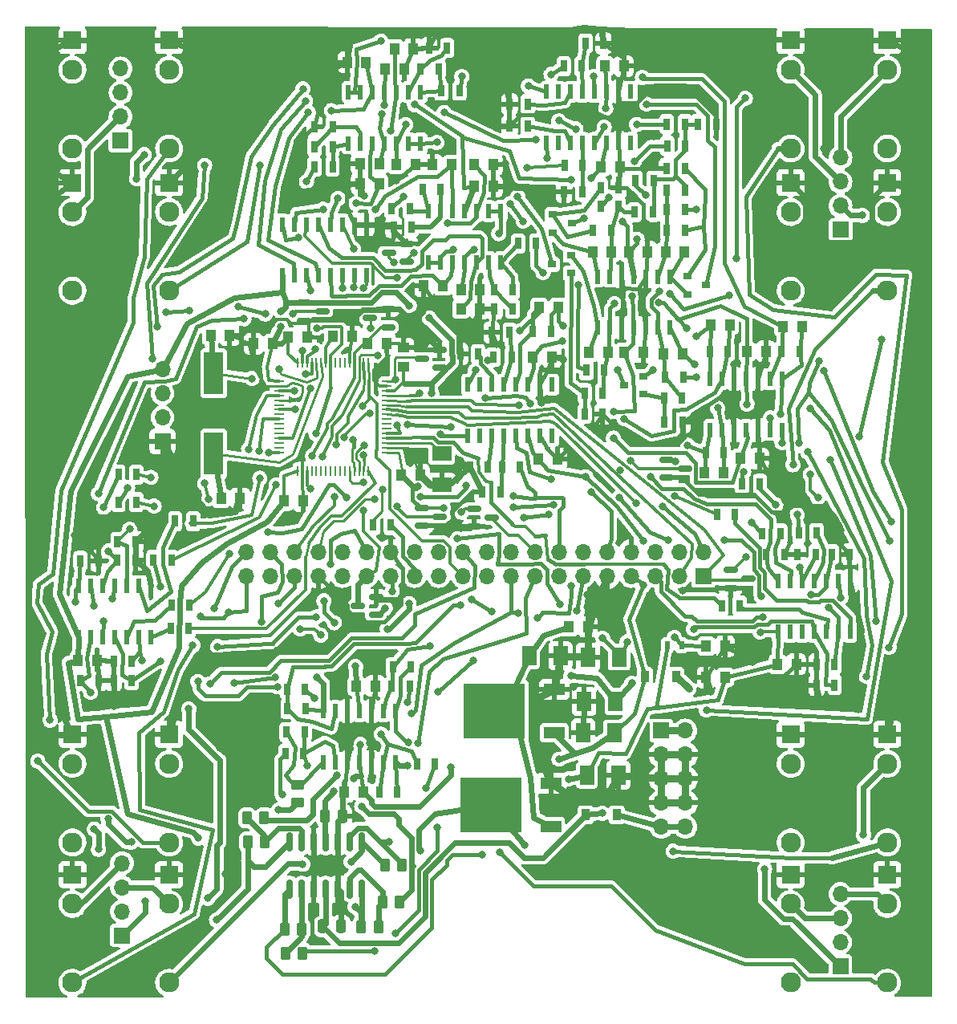
<source format=gbr>
%TF.GenerationSoftware,KiCad,Pcbnew,6.0.6+dfsg-1~bpo11+1*%
%TF.CreationDate,2023-11-30T19:30:28+01:00*%
%TF.ProjectId,touch,746f7563-682e-46b6-9963-61645f706362,rev?*%
%TF.SameCoordinates,Original*%
%TF.FileFunction,Copper,L2,Bot*%
%TF.FilePolarity,Positive*%
%FSLAX46Y46*%
G04 Gerber Fmt 4.6, Leading zero omitted, Abs format (unit mm)*
G04 Created by KiCad (PCBNEW 6.0.6+dfsg-1~bpo11+1) date 2023-11-30 19:30:28*
%MOMM*%
%LPD*%
G01*
G04 APERTURE LIST*
G04 Aperture macros list*
%AMRoundRect*
0 Rectangle with rounded corners*
0 $1 Rounding radius*
0 $2 $3 $4 $5 $6 $7 $8 $9 X,Y pos of 4 corners*
0 Add a 4 corners polygon primitive as box body*
4,1,4,$2,$3,$4,$5,$6,$7,$8,$9,$2,$3,0*
0 Add four circle primitives for the rounded corners*
1,1,$1+$1,$2,$3*
1,1,$1+$1,$4,$5*
1,1,$1+$1,$6,$7*
1,1,$1+$1,$8,$9*
0 Add four rect primitives between the rounded corners*
20,1,$1+$1,$2,$3,$4,$5,0*
20,1,$1+$1,$4,$5,$6,$7,0*
20,1,$1+$1,$6,$7,$8,$9,0*
20,1,$1+$1,$8,$9,$2,$3,0*%
G04 Aperture macros list end*
%TA.AperFunction,SMDPad,CuDef*%
%ADD10RoundRect,0.250000X-0.262500X-0.450000X0.262500X-0.450000X0.262500X0.450000X-0.262500X0.450000X0*%
%TD*%
%TA.AperFunction,SMDPad,CuDef*%
%ADD11RoundRect,0.150000X-0.150000X0.825000X-0.150000X-0.825000X0.150000X-0.825000X0.150000X0.825000X0*%
%TD*%
%TA.AperFunction,SMDPad,CuDef*%
%ADD12RoundRect,0.250000X0.450000X-0.262500X0.450000X0.262500X-0.450000X0.262500X-0.450000X-0.262500X0*%
%TD*%
%TA.AperFunction,SMDPad,CuDef*%
%ADD13RoundRect,0.250000X-0.250000X-0.475000X0.250000X-0.475000X0.250000X0.475000X-0.250000X0.475000X0*%
%TD*%
%TA.AperFunction,ComponentPad*%
%ADD14R,1.700000X1.700000*%
%TD*%
%TA.AperFunction,ComponentPad*%
%ADD15O,1.700000X1.700000*%
%TD*%
%TA.AperFunction,ComponentPad*%
%ADD16R,1.930000X1.830000*%
%TD*%
%TA.AperFunction,ComponentPad*%
%ADD17C,2.130000*%
%TD*%
%TA.AperFunction,SMDPad,CuDef*%
%ADD18R,1.524000X2.032000*%
%TD*%
%TA.AperFunction,SMDPad,CuDef*%
%ADD19R,1.000000X1.250000*%
%TD*%
%TA.AperFunction,SMDPad,CuDef*%
%ADD20R,2.032000X1.524000*%
%TD*%
%TA.AperFunction,SMDPad,CuDef*%
%ADD21R,1.250000X1.000000*%
%TD*%
%TA.AperFunction,SMDPad,CuDef*%
%ADD22R,0.900000X1.200000*%
%TD*%
%TA.AperFunction,SMDPad,CuDef*%
%ADD23R,0.500000X0.900000*%
%TD*%
%TA.AperFunction,SMDPad,CuDef*%
%ADD24R,0.900000X0.800000*%
%TD*%
%TA.AperFunction,SMDPad,CuDef*%
%ADD25R,0.700000X1.300000*%
%TD*%
%TA.AperFunction,SMDPad,CuDef*%
%ADD26R,2.200000X1.200000*%
%TD*%
%TA.AperFunction,SMDPad,CuDef*%
%ADD27R,3.050000X2.750000*%
%TD*%
%TA.AperFunction,SMDPad,CuDef*%
%ADD28R,6.400000X5.800000*%
%TD*%
%TA.AperFunction,SMDPad,CuDef*%
%ADD29R,0.600000X1.500000*%
%TD*%
%TA.AperFunction,SMDPad,CuDef*%
%ADD30R,0.250000X1.000000*%
%TD*%
%TA.AperFunction,SMDPad,CuDef*%
%ADD31R,1.000000X0.250000*%
%TD*%
%TA.AperFunction,SMDPad,CuDef*%
%ADD32R,2.000000X4.500000*%
%TD*%
%TA.AperFunction,SMDPad,CuDef*%
%ADD33RoundRect,0.150000X0.587500X0.150000X-0.587500X0.150000X-0.587500X-0.150000X0.587500X-0.150000X0*%
%TD*%
%TA.AperFunction,SMDPad,CuDef*%
%ADD34RoundRect,0.150000X-0.587500X-0.150000X0.587500X-0.150000X0.587500X0.150000X-0.587500X0.150000X0*%
%TD*%
%TA.AperFunction,ViaPad*%
%ADD35C,0.800000*%
%TD*%
%TA.AperFunction,Conductor*%
%ADD36C,0.600000*%
%TD*%
%TA.AperFunction,Conductor*%
%ADD37C,0.400000*%
%TD*%
%TA.AperFunction,Conductor*%
%ADD38C,0.300000*%
%TD*%
%TA.AperFunction,Conductor*%
%ADD39C,0.250000*%
%TD*%
%TA.AperFunction,Conductor*%
%ADD40C,0.800000*%
%TD*%
%TA.AperFunction,Conductor*%
%ADD41C,0.500000*%
%TD*%
G04 APERTURE END LIST*
D10*
%TO.P,R76,1*%
%TO.N,Net-(R76-Pad1)*%
X92215000Y-139900000D03*
%TO.P,R76,2*%
%TO.N,OUT3x*%
X94040000Y-139900000D03*
%TD*%
D11*
%TO.P,U12,1*%
%TO.N,OUT1*%
X82430000Y-133565000D03*
%TO.P,U12,2,-*%
%TO.N,Net-(R72-Pad1)*%
X83700000Y-133565000D03*
%TO.P,U12,3,+*%
%TO.N,GND*%
X84970000Y-133565000D03*
%TO.P,U12,4,V+*%
%TO.N,+12V*%
X86240000Y-133565000D03*
%TO.P,U12,5,+*%
%TO.N,GND*%
X87510000Y-133565000D03*
%TO.P,U12,6,-*%
%TO.N,Net-(R73-Pad1)*%
X88780000Y-133565000D03*
%TO.P,U12,7*%
%TO.N,OUT2*%
X90050000Y-133565000D03*
%TO.P,U12,8*%
%TO.N,OUT3*%
X90050000Y-138515000D03*
%TO.P,U12,9,-*%
%TO.N,Net-(R76-Pad1)*%
X88780000Y-138515000D03*
%TO.P,U12,10,+*%
%TO.N,GND*%
X87510000Y-138515000D03*
%TO.P,U12,11,V-*%
%TO.N,-12V*%
X86240000Y-138515000D03*
%TO.P,U12,12,+*%
%TO.N,GND*%
X84970000Y-138515000D03*
%TO.P,U12,13,-*%
%TO.N,Net-(R77-Pad1)*%
X83700000Y-138515000D03*
%TO.P,U12,14*%
%TO.N,OUT4*%
X82430000Y-138515000D03*
%TD*%
D10*
%TO.P,R79,1*%
%TO.N,OUT4*%
X81870000Y-142770000D03*
%TO.P,R79,2*%
%TO.N,Net-(R77-Pad1)*%
X83695000Y-142770000D03*
%TD*%
%TO.P,R78,1*%
%TO.N,OUT3*%
X89960000Y-142510000D03*
%TO.P,R78,2*%
%TO.N,Net-(R76-Pad1)*%
X91785000Y-142510000D03*
%TD*%
%TO.P,R77,1*%
%TO.N,Net-(R77-Pad1)*%
X81957500Y-145290000D03*
%TO.P,R77,2*%
%TO.N,OUT4x*%
X83782500Y-145290000D03*
%TD*%
%TO.P,R75,1*%
%TO.N,OUT2*%
X92460000Y-136030000D03*
%TO.P,R75,2*%
%TO.N,Net-(R73-Pad1)*%
X94285000Y-136030000D03*
%TD*%
%TO.P,R74,1*%
%TO.N,OUT1*%
X78000000Y-133540000D03*
%TO.P,R74,2*%
%TO.N,Net-(R72-Pad1)*%
X79825000Y-133540000D03*
%TD*%
D12*
%TO.P,R73,1*%
%TO.N,Net-(R73-Pad1)*%
X83240000Y-129352500D03*
%TO.P,R73,2*%
%TO.N,OUT2x*%
X83240000Y-127527500D03*
%TD*%
D10*
%TO.P,R72,1*%
%TO.N,Net-(R72-Pad1)*%
X77925000Y-131010000D03*
%TO.P,R72,2*%
%TO.N,OUT1x*%
X79750000Y-131010000D03*
%TD*%
D13*
%TO.P,C22,1*%
%TO.N,-12V*%
X85930000Y-142470000D03*
%TO.P,C22,2*%
%TO.N,GND*%
X87830000Y-142470000D03*
%TD*%
%TO.P,C21,1*%
%TO.N,+12V*%
X86130000Y-130850000D03*
%TO.P,C21,2*%
%TO.N,GND*%
X88030000Y-130850000D03*
%TD*%
D14*
%TO.P,J1,1,Pin_1*%
%TO.N,Net-(D2-Pad2)*%
X121650000Y-121800000D03*
D15*
%TO.P,J1,2,Pin_2*%
X124190000Y-121800000D03*
%TO.P,J1,3,Pin_3*%
%TO.N,GND*%
X121650000Y-124340000D03*
%TO.P,J1,4,Pin_4*%
X124190000Y-124340000D03*
%TO.P,J1,5,Pin_5*%
X121650000Y-126880000D03*
%TO.P,J1,6,Pin_6*%
X124190000Y-126880000D03*
%TO.P,J1,7,Pin_7*%
X121650000Y-129420000D03*
%TO.P,J1,8,Pin_8*%
X124190000Y-129420000D03*
%TO.P,J1,9,Pin_9*%
%TO.N,Net-(D1-Pad1)*%
X121650000Y-131960000D03*
%TO.P,J1,10,Pin_10*%
X124190000Y-131960000D03*
%TD*%
D14*
%TO.P,J2,1,Pin_1*%
%TO.N,GND*%
X69000000Y-91300000D03*
D15*
%TO.P,J2,2,Pin_2*%
%TO.N,/micro/SWDIO*%
X69000000Y-88760000D03*
%TO.P,J2,3,Pin_3*%
%TO.N,/micro/SWCLK*%
X69000000Y-86220000D03*
%TO.P,J2,4,Pin_4*%
%TO.N,+3.3V*%
X69000000Y-83680000D03*
%TD*%
D16*
%TO.P,M1,1,RING*%
%TO.N,GND*%
X135300000Y-137000000D03*
D17*
%TO.P,M1,2,NORM*%
%TO.N,/IOjacks/no1*%
X135300000Y-140100000D03*
%TO.P,M1,3,TIP*%
%TO.N,OUT1*%
X135300000Y-148400000D03*
%TD*%
D16*
%TO.P,M2,1,RING*%
%TO.N,GND*%
X145500000Y-137000000D03*
D17*
%TO.P,M2,2,NORM*%
%TO.N,/IOjacks/nc1*%
X145500000Y-140100000D03*
%TO.P,M2,3,TIP*%
%TO.N,C1*%
X145500000Y-148400000D03*
%TD*%
D16*
%TO.P,M3,1,RING*%
%TO.N,GND*%
X145500000Y-122200000D03*
D17*
%TO.P,M3,2,NORM*%
%TO.N,/IOjacks/ni1*%
X145500000Y-125300000D03*
%TO.P,M3,3,TIP*%
%TO.N,IN1*%
X145500000Y-133600000D03*
%TD*%
D16*
%TO.P,M4,1,RING*%
%TO.N,GND*%
X135300000Y-122200000D03*
D17*
%TO.P,M4,2,NORM*%
%TO.N,/IOjacks/nv1*%
X135300000Y-125300000D03*
%TO.P,M4,3,TIP*%
%TO.N,v1*%
X135300000Y-133600000D03*
%TD*%
D16*
%TO.P,M5,1,RING*%
%TO.N,GND*%
X69700000Y-137000000D03*
D17*
%TO.P,M5,2,NORM*%
%TO.N,/IOjacks/no2*%
X69700000Y-140100000D03*
%TO.P,M5,3,TIP*%
%TO.N,OUT2*%
X69700000Y-148400000D03*
%TD*%
D16*
%TO.P,M6,1,RING*%
%TO.N,GND*%
X59500000Y-137000000D03*
D17*
%TO.P,M6,2,NORM*%
%TO.N,/IOjacks/nc2*%
X59500000Y-140100000D03*
%TO.P,M6,3,TIP*%
%TO.N,C2*%
X59500000Y-148400000D03*
%TD*%
D16*
%TO.P,M7,1,RING*%
%TO.N,GND*%
X59500000Y-122200000D03*
D17*
%TO.P,M7,2,NORM*%
%TO.N,/IOjacks/ni2*%
X59500000Y-125300000D03*
%TO.P,M7,3,TIP*%
%TO.N,IN2*%
X59500000Y-133600000D03*
%TD*%
D16*
%TO.P,M8,1,RING*%
%TO.N,GND*%
X69700000Y-122200000D03*
D17*
%TO.P,M8,2,NORM*%
%TO.N,/IOjacks/nv2*%
X69700000Y-125300000D03*
%TO.P,M8,3,TIP*%
%TO.N,v2*%
X69700000Y-133600000D03*
%TD*%
D16*
%TO.P,M9,1,RING*%
%TO.N,GND*%
X69700000Y-49000000D03*
D17*
%TO.P,M9,2,NORM*%
%TO.N,/IOjacks/no3*%
X69700000Y-52100000D03*
%TO.P,M9,3,TIP*%
%TO.N,OUT3*%
X69700000Y-60400000D03*
%TD*%
D16*
%TO.P,M10,1,RING*%
%TO.N,GND*%
X59500000Y-49000000D03*
D17*
%TO.P,M10,2,NORM*%
%TO.N,/IOjacks/nc3*%
X59500000Y-52100000D03*
%TO.P,M10,3,TIP*%
%TO.N,C3*%
X59500000Y-60400000D03*
%TD*%
D16*
%TO.P,M11,1,RING*%
%TO.N,GND*%
X59500000Y-64000000D03*
D17*
%TO.P,M11,2,NORM*%
%TO.N,/IOjacks/ni3*%
X59500000Y-67100000D03*
%TO.P,M11,3,TIP*%
%TO.N,IN3*%
X59500000Y-75400000D03*
%TD*%
D16*
%TO.P,M12,1,RING*%
%TO.N,GND*%
X69700000Y-64000000D03*
D17*
%TO.P,M12,2,NORM*%
%TO.N,/IOjacks/nv3*%
X69700000Y-67100000D03*
%TO.P,M12,3,TIP*%
%TO.N,v3*%
X69700000Y-75400000D03*
%TD*%
D16*
%TO.P,M13,1,RING*%
%TO.N,GND*%
X135300000Y-49000000D03*
D17*
%TO.P,M13,2,NORM*%
%TO.N,/IOjacks/no4*%
X135300000Y-52100000D03*
%TO.P,M13,3,TIP*%
%TO.N,OUT4*%
X135300000Y-60400000D03*
%TD*%
D16*
%TO.P,M14,1,RING*%
%TO.N,GND*%
X145500000Y-49000000D03*
D17*
%TO.P,M14,2,NORM*%
%TO.N,/IOjacks/nc4*%
X145500000Y-52100000D03*
%TO.P,M14,3,TIP*%
%TO.N,C4*%
X145500000Y-60400000D03*
%TD*%
D16*
%TO.P,M15,1,RING*%
%TO.N,GND*%
X145500000Y-64000000D03*
D17*
%TO.P,M15,2,NORM*%
%TO.N,/IOjacks/ni4*%
X145500000Y-67100000D03*
%TO.P,M15,3,TIP*%
%TO.N,IN4*%
X145500000Y-75400000D03*
%TD*%
D16*
%TO.P,M16,1,RING*%
%TO.N,GND*%
X135300000Y-64000000D03*
D17*
%TO.P,M16,2,NORM*%
%TO.N,/IOjacks/nv4*%
X135300000Y-67100000D03*
%TO.P,M16,3,TIP*%
%TO.N,v4*%
X135300000Y-75400000D03*
%TD*%
D18*
%TO.P,C1,1*%
%TO.N,GND*%
X113519000Y-118740000D03*
%TO.P,C1,2*%
%TO.N,-12V*%
X116821000Y-118740000D03*
%TD*%
%TO.P,C2,1*%
%TO.N,+12V*%
X116701000Y-122050000D03*
%TO.P,C2,2*%
%TO.N,GND*%
X113399000Y-122050000D03*
%TD*%
%TO.P,C3,1*%
%TO.N,5volts*%
X107699000Y-113900000D03*
%TO.P,C3,2*%
%TO.N,GND*%
X111001000Y-113900000D03*
%TD*%
D19*
%TO.P,C4,1*%
%TO.N,5volts*%
X111900000Y-110850000D03*
%TO.P,C4,2*%
%TO.N,GND*%
X113900000Y-110850000D03*
%TD*%
D18*
%TO.P,C5,1*%
%TO.N,+3.3V*%
X113799000Y-126500000D03*
%TO.P,C5,2*%
%TO.N,GND*%
X117101000Y-126500000D03*
%TD*%
D19*
%TO.P,C6,1*%
%TO.N,+3.3V*%
X128400000Y-116200000D03*
%TO.P,C6,2*%
%TO.N,GND*%
X126400000Y-116200000D03*
%TD*%
D18*
%TO.P,C7,1*%
%TO.N,+3.3VA*%
X117201000Y-114050000D03*
%TO.P,C7,2*%
%TO.N,GND*%
X113899000Y-114050000D03*
%TD*%
D19*
%TO.P,C8,1*%
%TO.N,+3.3VA*%
X126400000Y-112900000D03*
%TO.P,C8,2*%
%TO.N,GND*%
X128400000Y-112900000D03*
%TD*%
%TO.P,C9,1*%
%TO.N,DAC5*%
X99530000Y-62120000D03*
%TO.P,C9,2*%
%TO.N,GND*%
X97530000Y-62120000D03*
%TD*%
%TO.P,C10,1*%
%TO.N,DAC7*%
X91900000Y-64100000D03*
%TO.P,C10,2*%
%TO.N,GND*%
X89900000Y-64100000D03*
%TD*%
%TO.P,C11,1*%
%TO.N,DAC1*%
X90500000Y-51300000D03*
%TO.P,C11,2*%
%TO.N,GND*%
X88500000Y-51300000D03*
%TD*%
%TO.P,C12,1*%
%TO.N,DAC3*%
X93700000Y-62100000D03*
%TO.P,C12,2*%
%TO.N,GND*%
X95700000Y-62100000D03*
%TD*%
%TO.P,C13,1*%
%TO.N,DAC2*%
X101900000Y-62100000D03*
%TO.P,C13,2*%
%TO.N,GND*%
X103900000Y-62100000D03*
%TD*%
%TO.P,C14,1*%
%TO.N,DAC4*%
X98600000Y-74900000D03*
%TO.P,C14,2*%
%TO.N,GND*%
X96600000Y-74900000D03*
%TD*%
%TO.P,C15,1*%
%TO.N,DAC6*%
X93500000Y-49900000D03*
%TO.P,C15,2*%
%TO.N,GND*%
X95500000Y-49900000D03*
%TD*%
%TO.P,C16,1*%
%TO.N,DAC8*%
X100500000Y-77300000D03*
%TO.P,C16,2*%
%TO.N,GND*%
X102500000Y-77300000D03*
%TD*%
%TO.P,C17,1*%
%TO.N,Net-(C17-Pad1)*%
X122100000Y-71300000D03*
%TO.P,C17,2*%
%TO.N,Net-(C17-Pad2)*%
X124100000Y-71300000D03*
%TD*%
%TO.P,C18,1*%
%TO.N,Net-(C18-Pad1)*%
X116010000Y-81890000D03*
%TO.P,C18,2*%
%TO.N,Net-(C18-Pad2)*%
X114010000Y-81890000D03*
%TD*%
%TO.P,C19,1*%
%TO.N,Net-(C19-Pad1)*%
X116400000Y-71300000D03*
%TO.P,C19,2*%
%TO.N,Net-(C19-Pad2)*%
X114400000Y-71300000D03*
%TD*%
%TO.P,C20,1*%
%TO.N,Net-(C20-Pad1)*%
X121900000Y-82100000D03*
%TO.P,C20,2*%
%TO.N,Net-(C20-Pad2)*%
X123900000Y-82100000D03*
%TD*%
%TO.P,C25,1*%
%TO.N,Net-(C25-Pad1)*%
X134500000Y-79200000D03*
%TO.P,C25,2*%
%TO.N,OUT4TOMIX*%
X136500000Y-79200000D03*
%TD*%
%TO.P,C26,1*%
%TO.N,Net-(C26-Pad1)*%
X128200000Y-94600000D03*
%TO.P,C26,2*%
%TO.N,OUT2TOMIX*%
X126200000Y-94600000D03*
%TD*%
%TO.P,C27,1*%
%TO.N,Net-(C27-Pad1)*%
X128900000Y-79000000D03*
%TO.P,C27,2*%
%TO.N,OUT3TOMIX*%
X126900000Y-79000000D03*
%TD*%
%TO.P,C28,1*%
%TO.N,Net-(C28-Pad1)*%
X108750000Y-77190000D03*
%TO.P,C28,2*%
%TO.N,OUT1TOMIX*%
X110750000Y-77190000D03*
%TD*%
%TO.P,C29,1*%
%TO.N,Net-(C29-Pad1)*%
X74100000Y-80100000D03*
%TO.P,C29,2*%
%TO.N,GND*%
X76100000Y-80100000D03*
%TD*%
%TO.P,C30,1*%
%TO.N,Net-(C30-Pad1)*%
X75200000Y-97300000D03*
%TO.P,C30,2*%
%TO.N,GND*%
X77200000Y-97300000D03*
%TD*%
%TO.P,C31,1*%
%TO.N,Net-(C31-Pad1)*%
X87000000Y-80200000D03*
%TO.P,C31,2*%
%TO.N,GND*%
X89000000Y-80200000D03*
%TD*%
D20*
%TO.P,C32,1*%
%TO.N,Net-(C32-Pad1)*%
X98470000Y-92569000D03*
%TO.P,C32,2*%
%TO.N,GND*%
X98470000Y-95871000D03*
%TD*%
D19*
%TO.P,C33,1*%
%TO.N,+3.3VA*%
X90630000Y-80980000D03*
%TO.P,C33,2*%
%TO.N,GND*%
X92630000Y-80980000D03*
%TD*%
%TO.P,C34,1*%
%TO.N,+3.3V*%
X82280000Y-80310000D03*
%TO.P,C34,2*%
%TO.N,GND*%
X84280000Y-80310000D03*
%TD*%
D21*
%TO.P,C35,1*%
%TO.N,+3.3V*%
X94450000Y-83390000D03*
%TO.P,C35,2*%
%TO.N,GND*%
X94450000Y-81390000D03*
%TD*%
D19*
%TO.P,C36,1*%
%TO.N,+3.3V*%
X94220000Y-94830000D03*
%TO.P,C36,2*%
%TO.N,GND*%
X96220000Y-94830000D03*
%TD*%
%TO.P,C37,1*%
%TO.N,+3.3V*%
X81825000Y-97600000D03*
%TO.P,C37,2*%
%TO.N,GND*%
X83825000Y-97600000D03*
%TD*%
%TO.P,C38,1*%
%TO.N,+3.3V*%
X80600000Y-81000000D03*
%TO.P,C38,2*%
%TO.N,GND*%
X78600000Y-81000000D03*
%TD*%
%TO.P,C49,1*%
%TO.N,+12V*%
X92500000Y-52000000D03*
%TO.P,C49,2*%
%TO.N,GND*%
X94500000Y-52000000D03*
%TD*%
%TO.P,C50,1*%
%TO.N,+12V*%
X101900000Y-64400000D03*
%TO.P,C50,2*%
%TO.N,GND*%
X103900000Y-64400000D03*
%TD*%
%TO.P,C51,1*%
%TO.N,-12V*%
X91900000Y-62000000D03*
%TO.P,C51,2*%
%TO.N,GND*%
X89900000Y-62000000D03*
%TD*%
%TO.P,C52,1*%
%TO.N,-12V*%
X100500000Y-75300000D03*
%TO.P,C52,2*%
%TO.N,GND*%
X102500000Y-75300000D03*
%TD*%
%TO.P,C53,1*%
%TO.N,+12V*%
X130000000Y-93100000D03*
%TO.P,C53,2*%
%TO.N,GND*%
X132000000Y-93100000D03*
%TD*%
%TO.P,C54,1*%
%TO.N,+12V*%
X117740000Y-81890000D03*
%TO.P,C54,2*%
%TO.N,GND*%
X119740000Y-81890000D03*
%TD*%
%TO.P,C55,1*%
%TO.N,+12V*%
X115300000Y-62300000D03*
%TO.P,C55,2*%
%TO.N,GND*%
X117300000Y-62300000D03*
%TD*%
%TO.P,C56,1*%
%TO.N,+12V*%
X108690000Y-93130000D03*
%TO.P,C56,2*%
%TO.N,GND*%
X110690000Y-93130000D03*
%TD*%
%TO.P,C57,1*%
%TO.N,-12V*%
X130700000Y-81800000D03*
%TO.P,C57,2*%
%TO.N,GND*%
X132700000Y-81800000D03*
%TD*%
%TO.P,C58,1*%
%TO.N,-12V*%
X118200000Y-71300000D03*
%TO.P,C58,2*%
%TO.N,GND*%
X120200000Y-71300000D03*
%TD*%
%TO.P,C59,1*%
%TO.N,-12V*%
X115700000Y-51700000D03*
%TO.P,C59,2*%
%TO.N,GND*%
X117700000Y-51700000D03*
%TD*%
%TO.P,C60,1*%
%TO.N,-12V*%
X108100000Y-82400000D03*
%TO.P,C60,2*%
%TO.N,GND*%
X110100000Y-82400000D03*
%TD*%
%TO.P,C63,1*%
%TO.N,+12V*%
X90200000Y-128300000D03*
%TO.P,C63,2*%
%TO.N,GND*%
X88200000Y-128300000D03*
%TD*%
%TO.P,C64,1*%
%TO.N,-12V*%
X89450000Y-117100000D03*
%TO.P,C64,2*%
%TO.N,GND*%
X91450000Y-117100000D03*
%TD*%
%TO.P,C65,1*%
%TO.N,+3.3V*%
X60100000Y-114400000D03*
%TO.P,C65,2*%
%TO.N,GND*%
X62100000Y-114400000D03*
%TD*%
%TO.P,C66,1*%
%TO.N,+3.3V*%
X133900000Y-114800000D03*
%TO.P,C66,2*%
%TO.N,GND*%
X135900000Y-114800000D03*
%TD*%
D22*
%TO.P,D1,1,K*%
%TO.N,Net-(D1-Pad1)*%
X116950000Y-130700000D03*
%TO.P,D1,2,A*%
%TO.N,-12V*%
X113650000Y-130700000D03*
%TD*%
%TO.P,D2,1,K*%
%TO.N,+12V*%
X119900000Y-116100000D03*
%TO.P,D2,2,A*%
%TO.N,Net-(D2-Pad2)*%
X123200000Y-116100000D03*
%TD*%
D14*
%TO.P,J3,1,Pin_1*%
%TO.N,ADC6*%
X126100000Y-105500000D03*
D15*
%TO.P,J3,2,Pin_2*%
%TO.N,C4*%
X126100000Y-102960000D03*
%TO.P,J3,3,Pin_3*%
%TO.N,ADC7*%
X123560000Y-105500000D03*
%TO.P,J3,4,Pin_4*%
%TO.N,B4*%
X123560000Y-102960000D03*
%TO.P,J3,5,Pin_5*%
%TO.N,IN4*%
X121020000Y-105500000D03*
%TO.P,J3,6,Pin_6*%
%TO.N,F8*%
X121020000Y-102960000D03*
%TO.P,J3,7,Pin_7*%
%TO.N,+12V*%
X118480000Y-105500000D03*
%TO.P,J3,8,Pin_8*%
%TO.N,GND*%
X118480000Y-102960000D03*
%TO.P,J3,9,Pin_9*%
X115940000Y-105500000D03*
%TO.P,J3,10,Pin_10*%
%TO.N,F5*%
X115940000Y-102960000D03*
%TO.P,J3,11,Pin_11*%
%TO.N,F7*%
X113400000Y-105500000D03*
%TO.P,J3,12,Pin_12*%
%TO.N,+12V*%
X113400000Y-102960000D03*
%TO.P,J3,13,Pin_13*%
%TO.N,F1*%
X110860000Y-105500000D03*
%TO.P,J3,14,Pin_14*%
%TO.N,IN3*%
X110860000Y-102960000D03*
%TO.P,J3,15,Pin_15*%
%TO.N,C1*%
X108320000Y-105500000D03*
%TO.P,J3,16,Pin_16*%
%TO.N,ADC5*%
X108320000Y-102960000D03*
%TO.P,J3,17,Pin_17*%
%TO.N,IN1*%
X105780000Y-105500000D03*
%TO.P,J3,18,Pin_18*%
%TO.N,ADC4*%
X105780000Y-102960000D03*
%TO.P,J3,19,Pin_19*%
%TO.N,Frec*%
X103240000Y-105500000D03*
%TO.P,J3,20,Pin_20*%
%TO.N,C3*%
X103240000Y-102960000D03*
%TO.P,J3,21,Pin_21*%
%TO.N,ADC0*%
X100700000Y-105500000D03*
%TO.P,J3,22,Pin_22*%
%TO.N,Fpush*%
X100700000Y-102960000D03*
%TO.P,J3,23,Pin_23*%
%TO.N,Fplay*%
X98160000Y-105500000D03*
%TO.P,J3,24,Pin_24*%
%TO.N,B3*%
X98160000Y-102960000D03*
%TO.P,J3,25,Pin_25*%
%TO.N,TRIGG*%
X95620000Y-105500000D03*
%TO.P,J3,26,Pin_26*%
%TO.N,F6*%
X95620000Y-102960000D03*
%TO.P,J3,27,Pin_27*%
%TO.N,B1*%
X93080000Y-105500000D03*
%TO.P,J3,28,Pin_28*%
%TO.N,GND*%
X93080000Y-102960000D03*
%TO.P,J3,29,Pin_29*%
%TO.N,ADC1*%
X90540000Y-105500000D03*
%TO.P,J3,30,Pin_30*%
%TO.N,F4*%
X90540000Y-102960000D03*
%TO.P,J3,31,Pin_31*%
%TO.N,+12V*%
X88000000Y-105500000D03*
%TO.P,J3,32,Pin_32*%
X88000000Y-102960000D03*
%TO.P,J3,33,Pin_33*%
%TO.N,GND*%
X85460000Y-105500000D03*
%TO.P,J3,34,Pin_34*%
%TO.N,ADC3*%
X85460000Y-102960000D03*
%TO.P,J3,35,Pin_35*%
%TO.N,F2*%
X82920000Y-105500000D03*
%TO.P,J3,36,Pin_36*%
%TO.N,ADC2*%
X82920000Y-102960000D03*
%TO.P,J3,37,Pin_37*%
%TO.N,F3*%
X80380000Y-105500000D03*
%TO.P,J3,38,Pin_38*%
%TO.N,B2*%
X80380000Y-102960000D03*
%TO.P,J3,39,Pin_39*%
%TO.N,IN2*%
X77840000Y-105500000D03*
%TO.P,J3,40,Pin_40*%
%TO.N,C2*%
X77840000Y-102960000D03*
%TD*%
D23*
%TO.P,L1,1,1*%
%TO.N,+3.3V*%
X122290000Y-112820000D03*
%TO.P,L1,2,2*%
%TO.N,+3.3VA*%
X123790000Y-112820000D03*
%TD*%
D24*
%TO.P,Q1,1,B*%
%TO.N,Net-(C17-Pad2)*%
X124380000Y-75770000D03*
%TO.P,Q1,2,E*%
%TO.N,Net-(Q1-Pad2)*%
X124380000Y-73870000D03*
%TO.P,Q1,3,C*%
%TO.N,/euro_touch/c4*%
X126380000Y-74820000D03*
%TD*%
%TO.P,Q2,1,B*%
%TO.N,Net-(C18-Pad2)*%
X112100000Y-71650000D03*
%TO.P,Q2,2,E*%
%TO.N,Net-(Q2-Pad2)*%
X112100000Y-73550000D03*
%TO.P,Q2,3,C*%
%TO.N,/euro_touch/c2*%
X110100000Y-72600000D03*
%TD*%
%TO.P,Q3,1,B*%
%TO.N,Net-(C19-Pad2)*%
X110200000Y-69250000D03*
%TO.P,Q3,2,E*%
%TO.N,Net-(Q3-Pad2)*%
X110200000Y-67350000D03*
%TO.P,Q3,3,C*%
%TO.N,/euro_touch/c3*%
X112200000Y-68300000D03*
%TD*%
%TO.P,Q4,1,B*%
%TO.N,Net-(C20-Pad2)*%
X119740000Y-84440000D03*
%TO.P,Q4,2,E*%
%TO.N,Net-(Q4-Pad2)*%
X119740000Y-86340000D03*
%TO.P,Q4,3,C*%
%TO.N,/euro_touch/c1*%
X117740000Y-85390000D03*
%TD*%
D25*
%TO.P,R1,1*%
%TO.N,GND*%
X93390000Y-68680000D03*
%TO.P,R1,2*%
%TO.N,Net-(R1-Pad2)*%
X95290000Y-68680000D03*
%TD*%
%TO.P,R2,1*%
%TO.N,Net-(R2-Pad1)*%
X96450000Y-64700000D03*
%TO.P,R2,2*%
%TO.N,Net-(R1-Pad2)*%
X98350000Y-64700000D03*
%TD*%
%TO.P,R3,1*%
%TO.N,v1*%
X93190000Y-66780000D03*
%TO.P,R3,2*%
%TO.N,Net-(R2-Pad1)*%
X95090000Y-66780000D03*
%TD*%
%TO.P,R4,1*%
%TO.N,GND*%
X97150000Y-49800000D03*
%TO.P,R4,2*%
%TO.N,Net-(R4-Pad2)*%
X99050000Y-49800000D03*
%TD*%
%TO.P,R5,1*%
%TO.N,Net-(R5-Pad1)*%
X98150000Y-52000000D03*
%TO.P,R5,2*%
%TO.N,Net-(R4-Pad2)*%
X96250000Y-52000000D03*
%TD*%
%TO.P,R6,1*%
%TO.N,v2*%
X100350000Y-54300000D03*
%TO.P,R6,2*%
%TO.N,Net-(R5-Pad1)*%
X98450000Y-54300000D03*
%TD*%
%TO.P,R7,1*%
%TO.N,Net-(C17-Pad1)*%
X122250000Y-66800000D03*
%TO.P,R7,2*%
%TO.N,/euro_touch/o4*%
X124150000Y-66800000D03*
%TD*%
%TO.P,R8,1*%
%TO.N,Net-(C18-Pad1)*%
X115650000Y-83800000D03*
%TO.P,R8,2*%
%TO.N,/euro_touch/o2*%
X113750000Y-83800000D03*
%TD*%
%TO.P,R9,1*%
%TO.N,Net-(C19-Pad1)*%
X117150000Y-66500000D03*
%TO.P,R9,2*%
%TO.N,/euro_touch/o3*%
X115250000Y-66500000D03*
%TD*%
%TO.P,R10,1*%
%TO.N,Net-(C20-Pad1)*%
X122050000Y-84500000D03*
%TO.P,R10,2*%
%TO.N,/euro_touch/o1*%
X123950000Y-84500000D03*
%TD*%
%TO.P,R11,1*%
%TO.N,Net-(Q1-Pad2)*%
X124150000Y-69000000D03*
%TO.P,R11,2*%
%TO.N,Net-(C17-Pad1)*%
X122250000Y-69000000D03*
%TD*%
%TO.P,R12,1*%
%TO.N,Net-(Q2-Pad2)*%
X113550000Y-86200000D03*
%TO.P,R12,2*%
%TO.N,Net-(C18-Pad1)*%
X115450000Y-86200000D03*
%TD*%
%TO.P,R13,1*%
%TO.N,Net-(Q3-Pad2)*%
X114450000Y-69000000D03*
%TO.P,R13,2*%
%TO.N,Net-(C19-Pad1)*%
X116350000Y-69000000D03*
%TD*%
%TO.P,R14,1*%
%TO.N,Net-(Q4-Pad2)*%
X121950000Y-86700000D03*
%TO.P,R14,2*%
%TO.N,Net-(C20-Pad1)*%
X123850000Y-86700000D03*
%TD*%
%TO.P,R15,1*%
%TO.N,GND*%
X122240000Y-62550000D03*
%TO.P,R15,2*%
%TO.N,Net-(Q1-Pad2)*%
X124140000Y-62550000D03*
%TD*%
%TO.P,R16,1*%
%TO.N,GND*%
X115450000Y-88400000D03*
%TO.P,R16,2*%
%TO.N,Net-(Q2-Pad2)*%
X113550000Y-88400000D03*
%TD*%
%TO.P,R17,1*%
%TO.N,GND*%
X117150000Y-64500000D03*
%TO.P,R17,2*%
%TO.N,Net-(Q3-Pad2)*%
X115250000Y-64500000D03*
%TD*%
%TO.P,R18,1*%
%TO.N,GND*%
X123890000Y-89270000D03*
%TO.P,R18,2*%
%TO.N,Net-(Q4-Pad2)*%
X121990000Y-89270000D03*
%TD*%
%TO.P,R19,1*%
%TO.N,IN4*%
X111350000Y-51700000D03*
%TO.P,R19,2*%
%TO.N,Net-(R19-Pad2)*%
X113250000Y-51700000D03*
%TD*%
%TO.P,R20,1*%
%TO.N,IN2*%
X111450000Y-62200000D03*
%TO.P,R20,2*%
%TO.N,Net-(R20-Pad2)*%
X113350000Y-62200000D03*
%TD*%
%TO.P,R21,1*%
%TO.N,IN3*%
X106750000Y-94000000D03*
%TO.P,R21,2*%
%TO.N,Net-(R21-Pad2)*%
X104850000Y-94000000D03*
%TD*%
%TO.P,R22,1*%
%TO.N,IN1*%
X103950000Y-82400000D03*
%TO.P,R22,2*%
%TO.N,Net-(R22-Pad2)*%
X105850000Y-82400000D03*
%TD*%
%TO.P,R23,1*%
%TO.N,OUT4TOMIX*%
X136250000Y-81800000D03*
%TO.P,R23,2*%
%TO.N,Net-(C25-Pad1)*%
X134350000Y-81800000D03*
%TD*%
%TO.P,R24,1*%
%TO.N,OUT2TOMIX*%
X126350000Y-92500000D03*
%TO.P,R24,2*%
%TO.N,Net-(C26-Pad1)*%
X128250000Y-92500000D03*
%TD*%
%TO.P,R25,1*%
%TO.N,OUT3TOMIX*%
X126750000Y-81800000D03*
%TO.P,R25,2*%
%TO.N,Net-(C27-Pad1)*%
X128650000Y-81800000D03*
%TD*%
%TO.P,R26,1*%
%TO.N,OUT1TOMIX*%
X110000000Y-79710000D03*
%TO.P,R26,2*%
%TO.N,Net-(C28-Pad1)*%
X108100000Y-79710000D03*
%TD*%
%TO.P,R27,1*%
%TO.N,B1*%
X95850000Y-125350000D03*
%TO.P,R27,2*%
%TO.N,OUT1TOMIX*%
X97750000Y-125350000D03*
%TD*%
%TO.P,R28,1*%
%TO.N,OUT1x*%
X93800000Y-128300000D03*
%TO.P,R28,2*%
%TO.N,B1*%
X91900000Y-128300000D03*
%TD*%
%TO.P,R29,1*%
%TO.N,GND*%
X62250000Y-103900000D03*
%TO.P,R29,2*%
%TO.N,F1*%
X60350000Y-103900000D03*
%TD*%
%TO.P,R30,1*%
%TO.N,GND*%
X66150000Y-103800000D03*
%TO.P,R30,2*%
%TO.N,F2*%
X64250000Y-103800000D03*
%TD*%
%TO.P,R31,1*%
%TO.N,GND*%
X66150000Y-101900000D03*
%TO.P,R31,2*%
%TO.N,F3*%
X64250000Y-101900000D03*
%TD*%
%TO.P,R32,1*%
%TO.N,GND*%
X63850000Y-114500000D03*
%TO.P,R32,2*%
%TO.N,F4*%
X65750000Y-114500000D03*
%TD*%
%TO.P,R33,1*%
%TO.N,GND*%
X63850000Y-116500000D03*
%TO.P,R33,2*%
%TO.N,Frec*%
X65750000Y-116500000D03*
%TD*%
%TO.P,R34,1*%
%TO.N,GND*%
X62250000Y-116500000D03*
%TO.P,R34,2*%
%TO.N,Fpush*%
X60350000Y-116500000D03*
%TD*%
%TO.P,R35,1*%
%TO.N,FR1*%
X66250000Y-94800000D03*
%TO.P,R35,2*%
%TO.N,Net-(R35-Pad2)*%
X64350000Y-94800000D03*
%TD*%
%TO.P,R36,1*%
%TO.N,FR2*%
X66250000Y-97700000D03*
%TO.P,R36,2*%
%TO.N,Net-(R36-Pad2)*%
X64350000Y-97700000D03*
%TD*%
%TO.P,R37,1*%
%TO.N,play*%
X72250000Y-99700000D03*
%TO.P,R37,2*%
%TO.N,Net-(R37-Pad2)*%
X70350000Y-99700000D03*
%TD*%
%TO.P,R38,1*%
%TO.N,FR4*%
X71750000Y-111000000D03*
%TO.P,R38,2*%
%TO.N,Net-(R38-Pad2)*%
X69850000Y-111000000D03*
%TD*%
%TO.P,R39,1*%
%TO.N,rec*%
X71850000Y-108600000D03*
%TO.P,R39,2*%
%TO.N,Net-(R39-Pad2)*%
X69950000Y-108600000D03*
%TD*%
%TO.P,R40,1*%
%TO.N,push*%
X69950000Y-103800000D03*
%TO.P,R40,2*%
%TO.N,Net-(R40-Pad2)*%
X68050000Y-103800000D03*
%TD*%
%TO.P,R41,1*%
%TO.N,GND*%
X134650000Y-103200000D03*
%TO.P,R41,2*%
%TO.N,F5*%
X132750000Y-103200000D03*
%TD*%
%TO.P,R42,1*%
%TO.N,GND*%
X136050000Y-103200000D03*
%TO.P,R42,2*%
%TO.N,F6*%
X137950000Y-103200000D03*
%TD*%
%TO.P,R43,1*%
%TO.N,GND*%
X141550000Y-103200000D03*
%TO.P,R43,2*%
%TO.N,F7*%
X139650000Y-103200000D03*
%TD*%
%TO.P,R44,1*%
%TO.N,GND*%
X138050000Y-114800000D03*
%TO.P,R44,2*%
%TO.N,F8*%
X139950000Y-114800000D03*
%TD*%
%TO.P,R45,1*%
%TO.N,GND*%
X138050000Y-117000000D03*
%TO.P,R45,2*%
%TO.N,Fplay*%
X139950000Y-117000000D03*
%TD*%
%TO.P,R47,1*%
%TO.N,FR5*%
X132330000Y-101010000D03*
%TO.P,R47,2*%
%TO.N,Net-(R47-Pad2)*%
X134230000Y-101010000D03*
%TD*%
%TO.P,R48,1*%
%TO.N,FR6*%
X136150000Y-100940000D03*
%TO.P,R48,2*%
%TO.N,Net-(R48-Pad2)*%
X138050000Y-100940000D03*
%TD*%
%TO.P,R49,1*%
%TO.N,FR7*%
X130170000Y-95770000D03*
%TO.P,R49,2*%
%TO.N,Net-(R49-Pad2)*%
X132070000Y-95770000D03*
%TD*%
%TO.P,R50,1*%
%TO.N,FR8*%
X127520000Y-98960000D03*
%TO.P,R50,2*%
%TO.N,Net-(R50-Pad2)*%
X129420000Y-98960000D03*
%TD*%
%TO.P,R51,1*%
%TO.N,FR3*%
X128020000Y-108610000D03*
%TO.P,R51,2*%
%TO.N,Net-(R51-Pad2)*%
X129920000Y-108610000D03*
%TD*%
%TO.P,R53,1*%
%TO.N,Net-(R53-Pad1)*%
X102320000Y-82070000D03*
%TO.P,R53,2*%
%TO.N,GND*%
X100420000Y-82070000D03*
%TD*%
%TO.P,R54,1*%
%TO.N,GND*%
X103750000Y-79800000D03*
%TO.P,R54,2*%
%TO.N,Net-(R22-Pad2)*%
X105650000Y-79800000D03*
%TD*%
%TO.P,R55,1*%
%TO.N,Net-(R55-Pad1)*%
X107550000Y-55700000D03*
%TO.P,R55,2*%
%TO.N,GND*%
X105650000Y-55700000D03*
%TD*%
%TO.P,R56,1*%
%TO.N,GND*%
X115550000Y-49300000D03*
%TO.P,R56,2*%
%TO.N,Net-(R19-Pad2)*%
X113650000Y-49300000D03*
%TD*%
%TO.P,R57,1*%
%TO.N,Net-(R57-Pad1)*%
X107550000Y-58000000D03*
%TO.P,R57,2*%
%TO.N,GND*%
X105650000Y-58000000D03*
%TD*%
%TO.P,R58,1*%
%TO.N,Net-(R58-Pad1)*%
X103350000Y-94000000D03*
%TO.P,R58,2*%
%TO.N,GND*%
X101450000Y-94000000D03*
%TD*%
%TO.P,R59,1*%
%TO.N,GND*%
X111400000Y-64960000D03*
%TO.P,R59,2*%
%TO.N,Net-(R20-Pad2)*%
X113300000Y-64960000D03*
%TD*%
%TO.P,R60,1*%
%TO.N,GND*%
X102750000Y-96600000D03*
%TO.P,R60,2*%
%TO.N,Net-(R21-Pad2)*%
X104650000Y-96600000D03*
%TD*%
%TO.P,R61,1*%
%TO.N,GND*%
X85050000Y-58100000D03*
%TO.P,R61,2*%
%TO.N,Net-(R61-Pad2)*%
X86950000Y-58100000D03*
%TD*%
%TO.P,R62,1*%
%TO.N,Net-(R62-Pad1)*%
X86950000Y-60200000D03*
%TO.P,R62,2*%
%TO.N,Net-(R61-Pad2)*%
X85050000Y-60200000D03*
%TD*%
%TO.P,R63,1*%
%TO.N,v3*%
X85050000Y-62300000D03*
%TO.P,R63,2*%
%TO.N,Net-(R62-Pad1)*%
X86950000Y-62300000D03*
%TD*%
%TO.P,R64,1*%
%TO.N,GND*%
X104050000Y-77300000D03*
%TO.P,R64,2*%
%TO.N,Net-(R64-Pad2)*%
X105950000Y-77300000D03*
%TD*%
%TO.P,R65,1*%
%TO.N,Net-(R65-Pad1)*%
X105950000Y-75300000D03*
%TO.P,R65,2*%
%TO.N,Net-(R64-Pad2)*%
X104050000Y-75300000D03*
%TD*%
%TO.P,R66,1*%
%TO.N,v4*%
X108450000Y-70400000D03*
%TO.P,R66,2*%
%TO.N,Net-(R65-Pad1)*%
X106550000Y-70400000D03*
%TD*%
%TO.P,R85,1*%
%TO.N,B2*%
X83900000Y-124250000D03*
%TO.P,R85,2*%
%TO.N,OUT2TOMIX*%
X82000000Y-124250000D03*
%TD*%
%TO.P,R86,1*%
%TO.N,OUT2x*%
X82100000Y-121950000D03*
%TO.P,R86,2*%
%TO.N,B2*%
X84000000Y-121950000D03*
%TD*%
%TO.P,R87,1*%
%TO.N,B3*%
X82150000Y-117450000D03*
%TO.P,R87,2*%
%TO.N,OUT3TOMIX*%
X84050000Y-117450000D03*
%TD*%
%TO.P,R88,1*%
%TO.N,B4*%
X93200000Y-117150000D03*
%TO.P,R88,2*%
%TO.N,OUT4TOMIX*%
X95100000Y-117150000D03*
%TD*%
%TO.P,R89,1*%
%TO.N,OUT3x*%
X84100000Y-119500000D03*
%TO.P,R89,2*%
%TO.N,B3*%
X82200000Y-119500000D03*
%TD*%
%TO.P,R90,1*%
%TO.N,OUT4x*%
X95200000Y-115100000D03*
%TO.P,R90,2*%
%TO.N,B4*%
X93300000Y-115100000D03*
%TD*%
D26*
%TO.P,U1,1,GND*%
%TO.N,GND*%
X110350000Y-117470000D03*
D27*
%TO.P,U1,2,VO*%
%TO.N,5volts*%
X102375000Y-121275000D03*
X105725000Y-121275000D03*
D28*
X104050000Y-119750000D03*
D27*
X102375000Y-118225000D03*
X105725000Y-118225000D03*
D26*
%TO.P,U1,3,VI*%
%TO.N,+12V*%
X110350000Y-122030000D03*
%TD*%
%TO.P,U2,1,GND*%
%TO.N,GND*%
X110000000Y-127370000D03*
D28*
%TO.P,U2,2,VO*%
%TO.N,+3.3V*%
X103700000Y-129650000D03*
D27*
X105375000Y-128125000D03*
X105375000Y-131175000D03*
X102025000Y-131175000D03*
X102025000Y-128125000D03*
D26*
%TO.P,U2,3,VI*%
%TO.N,5volts*%
X110000000Y-131930000D03*
%TD*%
D29*
%TO.P,U3,1*%
%TO.N,Net-(R2-Pad1)*%
X97090000Y-67000000D03*
%TO.P,U3,2,-*%
%TO.N,Net-(R1-Pad2)*%
X98360000Y-67000000D03*
%TO.P,U3,3,+*%
%TO.N,DAC5*%
X99630000Y-67000000D03*
%TO.P,U3,4,V+*%
%TO.N,+12V*%
X100900000Y-67000000D03*
%TO.P,U3,5,+*%
%TO.N,DAC2*%
X102170000Y-67000000D03*
%TO.P,U3,6,-*%
%TO.N,/euro_touch/o2*%
X103440000Y-67000000D03*
%TO.P,U3,7*%
X104710000Y-67000000D03*
%TO.P,U3,8*%
%TO.N,Net-(R65-Pad1)*%
X104710000Y-72400000D03*
%TO.P,U3,9,-*%
%TO.N,Net-(R64-Pad2)*%
X103440000Y-72400000D03*
%TO.P,U3,10,+*%
%TO.N,DAC8*%
X102170000Y-72400000D03*
%TO.P,U3,11,V-*%
%TO.N,-12V*%
X100900000Y-72400000D03*
%TO.P,U3,12,+*%
%TO.N,DAC4*%
X99630000Y-72400000D03*
%TO.P,U3,13,-*%
%TO.N,/euro_touch/o4*%
X98360000Y-72400000D03*
%TO.P,U3,14*%
X97090000Y-72400000D03*
%TD*%
%TO.P,U4,1*%
%TO.N,/euro_touch/o1*%
X88640000Y-54450000D03*
%TO.P,U4,2,-*%
X89910000Y-54450000D03*
%TO.P,U4,3,+*%
%TO.N,DAC1*%
X91180000Y-54450000D03*
%TO.P,U4,4,V+*%
%TO.N,+12V*%
X92450000Y-54450000D03*
%TO.P,U4,5,+*%
%TO.N,DAC6*%
X93720000Y-54450000D03*
%TO.P,U4,6,-*%
%TO.N,Net-(R4-Pad2)*%
X94990000Y-54450000D03*
%TO.P,U4,7*%
%TO.N,Net-(R5-Pad1)*%
X96260000Y-54450000D03*
%TO.P,U4,8*%
%TO.N,/euro_touch/o3*%
X96260000Y-59850000D03*
%TO.P,U4,9,-*%
X94990000Y-59850000D03*
%TO.P,U4,10,+*%
%TO.N,DAC3*%
X93720000Y-59850000D03*
%TO.P,U4,11,V-*%
%TO.N,-12V*%
X92450000Y-59850000D03*
%TO.P,U4,12,+*%
%TO.N,DAC7*%
X91180000Y-59850000D03*
%TO.P,U4,13,-*%
%TO.N,Net-(R61-Pad2)*%
X89910000Y-59850000D03*
%TO.P,U4,14*%
%TO.N,Net-(R62-Pad1)*%
X88640000Y-59850000D03*
%TD*%
%TO.P,U5,1*%
%TO.N,Net-(C20-Pad2)*%
X122560000Y-79300000D03*
%TO.P,U5,2,-*%
%TO.N,Net-(C20-Pad1)*%
X121290000Y-79300000D03*
%TO.P,U5,3,+*%
%TO.N,GND*%
X120020000Y-79300000D03*
%TO.P,U5,4,V+*%
%TO.N,+12V*%
X118750000Y-79300000D03*
%TO.P,U5,5,+*%
%TO.N,GND*%
X117480000Y-79300000D03*
%TO.P,U5,6,-*%
%TO.N,Net-(C18-Pad1)*%
X116210000Y-79300000D03*
%TO.P,U5,7*%
%TO.N,Net-(C18-Pad2)*%
X114940000Y-79300000D03*
%TO.P,U5,8*%
%TO.N,Net-(C19-Pad2)*%
X114940000Y-73900000D03*
%TO.P,U5,9,-*%
%TO.N,Net-(C19-Pad1)*%
X116210000Y-73900000D03*
%TO.P,U5,10,+*%
%TO.N,GND*%
X117480000Y-73900000D03*
%TO.P,U5,11,V-*%
%TO.N,-12V*%
X118750000Y-73900000D03*
%TO.P,U5,12,+*%
%TO.N,GND*%
X120020000Y-73900000D03*
%TO.P,U5,13,-*%
%TO.N,Net-(C17-Pad1)*%
X121290000Y-73900000D03*
%TO.P,U5,14*%
%TO.N,Net-(C17-Pad2)*%
X122560000Y-73900000D03*
%TD*%
%TO.P,U6,1,X4*%
%TO.N,DAC5*%
X81655000Y-68400000D03*
%TO.P,U6,2,X6*%
%TO.N,DAC7*%
X82925000Y-68400000D03*
%TO.P,U6,3,X*%
%TO.N,DAC*%
X84195000Y-68400000D03*
%TO.P,U6,4,X7*%
%TO.N,DAC8*%
X85465000Y-68400000D03*
%TO.P,U6,5,X5*%
%TO.N,DAC6*%
X86735000Y-68400000D03*
%TO.P,U6,6,Inh*%
%TO.N,EN_LOW1*%
X88005000Y-68400000D03*
%TO.P,U6,7,VEE*%
%TO.N,GND*%
X89275000Y-68400000D03*
%TO.P,U6,8,VSS*%
X90545000Y-68400000D03*
%TO.P,U6,9,C*%
%TO.N,SEL3*%
X90545000Y-73800000D03*
%TO.P,U6,10,B*%
%TO.N,SEL2*%
X89275000Y-73800000D03*
%TO.P,U6,11,A*%
%TO.N,SEL1*%
X88005000Y-73800000D03*
%TO.P,U6,12,X3*%
%TO.N,DAC4*%
X86735000Y-73800000D03*
%TO.P,U6,13,X0*%
%TO.N,DAC1*%
X85465000Y-73800000D03*
%TO.P,U6,14,X1*%
%TO.N,DAC2*%
X84195000Y-73800000D03*
%TO.P,U6,15,X2*%
%TO.N,DAC3*%
X82925000Y-73800000D03*
%TO.P,U6,16,VDD*%
%TO.N,+3.3V*%
X81655000Y-73800000D03*
%TD*%
%TO.P,U7,1*%
%TO.N,/euro_touch/c4*%
X109555000Y-54400000D03*
%TO.P,U7,2,DIODE_BIAS*%
%TO.N,unconnected-(U7-Pad2)*%
X110825000Y-54400000D03*
%TO.P,U7,3,+*%
%TO.N,Net-(R55-Pad1)*%
X112095000Y-54400000D03*
%TO.P,U7,4,-*%
%TO.N,Net-(R19-Pad2)*%
X113365000Y-54400000D03*
%TO.P,U7,5*%
%TO.N,Net-(C25-Pad1)*%
X114635000Y-54400000D03*
%TO.P,U7,6,V-*%
%TO.N,-12V*%
X115905000Y-54400000D03*
%TO.P,U7,7*%
%TO.N,GND*%
X117175000Y-54400000D03*
%TO.P,U7,8*%
%TO.N,unconnected-(U7-Pad8)*%
X118445000Y-54400000D03*
%TO.P,U7,9*%
%TO.N,unconnected-(U7-Pad9)*%
X118445000Y-59800000D03*
%TO.P,U7,10*%
%TO.N,GND*%
X117175000Y-59800000D03*
%TO.P,U7,11,V+*%
%TO.N,+12V*%
X115905000Y-59800000D03*
%TO.P,U7,12*%
%TO.N,Net-(C26-Pad1)*%
X114635000Y-59800000D03*
%TO.P,U7,13,-*%
%TO.N,Net-(R20-Pad2)*%
X113365000Y-59800000D03*
%TO.P,U7,14,+*%
%TO.N,Net-(R57-Pad1)*%
X112095000Y-59800000D03*
%TO.P,U7,15,DIODE_BIAS*%
%TO.N,unconnected-(U7-Pad15)*%
X110825000Y-59800000D03*
%TO.P,U7,16*%
%TO.N,/euro_touch/c2*%
X109555000Y-59800000D03*
%TD*%
%TO.P,U8,1*%
%TO.N,/euro_touch/c1*%
X101255000Y-85300000D03*
%TO.P,U8,2,DIODE_BIAS*%
%TO.N,unconnected-(U8-Pad2)*%
X102525000Y-85300000D03*
%TO.P,U8,3,+*%
%TO.N,Net-(R53-Pad1)*%
X103795000Y-85300000D03*
%TO.P,U8,4,-*%
%TO.N,Net-(R22-Pad2)*%
X105065000Y-85300000D03*
%TO.P,U8,5*%
%TO.N,Net-(C28-Pad1)*%
X106335000Y-85300000D03*
%TO.P,U8,6,V-*%
%TO.N,-12V*%
X107605000Y-85300000D03*
%TO.P,U8,7*%
%TO.N,GND*%
X108875000Y-85300000D03*
%TO.P,U8,8*%
%TO.N,unconnected-(U8-Pad8)*%
X110145000Y-85300000D03*
%TO.P,U8,9*%
%TO.N,unconnected-(U8-Pad9)*%
X110145000Y-90700000D03*
%TO.P,U8,10*%
%TO.N,GND*%
X108875000Y-90700000D03*
%TO.P,U8,11,V+*%
%TO.N,+12V*%
X107605000Y-90700000D03*
%TO.P,U8,12*%
%TO.N,Net-(C27-Pad1)*%
X106335000Y-90700000D03*
%TO.P,U8,13,-*%
%TO.N,Net-(R21-Pad2)*%
X105065000Y-90700000D03*
%TO.P,U8,14,+*%
%TO.N,Net-(R58-Pad1)*%
X103795000Y-90700000D03*
%TO.P,U8,15,DIODE_BIAS*%
%TO.N,unconnected-(U8-Pad15)*%
X102525000Y-90700000D03*
%TO.P,U8,16*%
%TO.N,/euro_touch/c3*%
X101255000Y-90700000D03*
%TD*%
%TO.P,U9,1*%
%TO.N,OUT1TOMIX*%
X134410000Y-90100000D03*
%TO.P,U9,2,-*%
%TO.N,Net-(C28-Pad1)*%
X133140000Y-90100000D03*
%TO.P,U9,3,+*%
%TO.N,GND*%
X131870000Y-90100000D03*
%TO.P,U9,4,V+*%
%TO.N,+12V*%
X130600000Y-90100000D03*
%TO.P,U9,5,+*%
%TO.N,GND*%
X129330000Y-90100000D03*
%TO.P,U9,6,-*%
%TO.N,Net-(C26-Pad1)*%
X128060000Y-90100000D03*
%TO.P,U9,7*%
%TO.N,OUT2TOMIX*%
X126790000Y-90100000D03*
%TO.P,U9,8*%
%TO.N,OUT3TOMIX*%
X126790000Y-84700000D03*
%TO.P,U9,9,-*%
%TO.N,Net-(C27-Pad1)*%
X128060000Y-84700000D03*
%TO.P,U9,10,+*%
%TO.N,GND*%
X129330000Y-84700000D03*
%TO.P,U9,11,V-*%
%TO.N,-12V*%
X130600000Y-84700000D03*
%TO.P,U9,12,+*%
%TO.N,GND*%
X131870000Y-84700000D03*
%TO.P,U9,13,-*%
%TO.N,Net-(C25-Pad1)*%
X133140000Y-84700000D03*
%TO.P,U9,14*%
%TO.N,OUT4TOMIX*%
X134410000Y-84700000D03*
%TD*%
%TO.P,U10,1*%
%TO.N,OUT1x*%
X93610000Y-125150000D03*
%TO.P,U10,2,-*%
%TO.N,B1*%
X92340000Y-125150000D03*
%TO.P,U10,3,+*%
%TO.N,GND*%
X91070000Y-125150000D03*
%TO.P,U10,4,V+*%
%TO.N,+12V*%
X89800000Y-125150000D03*
%TO.P,U10,5,+*%
%TO.N,GND*%
X88530000Y-125150000D03*
%TO.P,U10,6,-*%
%TO.N,B2*%
X87260000Y-125150000D03*
%TO.P,U10,7*%
%TO.N,OUT2x*%
X85990000Y-125150000D03*
%TO.P,U10,8*%
%TO.N,OUT3x*%
X85990000Y-119750000D03*
%TO.P,U10,9,-*%
%TO.N,B3*%
X87260000Y-119750000D03*
%TO.P,U10,10,+*%
%TO.N,GND*%
X88530000Y-119750000D03*
%TO.P,U10,11,V-*%
%TO.N,-12V*%
X89800000Y-119750000D03*
%TO.P,U10,12,+*%
%TO.N,GND*%
X91070000Y-119750000D03*
%TO.P,U10,13,-*%
%TO.N,B4*%
X92340000Y-119750000D03*
%TO.P,U10,14*%
%TO.N,OUT4x*%
X93610000Y-119750000D03*
%TD*%
D30*
%TO.P,U11,1,VBAT*%
%TO.N,+3.3V*%
X83250000Y-83000000D03*
%TO.P,U11,2,PC13*%
%TO.N,SEL1*%
X83750000Y-83000000D03*
%TO.P,U11,3,PC14*%
%TO.N,SEL2*%
X84250000Y-83000000D03*
%TO.P,U11,4,PC15*%
%TO.N,SEL3*%
X84750000Y-83000000D03*
%TO.P,U11,5,PH0*%
%TO.N,Net-(C29-Pad1)*%
X85250000Y-83000000D03*
%TO.P,U11,6,PH1*%
%TO.N,Net-(C30-Pad1)*%
X85750000Y-83000000D03*
%TO.P,U11,7,NRST*%
%TO.N,Net-(C31-Pad1)*%
X86250000Y-83000000D03*
%TO.P,U11,8,PC0*%
%TO.N,ADC4*%
X86750000Y-83000000D03*
%TO.P,U11,9,PC1*%
%TO.N,unconnected-(U11-Pad9)*%
X87250000Y-83000000D03*
%TO.P,U11,10,PC2*%
%TO.N,unconnected-(U11-Pad10)*%
X87750000Y-83000000D03*
%TO.P,U11,11,PC3*%
%TO.N,unconnected-(U11-Pad11)*%
X88250000Y-83000000D03*
%TO.P,U11,12,VSSA*%
%TO.N,GND*%
X88750000Y-83000000D03*
%TO.P,U11,13,VDDA*%
%TO.N,+3.3VA*%
X89250000Y-83000000D03*
%TO.P,U11,14,PA0*%
%TO.N,ADC2*%
X89750000Y-83000000D03*
%TO.P,U11,15,PA1*%
%TO.N,ADC1*%
X90250000Y-83000000D03*
%TO.P,U11,16,PA2*%
%TO.N,ADC0*%
X90750000Y-83000000D03*
D31*
%TO.P,U11,17,PA3*%
%TO.N,ADC3*%
X92700000Y-84950000D03*
%TO.P,U11,18,VSS*%
%TO.N,GND*%
X92700000Y-85450000D03*
%TO.P,U11,19,VDD*%
%TO.N,+3.3V*%
X92700000Y-85950000D03*
%TO.P,U11,20,PA4*%
%TO.N,DAC*%
X92700000Y-86450000D03*
%TO.P,U11,21,PA5*%
%TO.N,ADC5*%
X92700000Y-86950000D03*
%TO.P,U11,22,PA6*%
%TO.N,ADC6*%
X92700000Y-87450000D03*
%TO.P,U11,23,PA7*%
%TO.N,ADC7*%
X92700000Y-87950000D03*
%TO.P,U11,24,PC4*%
%TO.N,FR8*%
X92700000Y-88450000D03*
%TO.P,U11,25,PC5*%
%TO.N,unconnected-(U11-Pad25)*%
X92700000Y-88950000D03*
%TO.P,U11,26,PB0*%
%TO.N,unconnected-(U11-Pad26)*%
X92700000Y-89450000D03*
%TO.P,U11,27,PB1*%
%TO.N,unconnected-(U11-Pad27)*%
X92700000Y-89950000D03*
%TO.P,U11,28,PB2*%
%TO.N,rec*%
X92700000Y-90450000D03*
%TO.P,U11,29,PB10*%
%TO.N,FR3*%
X92700000Y-90950000D03*
%TO.P,U11,30,VCAP_1*%
%TO.N,Net-(C32-Pad1)*%
X92700000Y-91450000D03*
%TO.P,U11,31,VSS*%
%TO.N,GND*%
X92700000Y-91950000D03*
%TO.P,U11,32,VDD*%
%TO.N,+3.3V*%
X92700000Y-92450000D03*
D30*
%TO.P,U11,33,PB12*%
%TO.N,FR4*%
X90750000Y-94400000D03*
%TO.P,U11,34,PB13*%
%TO.N,FR5*%
X90250000Y-94400000D03*
%TO.P,U11,35,PB14*%
%TO.N,FR6*%
X89750000Y-94400000D03*
%TO.P,U11,36,PB15*%
%TO.N,FR7*%
X89250000Y-94400000D03*
%TO.P,U11,37,PC6*%
%TO.N,TRIG*%
X88750000Y-94400000D03*
%TO.P,U11,38,PC7*%
%TO.N,unconnected-(U11-Pad38)*%
X88250000Y-94400000D03*
%TO.P,U11,39,PC8*%
%TO.N,unconnected-(U11-Pad39)*%
X87750000Y-94400000D03*
%TO.P,U11,40,PC9*%
%TO.N,unconnected-(U11-Pad40)*%
X87250000Y-94400000D03*
%TO.P,U11,41,PA8*%
%TO.N,unconnected-(U11-Pad41)*%
X86750000Y-94400000D03*
%TO.P,U11,42,PA9*%
%TO.N,unconnected-(U11-Pad42)*%
X86250000Y-94400000D03*
%TO.P,U11,43,PA10*%
%TO.N,unconnected-(U11-Pad43)*%
X85750000Y-94400000D03*
%TO.P,U11,44,PA11*%
%TO.N,unconnected-(U11-Pad44)*%
X85250000Y-94400000D03*
%TO.P,U11,45,PA12*%
%TO.N,unconnected-(U11-Pad45)*%
X84750000Y-94400000D03*
%TO.P,U11,46,PA13*%
%TO.N,/micro/SWDIO*%
X84250000Y-94400000D03*
%TO.P,U11,47,VSS*%
%TO.N,GND*%
X83750000Y-94400000D03*
%TO.P,U11,48,VDD*%
%TO.N,+3.3V*%
X83250000Y-94400000D03*
D31*
%TO.P,U11,49,PA14*%
%TO.N,/micro/SWCLK*%
X81300000Y-92450000D03*
%TO.P,U11,50,PA15*%
%TO.N,unconnected-(U11-Pad50)*%
X81300000Y-91950000D03*
%TO.P,U11,51,PC10*%
%TO.N,unconnected-(U11-Pad51)*%
X81300000Y-91450000D03*
%TO.P,U11,52,PC11*%
%TO.N,EN_LOW1*%
X81300000Y-90950000D03*
%TO.P,U11,53,PC12*%
%TO.N,unconnected-(U11-Pad53)*%
X81300000Y-90450000D03*
%TO.P,U11,54,PD2*%
%TO.N,unconnected-(U11-Pad54)*%
X81300000Y-89950000D03*
%TO.P,U11,55,PB3*%
%TO.N,unconnected-(U11-Pad55)*%
X81300000Y-89450000D03*
%TO.P,U11,56,PB4*%
%TO.N,play*%
X81300000Y-88950000D03*
%TO.P,U11,57,PB5*%
%TO.N,unconnected-(U11-Pad57)*%
X81300000Y-88450000D03*
%TO.P,U11,58,PB6*%
%TO.N,push*%
X81300000Y-87950000D03*
%TO.P,U11,59,PB7*%
%TO.N,unconnected-(U11-Pad59)*%
X81300000Y-87450000D03*
%TO.P,U11,60,BOOT0*%
%TO.N,GND*%
X81300000Y-86950000D03*
%TO.P,U11,61,PB8*%
%TO.N,FR1*%
X81300000Y-86450000D03*
%TO.P,U11,62,PB9*%
%TO.N,FR2*%
X81300000Y-85950000D03*
%TO.P,U11,63,VSS*%
%TO.N,GND*%
X81300000Y-85450000D03*
%TO.P,U11,64,VDD*%
%TO.N,+3.3V*%
X81300000Y-84950000D03*
%TD*%
D29*
%TO.P,U13,1*%
%TO.N,F1*%
X60190000Y-106550000D03*
%TO.P,U13,2*%
%TO.N,Net-(R35-Pad2)*%
X61460000Y-106550000D03*
%TO.P,U13,3*%
%TO.N,F2*%
X62730000Y-106550000D03*
%TO.P,U13,4*%
%TO.N,Net-(R36-Pad2)*%
X64000000Y-106550000D03*
%TO.P,U13,5*%
%TO.N,F3*%
X65270000Y-106550000D03*
%TO.P,U13,6*%
%TO.N,Net-(R37-Pad2)*%
X66540000Y-106550000D03*
%TO.P,U13,7,VSS*%
%TO.N,GND*%
X67810000Y-106550000D03*
%TO.P,U13,8*%
%TO.N,Net-(R38-Pad2)*%
X67810000Y-111950000D03*
%TO.P,U13,9*%
%TO.N,F4*%
X66540000Y-111950000D03*
%TO.P,U13,10*%
%TO.N,Net-(R39-Pad2)*%
X65270000Y-111950000D03*
%TO.P,U13,11*%
%TO.N,Frec*%
X64000000Y-111950000D03*
%TO.P,U13,12*%
%TO.N,Net-(R40-Pad2)*%
X62730000Y-111950000D03*
%TO.P,U13,13*%
%TO.N,Fpush*%
X61460000Y-111950000D03*
%TO.P,U13,14,VDD*%
%TO.N,+3.3V*%
X60190000Y-111950000D03*
%TD*%
%TO.P,U14,1*%
%TO.N,F5*%
X133990000Y-106000000D03*
%TO.P,U14,2*%
%TO.N,Net-(R47-Pad2)*%
X135260000Y-106000000D03*
%TO.P,U14,3*%
%TO.N,F6*%
X136530000Y-106000000D03*
%TO.P,U14,4*%
%TO.N,Net-(R48-Pad2)*%
X137800000Y-106000000D03*
%TO.P,U14,5*%
%TO.N,F7*%
X139070000Y-106000000D03*
%TO.P,U14,6*%
%TO.N,Net-(R49-Pad2)*%
X140340000Y-106000000D03*
%TO.P,U14,7,VSS*%
%TO.N,GND*%
X141610000Y-106000000D03*
%TO.P,U14,8*%
%TO.N,Net-(R50-Pad2)*%
X141610000Y-111400000D03*
%TO.P,U14,9*%
%TO.N,F8*%
X140340000Y-111400000D03*
%TO.P,U14,10*%
%TO.N,Net-(R51-Pad2)*%
X139070000Y-111400000D03*
%TO.P,U14,11*%
%TO.N,Fplay*%
X137800000Y-111400000D03*
%TO.P,U14,12*%
%TO.N,N/C*%
X136530000Y-111400000D03*
%TO.P,U14,13*%
X135260000Y-111400000D03*
%TO.P,U14,14,VDD*%
%TO.N,+3.3V*%
X133990000Y-111400000D03*
%TD*%
D32*
%TO.P,Y1,1,1*%
%TO.N,Net-(C30-Pad1)*%
X74400000Y-92600000D03*
%TO.P,Y1,2,2*%
%TO.N,Net-(C29-Pad1)*%
X74400000Y-84100000D03*
%TD*%
D25*
%TO.P,R46,1*%
%TO.N,Net-(R46-Pad1)*%
X125540000Y-57820000D03*
%TO.P,R46,2*%
%TO.N,GND*%
X127440000Y-57820000D03*
%TD*%
%TO.P,R52,1*%
%TO.N,-12V*%
X122230000Y-57820000D03*
%TO.P,R52,2*%
%TO.N,Net-(R46-Pad1)*%
X124130000Y-57820000D03*
%TD*%
%TO.P,R67,1*%
%TO.N,Net-(C17-Pad1)*%
X122230000Y-64770000D03*
%TO.P,R67,2*%
%TO.N,Net-(R46-Pad1)*%
X124130000Y-64770000D03*
%TD*%
%TO.P,R68,1*%
%TO.N,Net-(C18-Pad1)*%
X122270000Y-60100000D03*
%TO.P,R68,2*%
%TO.N,Net-(R46-Pad1)*%
X124170000Y-60100000D03*
%TD*%
%TO.P,R69,1*%
%TO.N,Net-(C19-Pad1)*%
X118840000Y-67100000D03*
%TO.P,R69,2*%
%TO.N,Net-(R46-Pad1)*%
X120740000Y-67100000D03*
%TD*%
%TO.P,R70,1*%
%TO.N,Net-(C20-Pad1)*%
X118930000Y-63770000D03*
%TO.P,R70,2*%
%TO.N,Net-(R46-Pad1)*%
X120830000Y-63770000D03*
%TD*%
D14*
%TO.P,J4,1,Pin_1*%
%TO.N,/IOjacks/nv1*%
X140550000Y-146670000D03*
D15*
%TO.P,J4,2,Pin_2*%
%TO.N,/IOjacks/ni1*%
X140550000Y-144130000D03*
%TO.P,J4,3,Pin_3*%
%TO.N,/IOjacks/no1*%
X140550000Y-141590000D03*
%TO.P,J4,4,Pin_4*%
%TO.N,/IOjacks/nc1*%
X140550000Y-139050000D03*
%TD*%
D14*
%TO.P,J5,1,Pin_1*%
%TO.N,/IOjacks/nv3*%
X64570000Y-59570000D03*
D15*
%TO.P,J5,2,Pin_2*%
%TO.N,/IOjacks/ni3*%
X64570000Y-57030000D03*
%TO.P,J5,3,Pin_3*%
%TO.N,/IOjacks/no3*%
X64570000Y-54490000D03*
%TO.P,J5,4,Pin_4*%
%TO.N,/IOjacks/nc3*%
X64570000Y-51950000D03*
%TD*%
D14*
%TO.P,J6,1,Pin_1*%
%TO.N,/IOjacks/nv2*%
X64730000Y-143410000D03*
D15*
%TO.P,J6,2,Pin_2*%
%TO.N,/IOjacks/ni2*%
X64730000Y-140870000D03*
%TO.P,J6,3,Pin_3*%
%TO.N,/IOjacks/no2*%
X64730000Y-138330000D03*
%TO.P,J6,4,Pin_4*%
%TO.N,/IOjacks/nc2*%
X64730000Y-135790000D03*
%TD*%
D14*
%TO.P,J7,1,Pin_1*%
%TO.N,/IOjacks/nv4*%
X140570000Y-68980000D03*
D15*
%TO.P,J7,2,Pin_2*%
%TO.N,/IOjacks/ni4*%
X140570000Y-66440000D03*
%TO.P,J7,3,Pin_3*%
%TO.N,/IOjacks/no4*%
X140570000Y-63900000D03*
%TO.P,J7,4,Pin_4*%
%TO.N,/IOjacks/nc4*%
X140570000Y-61360000D03*
%TD*%
D25*
%TO.P,R71,1*%
%TO.N,TRIGG*%
X93110000Y-100130000D03*
%TO.P,R71,2*%
%TO.N,TRIG*%
X91210000Y-100130000D03*
%TD*%
D33*
%TO.P,D8,1*%
%TO.N,GND*%
X92797500Y-77330000D03*
%TO.P,D8,2*%
%TO.N,+3.3VA*%
X92797500Y-79230000D03*
%TO.P,D8,3*%
%TO.N,ADC2*%
X90922500Y-78280000D03*
%TD*%
%TO.P,D6,1*%
%TO.N,GND*%
X91527500Y-107710000D03*
%TO.P,D6,2*%
%TO.N,+3.3VA*%
X91527500Y-109610000D03*
%TO.P,D6,3*%
%TO.N,ADC1*%
X89652500Y-108660000D03*
%TD*%
D34*
%TO.P,D3,1*%
%TO.N,GND*%
X96385000Y-100220000D03*
%TO.P,D3,2*%
%TO.N,+3.3V*%
X96385000Y-98320000D03*
%TO.P,D3,3*%
%TO.N,TRIG*%
X98260000Y-99270000D03*
%TD*%
D33*
%TO.P,D4,1*%
%TO.N,GND*%
X94760000Y-70440000D03*
%TO.P,D4,2*%
%TO.N,+3.3V*%
X94760000Y-72340000D03*
%TO.P,D4,3*%
%TO.N,ADC0*%
X92885000Y-71390000D03*
%TD*%
D34*
%TO.P,D5,1*%
%TO.N,GND*%
X83982500Y-78570000D03*
%TO.P,D5,2*%
%TO.N,+3.3V*%
X83982500Y-76670000D03*
%TO.P,D5,3*%
%TO.N,ADC4*%
X85857500Y-77620000D03*
%TD*%
%TO.P,D11,1*%
%TO.N,GND*%
X122252500Y-95130000D03*
%TO.P,D11,2*%
%TO.N,+3.3V*%
X122252500Y-93230000D03*
%TO.P,D11,3*%
%TO.N,ADC7*%
X124127500Y-94180000D03*
%TD*%
%TO.P,D9,1*%
%TO.N,GND*%
X128952500Y-106750000D03*
%TO.P,D9,2*%
%TO.N,+3.3V*%
X128952500Y-104850000D03*
%TO.P,D9,3*%
%TO.N,ADC6*%
X130827500Y-105800000D03*
%TD*%
%TO.P,D7,1*%
%TO.N,GND*%
X101852500Y-100310000D03*
%TO.P,D7,2*%
%TO.N,+3.3V*%
X101852500Y-98410000D03*
%TO.P,D7,3*%
%TO.N,ADC5*%
X103727500Y-99360000D03*
%TD*%
D33*
%TO.P,D10,1*%
%TO.N,GND*%
X98227500Y-81640000D03*
%TO.P,D10,2*%
%TO.N,+3.3V*%
X98227500Y-83540000D03*
%TO.P,D10,3*%
%TO.N,ADC3*%
X96352500Y-82590000D03*
%TD*%
D35*
%TO.N,GND*%
X76790000Y-48980000D03*
X77530000Y-54010000D03*
X124850000Y-142450000D03*
X127980000Y-142790000D03*
%TO.N,+3.3VA*%
X92520000Y-108895833D03*
X95030000Y-108400000D03*
%TO.N,+12V*%
X85710000Y-111730000D03*
X83520000Y-111100000D03*
X89909326Y-123271085D03*
%TO.N,+3.3VA*%
X84820000Y-92820000D03*
%TO.N,IN1*%
X106577268Y-109450526D03*
X108601934Y-109921377D03*
%TO.N,Net-(R73-Pad1)*%
X92890000Y-133536517D03*
X81255473Y-130193570D03*
%TO.N,OUT3x*%
X85320000Y-116200000D03*
X90030000Y-129810000D03*
%TO.N,OUT4x*%
X91420000Y-145080000D03*
X93590000Y-143190000D03*
X98000000Y-131990000D03*
X94969821Y-123023807D03*
%TO.N,OUT1x*%
X94900498Y-125540000D03*
X87450000Y-126499502D03*
%TO.N,OUT1*%
X74710000Y-141790000D03*
%TO.N,OUT3*%
X73770000Y-139510000D03*
X89330000Y-140360000D03*
%TO.N,+12V*%
X89157139Y-126837034D03*
X87100498Y-128240000D03*
%TO.N,OUT2*%
X83810000Y-135910000D03*
X88910000Y-135630000D03*
%TO.N,OUT4*%
X102722617Y-134888868D03*
%TO.N,-12V*%
X101918500Y-71050498D03*
X118540000Y-116820000D03*
X92130000Y-56780000D03*
X112100000Y-116030000D03*
X119050000Y-57850000D03*
X98730000Y-56580000D03*
X117540000Y-68080000D03*
X108390000Y-59460000D03*
X137400000Y-87830000D03*
X115440000Y-130530000D03*
X126410000Y-119640000D03*
X124320000Y-79350000D03*
X119084307Y-69975693D03*
X111170000Y-80690000D03*
X130700000Y-87360000D03*
X115780000Y-56180000D03*
X89390000Y-115040000D03*
X121400000Y-76650000D03*
%TO.N,+12V*%
X112170000Y-63700000D03*
X119770000Y-101800000D03*
X116640000Y-88150000D03*
X113701593Y-95028824D03*
X110850000Y-124820000D03*
X116590000Y-90940000D03*
X95610000Y-55760000D03*
X118530000Y-75980000D03*
X119760000Y-106490000D03*
X114260000Y-63540000D03*
X92430000Y-55780000D03*
X99420000Y-125640000D03*
%TO.N,GND*%
X109322000Y-75470000D03*
X140585929Y-100720337D03*
X80940000Y-121220000D03*
X131970000Y-74280000D03*
X100430000Y-93290000D03*
X69970000Y-95980000D03*
X84920000Y-65430000D03*
X148740000Y-147710000D03*
X74860000Y-69210000D03*
X88940000Y-49010000D03*
X57290000Y-94940000D03*
X85350000Y-52089869D03*
X100330000Y-94836727D03*
X112400000Y-93300000D03*
X109000000Y-87200000D03*
X104300000Y-81060000D03*
X132030000Y-79400000D03*
X105230000Y-62040000D03*
X103270000Y-51350000D03*
X126110000Y-124330000D03*
X131300000Y-129690000D03*
X56840000Y-107070000D03*
X95820000Y-79150000D03*
X131170000Y-136950000D03*
X77590000Y-86470000D03*
X112400000Y-117200000D03*
X56560000Y-100310000D03*
X90470000Y-70130000D03*
X82000000Y-66290000D03*
X88400000Y-62080000D03*
X138490000Y-137000000D03*
X111910000Y-86900000D03*
X123876571Y-107040661D03*
X91590000Y-114200000D03*
X142280000Y-49000000D03*
X55910000Y-75790000D03*
X80840000Y-55130000D03*
X131420000Y-113720000D03*
X149470000Y-133380000D03*
X140760000Y-75070000D03*
X131070000Y-59440000D03*
X147400000Y-118840000D03*
X118440000Y-56530000D03*
X64240000Y-78360000D03*
X78020000Y-88060000D03*
X131780000Y-125730000D03*
X93680000Y-63760000D03*
X129360000Y-83150000D03*
X87120000Y-51170000D03*
X129249187Y-88412151D03*
X58260000Y-119870000D03*
X105520000Y-64520960D03*
X81490000Y-48890000D03*
X117530000Y-48670000D03*
X142460000Y-60190000D03*
X90310000Y-65390000D03*
X137550000Y-118740000D03*
X58284000Y-110680000D03*
X55780000Y-57380000D03*
X86570000Y-64487871D03*
X87830000Y-122500000D03*
X132090000Y-142720000D03*
X76140000Y-64760000D03*
X135690000Y-113170000D03*
X63330000Y-80980000D03*
X107544000Y-73946000D03*
X111480000Y-120250000D03*
X96980000Y-76840000D03*
X113868727Y-107480920D03*
X77790000Y-58670000D03*
X119350000Y-123960000D03*
X106930000Y-51050000D03*
X56440000Y-146560000D03*
X133860000Y-116590000D03*
X111730000Y-92150000D03*
X131250000Y-114570000D03*
X122650000Y-48970000D03*
X75640000Y-136930000D03*
X63280000Y-74390000D03*
X99250000Y-60430000D03*
X101060000Y-78955367D03*
X83076507Y-62080000D03*
X97175000Y-80505000D03*
X114520000Y-89860000D03*
X74360000Y-88240000D03*
X73890000Y-48850000D03*
X107544000Y-75470000D03*
X112340000Y-87930000D03*
X129100000Y-140100000D03*
X126730000Y-50500000D03*
X120880000Y-59150000D03*
X56190000Y-133760000D03*
X101120000Y-79950000D03*
X129100000Y-114580000D03*
X75090000Y-123660000D03*
X59740000Y-101190000D03*
X75460000Y-120310000D03*
X129110000Y-52080000D03*
X85710000Y-49100000D03*
X119190000Y-129570000D03*
X138870000Y-49000000D03*
X77590000Y-83000000D03*
X81000000Y-119700000D03*
X58510000Y-91100000D03*
X90090000Y-110910000D03*
X117090000Y-116710000D03*
X58114125Y-116890000D03*
X126590000Y-122270000D03*
X131600000Y-116530000D03*
X138120000Y-125000000D03*
X60460000Y-87810000D03*
X126900000Y-117690000D03*
X129410000Y-117380000D03*
X63910000Y-119260000D03*
X61620000Y-84520000D03*
X78990000Y-86040000D03*
X76070000Y-61260000D03*
X72300000Y-70740000D03*
X132210000Y-66960000D03*
X83760000Y-60190000D03*
X104200000Y-58200000D03*
X56326151Y-81980000D03*
X111680000Y-48790000D03*
X107290000Y-72422000D03*
X138800000Y-60430000D03*
X78930000Y-120000000D03*
X125690000Y-140874570D03*
X115672000Y-75724000D03*
X64010000Y-49000000D03*
X143038977Y-73090000D03*
X99670000Y-51470000D03*
X131360000Y-133110000D03*
X88870000Y-110934039D03*
X119040000Y-126661974D03*
X96020000Y-57750000D03*
X72850000Y-81100000D03*
X110140000Y-119450000D03*
X117400000Y-128900000D03*
X102310000Y-79870000D03*
X111250000Y-82640000D03*
X90903704Y-123170000D03*
X77530000Y-79640000D03*
X55869697Y-89620000D03*
X138380000Y-72020000D03*
X142460000Y-119610000D03*
X117100000Y-57675613D03*
X131490000Y-62020000D03*
X101500000Y-53910000D03*
%TO.N,+3.3VA*%
X92725333Y-111095333D03*
X118050000Y-112430000D03*
X123030000Y-111970000D03*
X115470000Y-112070000D03*
%TO.N,DAC5*%
X83310000Y-69750000D03*
X91480000Y-66840000D03*
%TO.N,DAC7*%
X89410000Y-66180000D03*
X85980000Y-66800000D03*
%TO.N,DAC1*%
X84400000Y-56600000D03*
X86840000Y-56400000D03*
%TO.N,DAC3*%
X94680000Y-57860000D03*
X84100000Y-55370000D03*
%TO.N,DAC2*%
X84640000Y-75370000D03*
X99072967Y-68291605D03*
%TO.N,DAC6*%
X93100000Y-58530000D03*
X87540000Y-65650000D03*
%TO.N,Net-(C18-Pad1)*%
X116710000Y-76770000D03*
X118820000Y-61750000D03*
%TO.N,Net-(C20-Pad2)*%
X125210000Y-83180000D03*
X120790000Y-83800000D03*
%TO.N,Net-(C20-Pad1)*%
X119990000Y-65320000D03*
X121420000Y-75480000D03*
%TO.N,IN4*%
X135550000Y-93760000D03*
X117210000Y-97210000D03*
X122380000Y-101750000D03*
%TO.N,IN2*%
X75950000Y-109370000D03*
%TO.N,+3.3V*%
X72800000Y-133150000D03*
X81500000Y-79200000D03*
X111870000Y-126900000D03*
X107220000Y-133860000D03*
X137370883Y-94783988D03*
X96205049Y-134436017D03*
X95520000Y-71430000D03*
X100580332Y-98750332D03*
X95060000Y-76970000D03*
X123147189Y-93391682D03*
X81490000Y-77620000D03*
X138190000Y-97240500D03*
X97410000Y-86250500D03*
X132082240Y-111421979D03*
X97150000Y-78270000D03*
X98650000Y-98310000D03*
X130590000Y-103480000D03*
X95945180Y-96055124D03*
%TO.N,IN3*%
X106030000Y-97080000D03*
X71820000Y-77500000D03*
X69340000Y-77630000D03*
X96201519Y-97124810D03*
X101020000Y-95930000D03*
X76990000Y-77110000D03*
X79840000Y-77850000D03*
%TO.N,IN4*%
X110020000Y-52570000D03*
X132405484Y-109822479D03*
%TO.N,IN2*%
X77600000Y-78360000D03*
X107510000Y-62400000D03*
X62240000Y-96810000D03*
X73010000Y-109770000D03*
%TO.N,IN1*%
X122900000Y-134520000D03*
X95300000Y-119990000D03*
%TO.N,Net-(C25-Pad1)*%
X114510000Y-52800000D03*
X119660000Y-52889990D03*
%TO.N,OUT4TOMIX*%
X101770000Y-114410000D03*
X134210000Y-88440000D03*
X144350000Y-110240000D03*
X98100000Y-117680000D03*
X139500000Y-93270000D03*
X94830000Y-118770000D03*
%TO.N,Net-(C26-Pad1)*%
X115620000Y-58130000D03*
X127590000Y-87780000D03*
%TO.N,OUT2TOMIX*%
X81644647Y-128584647D03*
X143300000Y-116090000D03*
X137100000Y-92420000D03*
X124450000Y-91700000D03*
%TO.N,Net-(C27-Pad1)*%
X110030000Y-95280000D03*
X117750000Y-88920000D03*
%TO.N,OUT3TOMIX*%
X145950000Y-99750000D03*
X85040000Y-118360000D03*
X125340000Y-80240000D03*
X138790000Y-83880000D03*
%TO.N,Net-(C28-Pad1)*%
X133160000Y-88820000D03*
X106740000Y-79630000D03*
%TO.N,OUT1TOMIX*%
X96850000Y-127850000D03*
X138320000Y-82860000D03*
X136210000Y-91470000D03*
X111270000Y-79090010D03*
X134390000Y-91430000D03*
X145720000Y-101800000D03*
%TO.N,Net-(C29-Pad1)*%
X78450000Y-84650000D03*
X81300000Y-83700000D03*
%TO.N,Net-(D2-Pad2)*%
X124580000Y-117390000D03*
%TO.N,/micro/SWDIO*%
X84590000Y-96300000D03*
%TO.N,/micro/SWCLK*%
X80225000Y-92475000D03*
%TO.N,C4*%
X144910000Y-80540000D03*
X142540000Y-90780000D03*
X121800000Y-98150000D03*
%TO.N,ADC7*%
X118410960Y-93342242D03*
X117280529Y-94355916D03*
%TO.N,B4*%
X97240000Y-112860000D03*
X128350000Y-101670000D03*
X132210000Y-107610000D03*
%TO.N,F8*%
X139338982Y-108819500D03*
%TO.N,F5*%
X120484518Y-95018905D03*
X114240000Y-96660000D03*
%TO.N,F7*%
X112760000Y-109200000D03*
X137490000Y-107440000D03*
%TO.N,F1*%
X72746000Y-116618000D03*
X59792000Y-108236000D03*
X81124963Y-117179621D03*
%TO.N,C1*%
X95960000Y-123160000D03*
X104630000Y-134682245D03*
%TO.N,ADC5*%
X106620000Y-87480000D03*
%TO.N,ADC4*%
X85200000Y-90480000D03*
X85270184Y-79339862D03*
X82720000Y-77870000D03*
%TO.N,Frec*%
X85211426Y-109820496D03*
X74830000Y-112930000D03*
X68780000Y-114480000D03*
%TO.N,C3*%
X73460000Y-62180000D03*
X88413601Y-97256399D03*
X67930000Y-82580000D03*
X80100000Y-100850000D03*
%TO.N,ADC0*%
X93423000Y-72427246D03*
X90087427Y-87580214D03*
%TO.N,Fpush*%
X61410000Y-117770000D03*
X74016000Y-116872000D03*
%TO.N,Fplay*%
X125050000Y-111080000D03*
X103750000Y-109230000D03*
X101650000Y-107950000D03*
%TO.N,B3*%
X100460000Y-108530000D03*
%TO.N,F6*%
X100120000Y-101580000D03*
X136240000Y-104610000D03*
X110910000Y-108470000D03*
%TO.N,B1*%
X86043015Y-108105280D03*
X93270000Y-107090000D03*
X92090000Y-122180000D03*
X87150000Y-110440000D03*
%TO.N,ADC1*%
X87330000Y-91640000D03*
X90250652Y-98570698D03*
%TO.N,F4*%
X86750000Y-104230000D03*
X66870000Y-114380000D03*
X76540000Y-116760000D03*
X80870000Y-116200000D03*
%TO.N,ADC3*%
X91411594Y-97398406D03*
X90875500Y-88320500D03*
X93630000Y-84810000D03*
X88154401Y-90884249D03*
%TO.N,F2*%
X81250000Y-108380000D03*
X63320000Y-102860000D03*
%TO.N,ADC2*%
X90930023Y-79320023D03*
X85870000Y-92880000D03*
X91715276Y-82254769D03*
X87137908Y-97112092D03*
%TO.N,F3*%
X65530000Y-100560000D03*
%TO.N,B2*%
X84270000Y-125520000D03*
X79430000Y-110310000D03*
%TO.N,C2*%
X72210000Y-112800000D03*
X74460000Y-108870000D03*
%TO.N,OUT4*%
X145690000Y-113020000D03*
%TO.N,OUT3*%
X57140000Y-120700000D03*
X71780000Y-119530000D03*
%TO.N,v4*%
X109180000Y-73490000D03*
X122520000Y-75680000D03*
X128780000Y-75870000D03*
%TO.N,v3*%
X79280000Y-62140000D03*
X84200000Y-63890000D03*
%TO.N,v2*%
X100600000Y-52790000D03*
X55840000Y-125010000D03*
X83830000Y-54090000D03*
X68470000Y-79180000D03*
%TO.N,v1*%
X94410000Y-65430000D03*
%TO.N,/euro_touch/c4*%
X120110000Y-55720000D03*
X107610000Y-53790000D03*
%TO.N,/euro_touch/c2*%
X106500000Y-65470000D03*
X109630000Y-61390000D03*
%TO.N,/euro_touch/c3*%
X98350000Y-90550000D03*
X107090000Y-68070000D03*
X113530000Y-67770000D03*
X105700000Y-66200000D03*
%TO.N,/euro_touch/c1*%
X102030000Y-83800000D03*
X117020000Y-83780000D03*
%TO.N,/euro_touch/o4*%
X125380000Y-66830000D03*
X99670000Y-71050498D03*
%TO.N,/euro_touch/o2*%
X112940000Y-74820000D03*
X104496000Y-69374000D03*
%TO.N,/euro_touch/o3*%
X110840000Y-57460000D03*
X116120000Y-65530000D03*
X112640000Y-58320000D03*
X97960000Y-59750000D03*
%TO.N,/euro_touch/o1*%
X130521199Y-55097474D03*
X129600000Y-72000000D03*
X125340000Y-84530000D03*
X92050000Y-49050000D03*
%TO.N,FR1*%
X73875000Y-97375000D03*
X73450000Y-95725000D03*
X67775000Y-95100000D03*
X78100000Y-92100000D03*
%TO.N,Net-(R35-Pad2)*%
X61790000Y-108640000D03*
X62790000Y-98260000D03*
%TO.N,Net-(R36-Pad2)*%
X65330000Y-96170000D03*
X63720000Y-107900000D03*
%TO.N,FR2*%
X68125000Y-98125000D03*
X82960000Y-85920000D03*
%TO.N,rec*%
X93800000Y-89590000D03*
X76050000Y-103190000D03*
%TO.N,Net-(R40-Pad2)*%
X62800000Y-110225000D03*
X68775000Y-106600000D03*
%TO.N,push*%
X82975000Y-87875000D03*
X81000000Y-95900000D03*
%TO.N,FR5*%
X90175000Y-92775000D03*
X107130000Y-99300000D03*
X131180000Y-99870000D03*
X109790000Y-98980000D03*
%TO.N,FR6*%
X110280000Y-98000000D03*
X106050000Y-98230000D03*
X135980000Y-99030000D03*
X90255227Y-91725990D03*
%TO.N,FR7*%
X89125000Y-91150000D03*
X130349931Y-94511422D03*
X99470000Y-89810000D03*
X94830000Y-89530000D03*
%TO.N,Net-(R49-Pad2)*%
X140610000Y-107780000D03*
X133750000Y-97980000D03*
%TO.N,FR8*%
X119010000Y-97800000D03*
X123100000Y-97070000D03*
%TO.N,play*%
X79275000Y-95175000D03*
X79225000Y-92350000D03*
%TO.N,SEL1*%
X88010000Y-75140000D03*
X83750000Y-81700000D03*
%TO.N,SEL2*%
X89220000Y-75080000D03*
X85100000Y-81600000D03*
%TO.N,SEL3*%
X84150000Y-84200000D03*
X90219292Y-75100500D03*
%TO.N,EN_LOW1*%
X89160000Y-70970000D03*
X84600000Y-85700000D03*
%TO.N,DAC*%
X96130900Y-86250500D03*
X93759977Y-74039977D03*
%TO.N,/IOjacks/nv1*%
X132560000Y-136430000D03*
%TO.N,/IOjacks/ni1*%
X142990000Y-132820000D03*
%TO.N,/IOjacks/nv3*%
X67080000Y-61030000D03*
X66260000Y-63580000D03*
%TO.N,/IOjacks/ni2*%
X61790000Y-132190000D03*
X62250000Y-134320000D03*
%TO.N,/IOjacks/nv2*%
X67140000Y-139780000D03*
X65700000Y-133580000D03*
X63260000Y-131100000D03*
%TO.N,/IOjacks/ni4*%
X142880000Y-67460000D03*
%TO.N,TRIG*%
X90250153Y-95599847D03*
X93804977Y-98175023D03*
X92250000Y-96350000D03*
%TO.N,IN1*%
X112120000Y-106530000D03*
X103354391Y-82764711D03*
X103100000Y-86690000D03*
X107810000Y-87310000D03*
%TD*%
D36*
%TO.N,OUT1x*%
X79750000Y-131010000D02*
X80030000Y-131290000D01*
X80030000Y-131290000D02*
X84210000Y-131290000D01*
X84210000Y-131290000D02*
X84230000Y-131270000D01*
%TO.N,Net-(R72-Pad1)*%
X79825000Y-133540000D02*
X79825000Y-132910000D01*
X79825000Y-132910000D02*
X77925000Y-131010000D01*
%TO.N,Net-(R73-Pad1)*%
X82398930Y-130193570D02*
X83240000Y-129352500D01*
X81255473Y-130193570D02*
X82398930Y-130193570D01*
%TO.N,OUT1x*%
X84230000Y-131270000D02*
X83820000Y-131270000D01*
X84870000Y-130630000D02*
X84230000Y-131270000D01*
D37*
%TO.N,OUT2TOMIX*%
X81644647Y-128584647D02*
X81404046Y-128344046D01*
X81404046Y-128344046D02*
X81404046Y-124845954D01*
X81404046Y-124845954D02*
X82000000Y-124250000D01*
D36*
%TO.N,OUT1x*%
X87450000Y-126499502D02*
X84870000Y-129079502D01*
X84870000Y-129079502D02*
X84870000Y-130630000D01*
D37*
%TO.N,OUT2x*%
X83014766Y-127675234D02*
X83404766Y-127675234D01*
X83404766Y-127675234D02*
X85930000Y-125150000D01*
X85930000Y-125150000D02*
X85990000Y-125150000D01*
D36*
X83240000Y-127527500D02*
X83092266Y-127675234D01*
X83092266Y-127675234D02*
X83014766Y-127675234D01*
D37*
%TO.N,GND*%
X94200000Y-107076472D02*
X94200000Y-107600000D01*
X94200000Y-107600000D02*
X94200000Y-108490707D01*
D36*
X91527500Y-107710000D02*
X91807500Y-107990000D01*
X91807500Y-107990000D02*
X93810000Y-107990000D01*
X93810000Y-107990000D02*
X94200000Y-107600000D01*
%TO.N,+3.3VA*%
X91805833Y-109610000D02*
X91527500Y-109610000D01*
X92520000Y-108895833D02*
X91805833Y-109610000D01*
%TO.N,ADC1*%
X89652500Y-108660000D02*
X89652500Y-106387500D01*
X89652500Y-106387500D02*
X90540000Y-105500000D01*
%TO.N,+3.3VA*%
X95030000Y-108960000D02*
X92894667Y-111095333D01*
X95030000Y-108400000D02*
X95030000Y-108960000D01*
X92894667Y-111095333D02*
X92725333Y-111095333D01*
D37*
%TO.N,B1*%
X93270000Y-107090000D02*
X93270000Y-105690000D01*
X93270000Y-105690000D02*
X93080000Y-105500000D01*
%TO.N,GND*%
X93080000Y-102960000D02*
X94350000Y-104730000D01*
X94350000Y-104730000D02*
X94350000Y-106926472D01*
X94200000Y-108490707D02*
X92380707Y-110310000D01*
X94350000Y-106926472D02*
X94200000Y-107076472D01*
X92380707Y-110310000D02*
X89787183Y-110310000D01*
X89787183Y-110310000D02*
X88515000Y-109037817D01*
X88515000Y-109037817D02*
X88515000Y-108555000D01*
X88515000Y-108555000D02*
X85460000Y-105500000D01*
D36*
%TO.N,ADC1*%
X90765000Y-105725000D02*
X90540000Y-105500000D01*
D38*
%TO.N,DAC*%
X91195000Y-72700000D02*
X91195000Y-74738553D01*
X90965000Y-72470000D02*
X91195000Y-72700000D01*
X90965000Y-72470000D02*
X88590000Y-72470000D01*
X88590000Y-72470000D02*
X86920000Y-72470000D01*
%TO.N,+12V*%
X83520000Y-111100000D02*
X85080000Y-111100000D01*
X85080000Y-111100000D02*
X85710000Y-111730000D01*
D37*
%TO.N,Frec*%
X85211426Y-109820496D02*
X83389504Y-109820496D01*
X83389504Y-109820496D02*
X80653850Y-112556150D01*
X80653850Y-112590000D02*
X80130000Y-112590000D01*
X80653850Y-112556150D02*
X80653850Y-112590000D01*
X80130000Y-112590000D02*
X74830000Y-112930000D01*
D38*
%TO.N,FR4*%
X84140000Y-103490000D02*
X84140000Y-106920000D01*
X84140000Y-106920000D02*
X80000000Y-111060000D01*
X80000000Y-111060000D02*
X71810000Y-111060000D01*
X71810000Y-111060000D02*
X71750000Y-111000000D01*
D37*
%TO.N,F2*%
X82920000Y-106710000D02*
X81250000Y-108380000D01*
X82920000Y-105500000D02*
X82920000Y-106710000D01*
D36*
%TO.N,GND*%
X88870000Y-110934039D02*
X88060000Y-110950000D01*
X88060000Y-110950000D02*
X85760000Y-113250000D01*
X85760000Y-113250000D02*
X80983799Y-113250000D01*
X80403799Y-113830000D02*
X73490000Y-113830000D01*
X80983799Y-113250000D02*
X80403799Y-113830000D01*
X73490000Y-113830000D02*
X71550000Y-115770000D01*
X71550000Y-115770000D02*
X69700000Y-122200000D01*
%TO.N,OUT3x*%
X85320000Y-116200000D02*
X85990000Y-116870000D01*
X85990000Y-116870000D02*
X85990000Y-119750000D01*
D37*
%TO.N,+12V*%
X89800000Y-125150000D02*
X89800000Y-123380411D01*
X89800000Y-123380411D02*
X89909326Y-123271085D01*
%TO.N,B1*%
X86043015Y-108105280D02*
X86043015Y-109333015D01*
X86043015Y-109333015D02*
X87150000Y-110440000D01*
D38*
%TO.N,+3.3VA*%
X86374989Y-89930673D02*
X84820000Y-92820000D01*
D37*
%TO.N,+12V*%
X118480000Y-105500000D02*
X118770000Y-105500000D01*
X118770000Y-105500000D02*
X119760000Y-106490000D01*
%TO.N,+3.3VA*%
X117201000Y-114050000D02*
X117201000Y-113801000D01*
X117201000Y-113801000D02*
X115470000Y-112070000D01*
%TO.N,IN4*%
X121020000Y-105500000D02*
X121662163Y-106142163D01*
X121662163Y-106142163D02*
X121630715Y-106679396D01*
X121630715Y-106679396D02*
X121584171Y-106747758D01*
X125391371Y-110290000D02*
X131234320Y-110290000D01*
X121584171Y-106747758D02*
X121584171Y-107143370D01*
X121584171Y-107143370D02*
X124190801Y-109750000D01*
X124190801Y-109750000D02*
X124851371Y-109750000D01*
X124851371Y-109750000D02*
X125391371Y-110290000D01*
X131234320Y-110290000D02*
X131701841Y-109822479D01*
X131701841Y-109822479D02*
X132405484Y-109822479D01*
%TO.N,IN1*%
X106577268Y-109450526D02*
X106476742Y-109350000D01*
X109101000Y-109350000D02*
X109101000Y-109422311D01*
X109101000Y-109422311D02*
X108601934Y-109921377D01*
X106476742Y-109350000D02*
X105799000Y-109350000D01*
%TO.N,IN3*%
X110860000Y-102960000D02*
X110860000Y-98551371D01*
X111291866Y-98119505D02*
X111291866Y-97308134D01*
X110860000Y-98551371D02*
X111291866Y-98119505D01*
X111291866Y-97308134D02*
X111183732Y-97200000D01*
X111183732Y-97200000D02*
X108396268Y-97200000D01*
X108396268Y-97200000D02*
X108288134Y-97308134D01*
X108288134Y-97308134D02*
X107940000Y-97340000D01*
X106750000Y-94000000D02*
X107452268Y-95917732D01*
X107452268Y-95917732D02*
X107530000Y-96130000D01*
X108288134Y-97308134D02*
X108288134Y-96753598D01*
X108288134Y-96753598D02*
X107452268Y-95917732D01*
%TO.N,IN2*%
X75500000Y-109820000D02*
X75500000Y-109890000D01*
X75500000Y-109890000D02*
X73130000Y-109890000D01*
X75950000Y-109370000D02*
X75500000Y-109820000D01*
X73130000Y-109890000D02*
X73010000Y-109770000D01*
D36*
%TO.N,Net-(R73-Pad1)*%
X91966517Y-133536517D02*
X91105000Y-132675000D01*
X91105000Y-132675000D02*
X90520000Y-132090000D01*
X92400000Y-133970000D02*
X91105000Y-132675000D01*
X92890000Y-133536517D02*
X91966517Y-133536517D01*
D37*
%TO.N,OUT2x*%
X82020000Y-126530000D02*
X83014766Y-127675234D01*
D36*
%TO.N,OUT3x*%
X94040000Y-139900000D02*
X95320000Y-138620000D01*
X95320000Y-138620000D02*
X95320000Y-136200051D01*
X95470026Y-136050025D02*
X95305049Y-135885048D01*
X95320000Y-136200051D02*
X95470026Y-136050025D01*
X95260000Y-134700000D02*
X95260000Y-133080000D01*
X95260000Y-133080000D02*
X93960000Y-131780000D01*
X95305049Y-135885048D02*
X95305049Y-134745049D01*
X95305049Y-134745049D02*
X95260000Y-134700000D01*
X93960000Y-131780000D02*
X93960000Y-131130000D01*
X93960000Y-131130000D02*
X93440000Y-130610000D01*
X93440000Y-130610000D02*
X90830000Y-130610000D01*
X90830000Y-130610000D02*
X90030000Y-129810000D01*
%TO.N,OUT1x*%
X87450000Y-126499502D02*
X87450000Y-126589237D01*
%TO.N,+12V*%
X87100498Y-128240000D02*
X86130000Y-129210498D01*
X86130000Y-129210498D02*
X86130000Y-130850000D01*
X90200000Y-128300000D02*
X91050000Y-129150000D01*
X91410000Y-129810000D02*
X96162793Y-129810000D01*
X91050000Y-129150000D02*
X91050000Y-129450000D01*
X91050000Y-129450000D02*
X91410000Y-129810000D01*
X99420000Y-126552793D02*
X99420000Y-125640000D01*
X96162793Y-129810000D02*
X99420000Y-126552793D01*
D37*
%TO.N,OUT4x*%
X98000000Y-131990000D02*
X98000000Y-134510000D01*
X98000000Y-134510000D02*
X96020000Y-136490000D01*
X96020000Y-136490000D02*
X96020000Y-140760000D01*
X96020000Y-140760000D02*
X93590000Y-143190000D01*
X83992500Y-145080000D02*
X83782500Y-145290000D01*
X91420000Y-145080000D02*
X83992500Y-145080000D01*
D36*
%TO.N,-12V*%
X85930000Y-142470000D02*
X87640000Y-144180000D01*
X87640000Y-144180000D02*
X93960000Y-144180000D01*
X109150000Y-135200000D02*
X113650000Y-130700000D01*
X93960000Y-144180000D02*
X96720000Y-141420000D01*
X96720000Y-141420000D02*
X96720000Y-136790000D01*
X96720000Y-136790000D02*
X98311236Y-135198764D01*
X98311236Y-135198764D02*
X98311236Y-135191323D01*
X98311236Y-135191323D02*
X99862559Y-133640000D01*
X99862559Y-133640000D02*
X105580000Y-133640000D01*
X105580000Y-133640000D02*
X107140000Y-135200000D01*
X107140000Y-135200000D02*
X109150000Y-135200000D01*
D37*
%TO.N,OUT4x*%
X93610000Y-119750000D02*
X93610000Y-121820000D01*
X93610000Y-121820000D02*
X94969821Y-123179821D01*
X94969821Y-123179821D02*
X94969821Y-123023807D01*
D36*
%TO.N,OUT1x*%
X94900498Y-125540000D02*
X94000000Y-125540000D01*
X94000000Y-125540000D02*
X93610000Y-125150000D01*
%TO.N,OUT1*%
X78000000Y-138500000D02*
X74710000Y-141790000D01*
X78000000Y-133540000D02*
X78000000Y-138500000D01*
%TO.N,OUT3*%
X74740000Y-138540000D02*
X74740000Y-133910000D01*
X75040000Y-133610000D02*
X75040000Y-124910000D01*
X89960000Y-140990000D02*
X89330000Y-140360000D01*
X89960000Y-142510000D02*
X89960000Y-140990000D01*
X73770000Y-139510000D02*
X74740000Y-138540000D01*
X74740000Y-133910000D02*
X75040000Y-133610000D01*
X71780000Y-121650000D02*
X71780000Y-119530000D01*
X75040000Y-124910000D02*
X71780000Y-121650000D01*
D37*
%TO.N,C1*%
X130463174Y-146420000D02*
X135480000Y-146420000D01*
X104630000Y-134682245D02*
X108122053Y-138174298D01*
X116329335Y-138174298D02*
X120990036Y-142834999D01*
X135480000Y-146420000D02*
X137050000Y-147990000D01*
X137050000Y-147990000D02*
X143743234Y-147990000D01*
X108122053Y-138174298D02*
X116329335Y-138174298D01*
X120990036Y-142834999D02*
X130463174Y-146420000D01*
X143743234Y-147990000D02*
X144139496Y-148386262D01*
X144139496Y-148386262D02*
X145500000Y-148400000D01*
%TO.N,OUT4*%
X102722617Y-134888868D02*
X99603641Y-134888868D01*
X92520000Y-147510000D02*
X81650000Y-147510000D01*
X99603641Y-134888868D02*
X99011236Y-135481273D01*
X97420000Y-137560000D02*
X97420000Y-142610000D01*
X99011236Y-135481273D02*
X99011236Y-135968764D01*
X99011236Y-135968764D02*
X97420000Y-137560000D01*
X79980000Y-144660000D02*
X81870000Y-142770000D01*
X97420000Y-142610000D02*
X92520000Y-147510000D01*
X81650000Y-147510000D02*
X79980000Y-145840000D01*
X79980000Y-145840000D02*
X79980000Y-144660000D01*
%TO.N,+12V*%
X89988169Y-126631831D02*
X90200000Y-128300000D01*
X89800000Y-125150000D02*
X89988169Y-126631831D01*
D36*
X89157139Y-126837034D02*
X89362342Y-126631831D01*
X89362342Y-126631831D02*
X89988169Y-126631831D01*
%TO.N,OUT2*%
X88910000Y-135630000D02*
X90050000Y-134490000D01*
X90050000Y-134490000D02*
X90050000Y-133565000D01*
X83710000Y-135870000D02*
X83770000Y-135870000D01*
X83770000Y-135870000D02*
X83810000Y-135910000D01*
X82230000Y-135870000D02*
X83710000Y-135870000D01*
X69700000Y-148400000D02*
X82230000Y-135870000D01*
X92460000Y-136030000D02*
X92460000Y-135975000D01*
X92460000Y-135975000D02*
X90050000Y-133565000D01*
%TO.N,Net-(R73-Pad1)*%
X90520000Y-132090000D02*
X89630761Y-132090000D01*
X89630761Y-132090000D02*
X88780000Y-132940761D01*
X88780000Y-132940761D02*
X88780000Y-133565000D01*
%TO.N,Net-(R72-Pad1)*%
X79825000Y-133540000D02*
X81275000Y-132090000D01*
X81275000Y-132090000D02*
X83420000Y-132090000D01*
X83420000Y-132090000D02*
X83700000Y-132370000D01*
X83700000Y-132370000D02*
X83700000Y-133565000D01*
%TO.N,OUT1*%
X79855000Y-136140000D02*
X78640000Y-136140000D01*
X82430000Y-133565000D02*
X79855000Y-136140000D01*
X78640000Y-136140000D02*
X78000000Y-135500000D01*
X78000000Y-135500000D02*
X78000000Y-133540000D01*
%TO.N,GND*%
X88030000Y-130850000D02*
X88030000Y-128470000D01*
X88030000Y-128470000D02*
X88200000Y-128300000D01*
%TO.N,+12V*%
X86130000Y-130850000D02*
X86130000Y-133455000D01*
X86130000Y-133455000D02*
X86240000Y-133565000D01*
%TO.N,GND*%
X88030000Y-130850000D02*
X87510000Y-131370000D01*
X87510000Y-131370000D02*
X87510000Y-133565000D01*
%TO.N,Net-(R73-Pad1)*%
X88780000Y-134189239D02*
X88780000Y-133565000D01*
X94285000Y-136030000D02*
X94285000Y-135855000D01*
X94285000Y-135855000D02*
X92400000Y-133970000D01*
%TO.N,Net-(R76-Pad1)*%
X91785000Y-142510000D02*
X91785000Y-140330000D01*
X91785000Y-140330000D02*
X92215000Y-139900000D01*
X92215000Y-138785761D02*
X89939239Y-136510000D01*
X89939239Y-136510000D02*
X89650000Y-136510000D01*
X92215000Y-139900000D02*
X92215000Y-138785761D01*
X89650000Y-136510000D02*
X88780000Y-137380000D01*
X88780000Y-137380000D02*
X88780000Y-138515000D01*
%TO.N,OUT3*%
X90050000Y-138515000D02*
X90050000Y-142420000D01*
X90050000Y-142420000D02*
X89960000Y-142510000D01*
%TO.N,OUT4*%
X81870000Y-142770000D02*
X81870000Y-139075000D01*
X81870000Y-139075000D02*
X82430000Y-138515000D01*
%TO.N,Net-(R77-Pad1)*%
X83695000Y-142770000D02*
X83695000Y-143552500D01*
X83695000Y-143552500D02*
X81957500Y-145290000D01*
X83700000Y-138515000D02*
X83700000Y-142765000D01*
X83700000Y-142765000D02*
X83695000Y-142770000D01*
%TO.N,GND*%
X87510000Y-135480000D02*
X87510000Y-133565000D01*
X87510000Y-138515000D02*
X87510000Y-135480000D01*
X84970000Y-133565000D02*
X84970000Y-135820000D01*
X84970000Y-135820000D02*
X84970000Y-138515000D01*
X87510000Y-135480000D02*
X85310000Y-135480000D01*
X85310000Y-135480000D02*
X84970000Y-135820000D01*
X87830000Y-142470000D02*
X87830000Y-138835000D01*
X87830000Y-138835000D02*
X87510000Y-138515000D01*
%TO.N,-12V*%
X86240000Y-138515000D02*
X86240000Y-142160000D01*
X86240000Y-142160000D02*
X85930000Y-142470000D01*
%TO.N,+3.3V*%
X96060000Y-132290000D02*
X97740000Y-130610000D01*
X96205049Y-134436017D02*
X96060000Y-134290968D01*
X97740000Y-130610000D02*
X103700000Y-129650000D01*
X96060000Y-134290968D02*
X96060000Y-132290000D01*
D37*
%TO.N,-12V*%
X107605000Y-85300000D02*
X108120000Y-83630000D01*
X108120000Y-83630000D02*
X108100000Y-82400000D01*
X100500000Y-75300000D02*
X100900000Y-73150000D01*
X100900000Y-73150000D02*
X100900000Y-72400000D01*
X89800000Y-119750000D02*
X89450000Y-117100000D01*
D36*
X118750000Y-73900000D02*
X118200000Y-71300000D01*
D37*
X91900000Y-62000000D02*
X92450000Y-59850000D01*
X115905000Y-54400000D02*
X115700000Y-51700000D01*
X92450000Y-59850000D02*
X91880000Y-58240000D01*
X91880000Y-58240000D02*
X92130000Y-56780000D01*
X98730000Y-56580000D02*
X104970000Y-59580000D01*
X104970000Y-59580000D02*
X108390000Y-59460000D01*
X115780000Y-56180000D02*
X115905000Y-54400000D01*
X130700000Y-81800000D02*
X130600000Y-84700000D01*
X130700000Y-81800000D02*
X130660000Y-78330000D01*
X130660000Y-78330000D02*
X127890000Y-77010000D01*
X127890000Y-77010000D02*
X123440000Y-78390000D01*
X123440000Y-78390000D02*
X122481877Y-77291312D01*
D36*
X116821000Y-118740000D02*
X114880000Y-116300000D01*
X114880000Y-116300000D02*
X112100000Y-116030000D01*
X89390000Y-115040000D02*
X89450000Y-117100000D01*
D37*
X130600000Y-84700000D02*
X130700000Y-87360000D01*
X137400000Y-87830000D02*
X139380000Y-90140000D01*
X139380000Y-90140000D02*
X145922369Y-106004539D01*
X145922369Y-106004539D02*
X143370000Y-120590000D01*
X143370000Y-120590000D02*
X126410000Y-119640000D01*
X108100000Y-82400000D02*
X108970000Y-81250000D01*
X108970000Y-81250000D02*
X111170000Y-80690000D01*
X124320000Y-79350000D02*
X122481877Y-77291312D01*
D36*
X113650000Y-130700000D02*
X115440000Y-130530000D01*
X118540000Y-116820000D02*
X116821000Y-118740000D01*
D37*
X122481877Y-77291312D02*
X121840565Y-76650000D01*
X122230000Y-57820000D02*
X119080000Y-57820000D01*
X119084307Y-70415693D02*
X119084307Y-69975693D01*
X119080000Y-57820000D02*
X119050000Y-57850000D01*
X118060000Y-71160000D02*
X118060000Y-68600000D01*
X118060000Y-68600000D02*
X117540000Y-68080000D01*
X101918500Y-71050498D02*
X101718998Y-71250000D01*
X118200000Y-71300000D02*
X118060000Y-71160000D01*
X121840565Y-76650000D02*
X121400000Y-76650000D01*
X101470000Y-71250000D02*
X100900000Y-71820000D01*
X118200000Y-71300000D02*
X119084307Y-70415693D01*
X101718998Y-71250000D02*
X101470000Y-71250000D01*
X100900000Y-71820000D02*
X100900000Y-72400000D01*
%TO.N,+12V*%
X107605000Y-90700000D02*
X108040000Y-92520000D01*
X108040000Y-92520000D02*
X108690000Y-93130000D01*
D36*
X100900000Y-67000000D02*
X101900000Y-64400000D01*
D37*
X92450000Y-54450000D02*
X92500000Y-52000000D01*
X115300000Y-62300000D02*
X115905000Y-59800000D01*
X92450000Y-54450000D02*
X92430000Y-55780000D01*
X95610000Y-55760000D02*
X100613579Y-59067766D01*
X100613579Y-59067766D02*
X100780000Y-64550000D01*
X100780000Y-64550000D02*
X101900000Y-64400000D01*
X115300000Y-62300000D02*
X114260000Y-63540000D01*
X112170000Y-63700000D02*
X106660000Y-63510000D01*
X106660000Y-63510000D02*
X105620000Y-60660000D01*
X105620000Y-60660000D02*
X100617412Y-59194025D01*
X119900000Y-116100000D02*
X118810000Y-119960000D01*
X118810000Y-119960000D02*
X116701000Y-122050000D01*
X118750000Y-79300000D02*
X118530000Y-75980000D01*
X117740000Y-81890000D02*
X118640000Y-80930000D01*
X118640000Y-80930000D02*
X118750000Y-79300000D01*
X130000000Y-93100000D02*
X130760000Y-90940000D01*
X130760000Y-90940000D02*
X130600000Y-90100000D01*
X117740000Y-81890000D02*
X118650000Y-84350000D01*
X118650000Y-84350000D02*
X118810000Y-88050000D01*
X118810000Y-88050000D02*
X116640000Y-88150000D01*
X113701593Y-95028824D02*
X109690000Y-94330000D01*
X109690000Y-94330000D02*
X108690000Y-93130000D01*
X119900000Y-116100000D02*
X118240000Y-110060000D01*
X118240000Y-110060000D02*
X119760000Y-106490000D01*
X119770000Y-101800000D02*
X116960000Y-98130000D01*
X116960000Y-98130000D02*
X113701593Y-95028824D01*
D36*
X110350000Y-122030000D02*
X112463529Y-124253193D01*
X112470000Y-124260000D02*
X114350000Y-123660000D01*
X114350000Y-123660000D02*
X116701000Y-122050000D01*
X110850000Y-124820000D02*
X112463528Y-124253193D01*
X112463528Y-124253193D02*
X112463529Y-124253193D01*
X112463529Y-124253193D02*
X112470000Y-124260000D01*
D37*
X125300000Y-93550000D02*
X124250000Y-92500000D01*
X125300000Y-95625000D02*
X125300000Y-93550000D01*
X129094173Y-95625000D02*
X125300000Y-95625000D01*
X118150000Y-92500000D02*
X116590000Y-90940000D01*
X129117641Y-95601532D02*
X129094173Y-95625000D01*
X130000000Y-93100000D02*
X129117641Y-95601532D01*
X124250000Y-92500000D02*
X118150000Y-92500000D01*
D36*
%TO.N,5volts*%
X105725000Y-118225000D02*
X107699000Y-113900000D01*
X107699000Y-113900000D02*
X109170000Y-111760000D01*
X109170000Y-111760000D02*
X111900000Y-110850000D01*
X105725000Y-118225000D02*
X107850000Y-126750000D01*
X107850000Y-126750000D02*
X108150000Y-131010000D01*
X108150000Y-131010000D02*
X110000000Y-131930000D01*
D39*
%TO.N,GND*%
X81300000Y-85450000D02*
X79899594Y-85417482D01*
D38*
X79899594Y-85417482D02*
X78800000Y-83600000D01*
X78800000Y-83600000D02*
X78100000Y-80900000D01*
D39*
X78100000Y-80900000D02*
X76100000Y-80100000D01*
D38*
X88750000Y-83000000D02*
X88750000Y-81950000D01*
X88750000Y-81950000D02*
X89000000Y-80200000D01*
X83750000Y-94400000D02*
X83750000Y-95300000D01*
X83750000Y-95300000D02*
X83825000Y-97600000D01*
D40*
X77200000Y-97300000D02*
X76625000Y-98625000D01*
X76625000Y-98625000D02*
X73900000Y-99000000D01*
X73900000Y-99000000D02*
X72260462Y-97071132D01*
X71775000Y-96500000D02*
X69000000Y-91300000D01*
D36*
X66150000Y-103800000D02*
X67425000Y-104950000D01*
X67425000Y-104950000D02*
X67810000Y-106550000D01*
X66150000Y-103800000D02*
X66150000Y-101900000D01*
X66150000Y-101900000D02*
X67912934Y-99956252D01*
X69075000Y-98675000D02*
X72260462Y-97071131D01*
X72260462Y-97071131D02*
X72260462Y-97071132D01*
D40*
X72260462Y-97071132D02*
X71775000Y-96500000D01*
D39*
X92700000Y-91950000D02*
X94970000Y-91960000D01*
X94970000Y-91960000D02*
X96220000Y-94830000D01*
D36*
X101450000Y-94000000D02*
X102750000Y-96600000D01*
D37*
X108875000Y-90700000D02*
X109650000Y-92170000D01*
X109650000Y-92170000D02*
X110690000Y-93130000D01*
X108875000Y-85300000D02*
X109650000Y-83640000D01*
X109650000Y-83640000D02*
X110100000Y-82400000D01*
D36*
X89275000Y-68400000D02*
X90545000Y-68400000D01*
D39*
X81300000Y-85450000D02*
X82070000Y-85440000D01*
X82070000Y-85440000D02*
X82670000Y-85130000D01*
X82670000Y-85130000D02*
X83200000Y-85200000D01*
X83200000Y-85200000D02*
X83750000Y-85440000D01*
X83750000Y-85440000D02*
X83770000Y-86030000D01*
X83770000Y-86030000D02*
X83480000Y-86880000D01*
X83480000Y-86880000D02*
X82620000Y-86940000D01*
X82620000Y-86940000D02*
X81300000Y-86950000D01*
D37*
X102500000Y-77300000D02*
X102500000Y-75300000D01*
X102500000Y-77300000D02*
X104050000Y-77300000D01*
X104050000Y-77300000D02*
X103750000Y-79800000D01*
X102500000Y-77300000D02*
X101600000Y-79020000D01*
X101600000Y-79020000D02*
X101060000Y-78955367D01*
X99010000Y-78710000D02*
X96600000Y-74900000D01*
X100384446Y-78874509D02*
X99010000Y-78710000D01*
X91590000Y-114200000D02*
X91450000Y-117100000D01*
X88530000Y-119750000D02*
X88440000Y-121170000D01*
X88440000Y-121170000D02*
X89314026Y-121473554D01*
X90110000Y-121750000D02*
X90448979Y-121474829D01*
X90960000Y-121060000D02*
X91070000Y-119750000D01*
X91070000Y-119750000D02*
X91450000Y-117100000D01*
X62100000Y-114400000D02*
X63850000Y-114500000D01*
X63850000Y-114500000D02*
X63850000Y-116500000D01*
X62250000Y-116500000D02*
X62100000Y-114400000D01*
X62250000Y-116500000D02*
X63850000Y-116500000D01*
X62250000Y-103900000D02*
X60298191Y-101395972D01*
X60200000Y-101270000D02*
X61810000Y-99130000D01*
X61810000Y-99130000D02*
X65020000Y-99290000D01*
X65020000Y-99290000D02*
X67912934Y-99956252D01*
D36*
X67912934Y-99956252D02*
X69075000Y-98675000D01*
D38*
X83750000Y-94400000D02*
X83750000Y-92980000D01*
X83750000Y-92980000D02*
X83260000Y-93120000D01*
X83260000Y-93120000D02*
X81510000Y-94180000D01*
X81510000Y-94180000D02*
X78200000Y-94030000D01*
X78200000Y-94030000D02*
X77360000Y-94720000D01*
X77360000Y-94720000D02*
X77200000Y-97300000D01*
D37*
X88500000Y-51300000D02*
X88940000Y-49010000D01*
X92620000Y-47780000D02*
X95390000Y-48240000D01*
X95390000Y-48240000D02*
X95500000Y-49900000D01*
X95500000Y-49900000D02*
X97150000Y-49800000D01*
X94500000Y-52000000D02*
X95500000Y-49900000D01*
X85050000Y-58100000D02*
X86380000Y-52240000D01*
X86380000Y-52240000D02*
X88500000Y-51300000D01*
X89900000Y-62000000D02*
X89900000Y-64100000D01*
X85050000Y-58100000D02*
X83050000Y-59880000D01*
X83050000Y-59880000D02*
X83076507Y-62080000D01*
X83110000Y-64860000D02*
X86570000Y-64487871D01*
X87480000Y-64390000D02*
X88519710Y-64265407D01*
X95700000Y-62100000D02*
X97530000Y-62120000D01*
X103900000Y-62100000D02*
X103900000Y-64400000D01*
X97150000Y-49800000D02*
X97970000Y-47850000D01*
X97970000Y-47850000D02*
X103580000Y-48210000D01*
X103580000Y-48210000D02*
X103950000Y-49548792D01*
X105650000Y-55700000D02*
X105650000Y-58000000D01*
X120200000Y-71300000D02*
X120020000Y-73900000D01*
X117480000Y-73900000D02*
X117630000Y-75110000D01*
X117630000Y-75110000D02*
X119250000Y-75180000D01*
X119250000Y-75180000D02*
X119274058Y-75115975D01*
X117175000Y-59800000D02*
X117300000Y-62300000D01*
X117150000Y-64500000D02*
X117300000Y-62300000D01*
X105650000Y-58000000D02*
X106840000Y-56800000D01*
X106840000Y-56800000D02*
X108420000Y-56830000D01*
X108420000Y-56830000D02*
X113370000Y-56020000D01*
X113370000Y-56020000D02*
X117100000Y-57675613D01*
X117200000Y-57720000D02*
X117175000Y-59800000D01*
X117175000Y-54400000D02*
X117700000Y-51700000D01*
X115550000Y-49300000D02*
X117680000Y-50820000D01*
X117680000Y-50820000D02*
X117700000Y-51700000D01*
X111400000Y-64960000D02*
X105520000Y-64520960D01*
X128400000Y-112900000D02*
X126400000Y-116200000D01*
X88200000Y-128300000D02*
X88530000Y-125150000D01*
X88530000Y-125150000D02*
X89314026Y-121473554D01*
X89314026Y-121473554D02*
X90110000Y-121750000D01*
X90448979Y-121474829D02*
X90960000Y-121060000D01*
X90448979Y-121474829D02*
X90903704Y-123170000D01*
X91180000Y-124200000D02*
X91070000Y-125150000D01*
X117480000Y-79300000D02*
X117630000Y-75110000D01*
X120020000Y-79300000D02*
X119274058Y-75115974D01*
X119274058Y-75115974D02*
X119274058Y-75115975D01*
X119274058Y-75115975D02*
X120020000Y-73900000D01*
X119740000Y-81890000D02*
X120020000Y-79300000D01*
X123890000Y-89270000D02*
X126570000Y-87480000D01*
X126570000Y-87480000D02*
X128040000Y-86480000D01*
X129040000Y-88760000D02*
X129330000Y-90100000D01*
X128040000Y-86480000D02*
X129040000Y-88760000D01*
X128040000Y-86480000D02*
X129249187Y-88412151D01*
X129296263Y-86249712D02*
X129330000Y-84700000D01*
X131680000Y-86150000D02*
X131870000Y-84700000D01*
X131870000Y-84700000D02*
X132700000Y-81800000D01*
X131644624Y-86151480D02*
X131680000Y-86150000D01*
X131644624Y-86151480D02*
X131780000Y-88620003D01*
X132000000Y-93100000D02*
X131870000Y-90100000D01*
X134650000Y-103200000D02*
X136050000Y-103200000D01*
X141610000Y-106000000D02*
X141550000Y-103200000D01*
X135900000Y-114800000D02*
X138050000Y-114800000D01*
X138050000Y-117000000D02*
X138050000Y-114800000D01*
X141610000Y-106000000D02*
X142860205Y-111166393D01*
X142860205Y-111166393D02*
X141690000Y-119270000D01*
X141690000Y-119270000D02*
X141503663Y-119252026D01*
X138580000Y-118970000D02*
X138050000Y-117000000D01*
D40*
X121650000Y-124340000D02*
X121650000Y-126880000D01*
X121650000Y-126880000D02*
X121650000Y-129420000D01*
X124190000Y-124340000D02*
X124190000Y-126880000D01*
X124190000Y-126880000D02*
X124190000Y-129420000D01*
X121650000Y-124340000D02*
X124190000Y-124340000D01*
X121650000Y-126880000D02*
X124190000Y-126880000D01*
X117101000Y-126500000D02*
X119040000Y-126661974D01*
X121650000Y-129420000D02*
X124190000Y-129420000D01*
X110000000Y-127370000D02*
X112270000Y-128910000D01*
X112270000Y-128910000D02*
X116030000Y-128510000D01*
X116030000Y-128510000D02*
X117101000Y-126500000D01*
X111001000Y-113900000D02*
X113899000Y-114050000D01*
X113899000Y-114050000D02*
X113900000Y-110850000D01*
X111001000Y-113900000D02*
X110350000Y-117470000D01*
X110350000Y-117470000D02*
X108110000Y-118670000D01*
X108110000Y-118670000D02*
X108240000Y-123490000D01*
X108240000Y-123490000D02*
X110000000Y-127370000D01*
D37*
X134650000Y-103200000D02*
X135250000Y-101760000D01*
X135250000Y-101760000D02*
X135090000Y-99670000D01*
X132000000Y-93100000D02*
X134820000Y-98040000D01*
D36*
X113399000Y-122050000D02*
X113519000Y-118740000D01*
D37*
X103900000Y-62100000D02*
X105230000Y-62040000D01*
X104200000Y-58200000D02*
X105650000Y-58000000D01*
X108875000Y-85300000D02*
X109000000Y-87200000D01*
X111730000Y-92150000D02*
X110690000Y-93130000D01*
X115450000Y-88400000D02*
X114520000Y-89860000D01*
D36*
X63850000Y-116500000D02*
X63910000Y-119260000D01*
X58260000Y-119870000D02*
X58114125Y-116890000D01*
X57910000Y-112720000D02*
X58660000Y-111620000D01*
X58660000Y-111620000D02*
X58284000Y-110680000D01*
X59740000Y-101190000D02*
X60298191Y-101395972D01*
D37*
X60298191Y-101395972D02*
X60200000Y-101270000D01*
D36*
X59500000Y-49000000D02*
X64010000Y-49000000D01*
X59500000Y-64000000D02*
X56680000Y-62320000D01*
X56680000Y-62320000D02*
X56320000Y-50500000D01*
X56320000Y-50500000D02*
X59500000Y-49000000D01*
X69700000Y-64000000D02*
X73830000Y-59650000D01*
X73830000Y-59650000D02*
X72590000Y-50230000D01*
X72590000Y-50230000D02*
X69700000Y-49000000D01*
X72590000Y-50230000D02*
X85350000Y-52089869D01*
D37*
X135900000Y-114800000D02*
X133860000Y-116590000D01*
X131250000Y-114570000D02*
X128400000Y-112900000D01*
D36*
X90090000Y-110910000D02*
X88870000Y-110934039D01*
X148210000Y-54230000D02*
X149096459Y-64888821D01*
X149096459Y-64888821D02*
X148920000Y-64850000D01*
D37*
X141284130Y-119230849D02*
X138580000Y-118970000D01*
X89275000Y-68400000D02*
X88410000Y-66690000D01*
X88410000Y-66690000D02*
X88519710Y-64265407D01*
X88519710Y-64265407D02*
X89900000Y-64100000D01*
X110100000Y-82400000D02*
X111250000Y-82640000D01*
X104300000Y-81060000D02*
X103750000Y-79800000D01*
D36*
X58260000Y-119870000D02*
X59500000Y-122200000D01*
X59500000Y-122200000D02*
X55680000Y-122390000D01*
X55680000Y-122390000D02*
X54990000Y-109420000D01*
X54990000Y-109420000D02*
X54860000Y-106520000D01*
X54860000Y-106520000D02*
X55869697Y-89620000D01*
X57300000Y-65680000D02*
X59500000Y-64000000D01*
X115550000Y-49300000D02*
X115237058Y-47873353D01*
X115210000Y-47750000D02*
X113420000Y-47610000D01*
X113420000Y-47610000D02*
X103908302Y-49397913D01*
X103908302Y-49397913D02*
X103950000Y-49400000D01*
X103950000Y-49400000D02*
X103950000Y-49548792D01*
D37*
X103950000Y-49548792D02*
X105650000Y-55700000D01*
D36*
X115237058Y-47873353D02*
X115210000Y-47750000D01*
D37*
X129249187Y-88412151D02*
X129296263Y-86249712D01*
D36*
X131780000Y-88620000D02*
X131780000Y-88620003D01*
D37*
X131780000Y-88620003D02*
X131870000Y-90100000D01*
X100430000Y-93290000D02*
X101450000Y-94000000D01*
X95700000Y-62100000D02*
X93680000Y-63760000D01*
X90310000Y-65390000D02*
X89900000Y-64100000D01*
X135300000Y-137000000D02*
X138490000Y-137000000D01*
D36*
X135300000Y-122200000D02*
X145500000Y-122200000D01*
D37*
X141503663Y-119252026D02*
X141284130Y-119230849D01*
D36*
X141503663Y-119252026D02*
X142460000Y-119610000D01*
X145500000Y-122200000D02*
X148200000Y-111210000D01*
X148200000Y-111210000D02*
X148110000Y-88810000D01*
X148110000Y-88810000D02*
X148920000Y-64850000D01*
X148210000Y-54230000D02*
X147530000Y-49990000D01*
X145500000Y-49000000D02*
X147530000Y-49990000D01*
X145500000Y-49000000D02*
X142280000Y-49000000D01*
X135300000Y-49000000D02*
X115210000Y-47750000D01*
X145500000Y-64000000D02*
X149096459Y-64888821D01*
X126900000Y-117690000D02*
X126400000Y-116200000D01*
D37*
X90903704Y-123170000D02*
X91180000Y-124200000D01*
D40*
X119040000Y-126661974D02*
X121650000Y-126880000D01*
D36*
X58114125Y-116890000D02*
X57910000Y-112720000D01*
X58284000Y-110680000D02*
X56840000Y-107070000D01*
D37*
X138490000Y-137000000D02*
X145500000Y-137000000D01*
D36*
X100330000Y-94836727D02*
X101450000Y-94000000D01*
D37*
X101060000Y-78955367D02*
X100384446Y-78874509D01*
D36*
X129249187Y-88412151D02*
X131780000Y-88620000D01*
D37*
X117100000Y-57675613D02*
X117200000Y-57720000D01*
X105520000Y-64520960D02*
X103900000Y-64400000D01*
D36*
X138870000Y-49000000D02*
X135300000Y-49000000D01*
X142280000Y-49000000D02*
X138870000Y-49000000D01*
X85350000Y-52089869D02*
X86380000Y-52240000D01*
D37*
X88940000Y-49010000D02*
X92620000Y-47780000D01*
D36*
X64010000Y-49000000D02*
X69700000Y-49000000D01*
D37*
X86570000Y-64487871D02*
X87480000Y-64390000D01*
X83076507Y-62080000D02*
X83110000Y-64860000D01*
D36*
X56326151Y-81980000D02*
X57300000Y-65680000D01*
X55869697Y-89620000D02*
X56326151Y-81980000D01*
D37*
X100220000Y-81870000D02*
X100220000Y-79038955D01*
X123850000Y-95130000D02*
X122252500Y-95130000D01*
D38*
X91295000Y-84870000D02*
X91295000Y-83735000D01*
X101542500Y-100620000D02*
X98860000Y-100620000D01*
D37*
X96385000Y-100220000D02*
X98460000Y-100220000D01*
D38*
X84450000Y-78850000D02*
X84450000Y-80140000D01*
X78800000Y-79000000D02*
X80750000Y-79000000D01*
D40*
X115205710Y-107425710D02*
X115940000Y-105500000D01*
D37*
X131400000Y-96870000D02*
X125590000Y-96870000D01*
D36*
X93390000Y-68680000D02*
X93390000Y-69070000D01*
D37*
X120069999Y-68150001D02*
X120200000Y-68150001D01*
X125590000Y-96870000D02*
X123850000Y-95130000D01*
X140585929Y-100720337D02*
X140585929Y-102235929D01*
X119730000Y-67810002D02*
X120069999Y-68150001D01*
D38*
X91295000Y-83735000D02*
X92630000Y-82400000D01*
X94760000Y-70440000D02*
X94760000Y-70050000D01*
X92630000Y-82400000D02*
X92630000Y-80980000D01*
X87466759Y-78420000D02*
X87476759Y-78430000D01*
D37*
X120925011Y-53689991D02*
X119065001Y-55550001D01*
D36*
X86940000Y-78420000D02*
X87820000Y-78420000D01*
D38*
X94450000Y-81390000D02*
X94450000Y-80520000D01*
X81189339Y-78450000D02*
X82130000Y-78450000D01*
D37*
X98825317Y-100220000D02*
X99580000Y-99465317D01*
D36*
X143850000Y-65650000D02*
X145500000Y-64000000D01*
D37*
X119065001Y-55550001D02*
X117233285Y-55550001D01*
X95820000Y-78468629D02*
X95820000Y-79150000D01*
X117950000Y-64500000D02*
X119730000Y-66280000D01*
D36*
X86940000Y-78420000D02*
X87466759Y-78420000D01*
D38*
X113868727Y-107480920D02*
X113923937Y-107425710D01*
D37*
X140585929Y-100293653D02*
X139925990Y-99045990D01*
D36*
X143850000Y-68300002D02*
X143850000Y-65650000D01*
D38*
X94040000Y-80980000D02*
X94450000Y-81390000D01*
D37*
X134909526Y-98580474D02*
X134710000Y-98780000D01*
D38*
X80750000Y-78889339D02*
X81189339Y-78450000D01*
X124057232Y-106860000D02*
X128842500Y-106860000D01*
X123876571Y-107040661D02*
X124057232Y-106860000D01*
D36*
X92687500Y-77440000D02*
X92797500Y-77330000D01*
D37*
X115450000Y-88400000D02*
X118630000Y-91580000D01*
D38*
X91875000Y-85450000D02*
X91295000Y-84870000D01*
D36*
X98227500Y-81640000D02*
X98227500Y-81557500D01*
D37*
X99580000Y-98620000D02*
X101600000Y-96600000D01*
D36*
X92797500Y-77330000D02*
X94000000Y-77330000D01*
D37*
X101600000Y-96600000D02*
X102750000Y-96600000D01*
D38*
X92707500Y-77420000D02*
X92797500Y-77330000D01*
D37*
X134710000Y-98780000D02*
X133310000Y-98780000D01*
X119730000Y-66280000D02*
X119730000Y-67810002D01*
D36*
X94000000Y-77330000D02*
X95820000Y-79150000D01*
D37*
X99580000Y-99465317D02*
X99580000Y-98620000D01*
X100420000Y-82070000D02*
X100220000Y-81870000D01*
D36*
X136865001Y-67875003D02*
X139319999Y-70330001D01*
D38*
X91295000Y-84870000D02*
X91290000Y-84870000D01*
X82130000Y-78450000D02*
X82530000Y-78850000D01*
D37*
X117183284Y-55500000D02*
X117200000Y-57720000D01*
D36*
X93110000Y-68400000D02*
X93390000Y-68680000D01*
D38*
X84450000Y-78850000D02*
X84880000Y-78420000D01*
X82530000Y-78850000D02*
X84450000Y-78850000D01*
D37*
X124110000Y-90890000D02*
X123890000Y-89270000D01*
D38*
X78600000Y-81000000D02*
X78800000Y-79000000D01*
X80750000Y-79000000D02*
X80750000Y-78889339D01*
D37*
X134909526Y-98580474D02*
X134820000Y-98040000D01*
D38*
X113923937Y-107425710D02*
X115205710Y-107425710D01*
D36*
X139319999Y-70330001D02*
X141820001Y-70330001D01*
D37*
X118630000Y-91580000D02*
X123420000Y-91580000D01*
X120200000Y-68150001D02*
X120200000Y-71300000D01*
X124158533Y-53689991D02*
X120925011Y-53689991D01*
D38*
X87466759Y-78420000D02*
X87510353Y-78463594D01*
D36*
X90545000Y-68400000D02*
X93110000Y-68400000D01*
D37*
X117175000Y-54400000D02*
X117183284Y-55500000D01*
X100220000Y-79038955D02*
X100384446Y-78874509D01*
X122240000Y-62550000D02*
X117550000Y-62550000D01*
D38*
X92700000Y-85450000D02*
X91875000Y-85450000D01*
D37*
X98460000Y-100220000D02*
X98825317Y-100220000D01*
X139925990Y-99045990D02*
X138920000Y-98040000D01*
D36*
X85300000Y-78420000D02*
X89110000Y-78420000D01*
X135300000Y-64000000D02*
X136865001Y-65565001D01*
D40*
X113900000Y-110850000D02*
X115205710Y-107425710D01*
D37*
X133310000Y-98780000D02*
X131400000Y-96870000D01*
X127440000Y-57820000D02*
X127440000Y-56971458D01*
D38*
X84450000Y-80140000D02*
X84280000Y-80310000D01*
D36*
X93390000Y-69070000D02*
X94760000Y-70440000D01*
X141820001Y-70330001D02*
X143850000Y-68300002D01*
D37*
X117233285Y-55550001D02*
X117183284Y-55500000D01*
X117550000Y-62550000D02*
X117300000Y-62300000D01*
D36*
X90090000Y-77440000D02*
X92687500Y-77440000D01*
D40*
X96220000Y-94830000D02*
X97261000Y-95871000D01*
D37*
X123420000Y-91580000D02*
X124110000Y-90890000D01*
D38*
X101852500Y-100310000D02*
X101542500Y-100620000D01*
D37*
X96600000Y-74900000D02*
X96600000Y-77688629D01*
X96600000Y-77688629D02*
X95820000Y-78468629D01*
D36*
X98227500Y-81557500D02*
X97175000Y-80505000D01*
D37*
X140585929Y-100720337D02*
X140585929Y-100293653D01*
X117150000Y-64500000D02*
X117950000Y-64500000D01*
X140585929Y-102235929D02*
X141550000Y-103200000D01*
D36*
X136865001Y-65565001D02*
X136865001Y-67875003D01*
D38*
X98860000Y-100620000D02*
X98460000Y-100220000D01*
X128842500Y-106860000D02*
X128952500Y-106750000D01*
D37*
X138920000Y-98040000D02*
X134820000Y-98040000D01*
D36*
X84880000Y-78420000D02*
X85300000Y-78420000D01*
X89110000Y-78420000D02*
X90090000Y-77440000D01*
X85300000Y-78420000D02*
X86940000Y-78420000D01*
D37*
X135090000Y-99670000D02*
X134909526Y-98580474D01*
X127440000Y-56971458D02*
X124158533Y-53689991D01*
D38*
X92630000Y-80980000D02*
X94040000Y-80980000D01*
X94450000Y-80520000D02*
X95820000Y-79150000D01*
D40*
X97261000Y-95871000D02*
X98470000Y-95871000D01*
D36*
X99295727Y-95871000D02*
X100330000Y-94836727D01*
X98470000Y-95871000D02*
X99295727Y-95871000D01*
X97175000Y-80505000D02*
X95820000Y-79150000D01*
D37*
%TO.N,+3.3VA*%
X123790000Y-112820000D02*
X126400000Y-112900000D01*
X117201000Y-114050000D02*
X118050000Y-112430000D01*
X123030000Y-111970000D02*
X123790000Y-112820000D01*
D38*
X89314462Y-81985538D02*
X90320000Y-80980000D01*
X86924639Y-88909353D02*
X86374989Y-89459003D01*
X89250000Y-83000000D02*
X89260000Y-84570000D01*
X92080000Y-79230000D02*
X92797500Y-79230000D01*
X86374989Y-89459003D02*
X86374989Y-89930673D01*
X89260000Y-84570000D02*
X86924639Y-88909353D01*
X89250000Y-81985538D02*
X89314462Y-81985538D01*
X89250000Y-83000000D02*
X89250000Y-81985538D01*
X90630000Y-80680000D02*
X92080000Y-79230000D01*
X90320000Y-80980000D02*
X90630000Y-80980000D01*
X90630000Y-80980000D02*
X90630000Y-80680000D01*
D37*
%TO.N,DAC5*%
X99630000Y-67000000D02*
X99530000Y-62120000D01*
X99530000Y-62120000D02*
X98030000Y-63360000D01*
X98030000Y-63360000D02*
X96000000Y-63390000D01*
X96000000Y-63390000D02*
X92520000Y-65390000D01*
X92520000Y-65390000D02*
X91480000Y-66840000D01*
X83310000Y-69750000D02*
X81970000Y-70020000D01*
X81970000Y-70020000D02*
X81655000Y-68400000D01*
%TO.N,DAC7*%
X91900000Y-64100000D02*
X90910000Y-63360000D01*
X90910000Y-63360000D02*
X90890000Y-61260000D01*
X90890000Y-61260000D02*
X91180000Y-59850000D01*
X82925000Y-68400000D02*
X83080000Y-67160000D01*
X83080000Y-67160000D02*
X85980000Y-66800000D01*
X89410000Y-66180000D02*
X90940000Y-66240000D01*
X90940000Y-66240000D02*
X91900000Y-64100000D01*
%TO.N,DAC1*%
X91180000Y-54450000D02*
X90500000Y-51300000D01*
X85465000Y-73800000D02*
X85160000Y-72510000D01*
X85160000Y-72510000D02*
X80170000Y-70040000D01*
X80170000Y-70040000D02*
X80900000Y-64390000D01*
X80900000Y-64390000D02*
X82320000Y-59300000D01*
X82320000Y-59300000D02*
X84400000Y-56600000D01*
X86840000Y-56400000D02*
X90240000Y-56270000D01*
X90240000Y-56270000D02*
X91180000Y-54450000D01*
%TO.N,DAC3*%
X93700000Y-62100000D02*
X93720000Y-59850000D01*
X82925000Y-73800000D02*
X82880000Y-72540000D01*
X82880000Y-72540000D02*
X79080000Y-70530000D01*
X79080000Y-70530000D02*
X79810000Y-63790000D01*
X79810000Y-63790000D02*
X81530000Y-58380000D01*
X81530000Y-58380000D02*
X84100000Y-55370000D01*
X94680000Y-57860000D02*
X94340000Y-58480000D01*
X94340000Y-58480000D02*
X93720000Y-59850000D01*
%TO.N,DAC2*%
X101900000Y-62100000D02*
X102980000Y-63300000D01*
X102980000Y-63300000D02*
X102880000Y-65040000D01*
X102880000Y-65040000D02*
X102170000Y-67000000D01*
X84640000Y-75370000D02*
X84195000Y-73800000D01*
X102170000Y-67580000D02*
X102170000Y-67000000D01*
X101458395Y-68291605D02*
X102170000Y-67580000D01*
X99072967Y-68291605D02*
X101458395Y-68291605D01*
%TO.N,DAC4*%
X98600000Y-74900000D02*
X99410000Y-73800000D01*
X99410000Y-73800000D02*
X99630000Y-72400000D01*
X89571371Y-75900000D02*
X89551371Y-75880000D01*
X88341371Y-75940000D02*
X86870000Y-75940000D01*
X98600000Y-74900000D02*
X97480000Y-73760000D01*
X93418629Y-74830000D02*
X91881371Y-74830000D01*
X88401371Y-75880000D02*
X88341371Y-75940000D01*
X93428606Y-74839977D02*
X93418629Y-74830000D01*
X90811371Y-75900000D02*
X89571371Y-75900000D01*
X94180023Y-74839977D02*
X93428606Y-74839977D01*
X86830000Y-75900000D02*
X86735000Y-73800000D01*
X95200000Y-73820000D02*
X94180023Y-74839977D01*
X91881371Y-74830000D02*
X90811371Y-75900000D01*
X86870000Y-75940000D02*
X86830000Y-75900000D01*
X89551371Y-75880000D02*
X88401371Y-75880000D01*
X97480000Y-73760000D02*
X95200000Y-73820000D01*
%TO.N,DAC6*%
X93500000Y-49900000D02*
X93510000Y-53380000D01*
X93510000Y-53380000D02*
X93720000Y-54450000D01*
X86735000Y-68400000D02*
X86840000Y-67160000D01*
X86840000Y-67160000D02*
X87540000Y-65650000D01*
X93100000Y-58530000D02*
X93720000Y-54450000D01*
%TO.N,DAC8*%
X102170000Y-72400000D02*
X101520000Y-74410000D01*
X101520000Y-74410000D02*
X101460000Y-76240000D01*
X101460000Y-76240000D02*
X100500000Y-77300000D01*
X91192818Y-71920000D02*
X92499564Y-73226746D01*
X98871371Y-70060000D02*
X99303371Y-69628000D01*
X92499564Y-73226746D02*
X94935774Y-73226746D01*
X97580000Y-70060000D02*
X98871371Y-70060000D01*
X95725405Y-73205966D02*
X96390000Y-72541371D01*
X85465000Y-68400000D02*
X86610000Y-70870000D01*
X94935774Y-73226746D02*
X95725405Y-73205966D01*
X102464000Y-69628000D02*
X102718000Y-69882000D01*
X87940000Y-71920000D02*
X91192818Y-71920000D01*
X102718000Y-69882000D02*
X102718000Y-71852000D01*
X102718000Y-71852000D02*
X102170000Y-72400000D01*
X86610000Y-70870000D02*
X87940000Y-71920000D01*
X96390000Y-72541371D02*
X96390000Y-71250000D01*
X99303371Y-69628000D02*
X102464000Y-69628000D01*
X96390000Y-71250000D02*
X97580000Y-70060000D01*
%TO.N,Net-(C17-Pad1)*%
X122250000Y-66800000D02*
X122250000Y-69000000D01*
X122250000Y-69000000D02*
X122100000Y-71300000D01*
X121290000Y-73900000D02*
X122100000Y-71300000D01*
X122240000Y-66790000D02*
X122250000Y-66800000D01*
X122240000Y-64630000D02*
X122240000Y-66790000D01*
%TO.N,Net-(C17-Pad2)*%
X124380000Y-75770000D02*
X122560000Y-73900000D01*
X122560000Y-73900000D02*
X124100000Y-71300000D01*
%TO.N,Net-(C18-Pad2)*%
X114010000Y-81890000D02*
X114940000Y-79300000D01*
X112100000Y-71650000D02*
X113390000Y-73360000D01*
X113390000Y-73360000D02*
X114550000Y-77010000D01*
X114550000Y-77010000D02*
X114940000Y-79300000D01*
%TO.N,Net-(C18-Pad1)*%
X116010000Y-81890000D02*
X116210000Y-79300000D01*
X115650000Y-83800000D02*
X116010000Y-81890000D01*
X115450000Y-86200000D02*
X115650000Y-83800000D01*
X116210000Y-77270000D02*
X116710000Y-76770000D01*
X116210000Y-79300000D02*
X116210000Y-77270000D01*
X120470000Y-60100000D02*
X118820000Y-61750000D01*
X122270000Y-60100000D02*
X120470000Y-60100000D01*
%TO.N,Net-(C19-Pad2)*%
X110200000Y-69250000D02*
X111290000Y-70490000D01*
X111290000Y-70490000D02*
X114400000Y-71300000D01*
X114940000Y-73900000D02*
X114400000Y-71300000D01*
%TO.N,Net-(C19-Pad1)*%
X117150000Y-66500000D02*
X116350000Y-69000000D01*
X116400000Y-71300000D02*
X116350000Y-69000000D01*
X116210000Y-73900000D02*
X116400000Y-71300000D01*
X118840000Y-67100000D02*
X117750000Y-67100000D01*
X117750000Y-67100000D02*
X117150000Y-66500000D01*
%TO.N,Net-(C20-Pad2)*%
X122560000Y-79300000D02*
X123900000Y-82100000D01*
X119740000Y-84440000D02*
X120790000Y-83800000D01*
X125210000Y-83180000D02*
X123900000Y-82100000D01*
%TO.N,Net-(C20-Pad1)*%
X121900000Y-82100000D02*
X121290000Y-79300000D01*
X121900000Y-82100000D02*
X122050000Y-84500000D01*
X123850000Y-86700000D02*
X122050000Y-84500000D01*
X118930000Y-64260000D02*
X119990000Y-65320000D01*
X120599999Y-77034001D02*
X120599999Y-76300001D01*
X121290000Y-77724002D02*
X120599999Y-77034001D01*
X121290000Y-79300000D02*
X121290000Y-77724002D01*
X118930000Y-63770000D02*
X118930000Y-64260000D01*
X120599999Y-76300001D02*
X121420000Y-75480000D01*
%TO.N,IN4*%
X144000000Y-75400000D02*
X137870000Y-81540000D01*
X137870000Y-81540000D02*
X135120000Y-87830000D01*
X135120000Y-87830000D02*
X135550000Y-93760000D01*
X117210000Y-97210000D02*
X120440000Y-100850000D01*
X120440000Y-100850000D02*
X122380000Y-101750000D01*
D36*
X145500000Y-75400000D02*
X144000000Y-75400000D01*
D37*
%TO.N,IN2*%
X77849000Y-109150000D02*
X77840000Y-105500000D01*
X77849000Y-109150000D02*
X75950000Y-109370000D01*
D38*
%TO.N,+3.3V*%
X81300000Y-84950000D02*
X80200000Y-84850000D01*
X80200000Y-84850000D02*
X80050000Y-83400000D01*
X80050000Y-83400000D02*
X80600000Y-81000000D01*
X81825000Y-97600000D02*
X81850000Y-94900000D01*
X81850000Y-94900000D02*
X83250000Y-94400000D01*
D36*
X60190000Y-111950000D02*
X58125000Y-107400000D01*
X58125000Y-107400000D02*
X59325000Y-96525000D01*
X59325000Y-96525000D02*
X65350000Y-84400000D01*
X65350000Y-84400000D02*
X69000000Y-83680000D01*
X60100000Y-114400000D02*
X60190000Y-111950000D01*
X81655000Y-73800000D02*
X81650000Y-75575000D01*
X81500000Y-79200000D02*
X80600000Y-81000000D01*
D39*
X92700000Y-92450000D02*
X93900000Y-92460000D01*
X93900000Y-92460000D02*
X94300000Y-94260000D01*
X94300000Y-94260000D02*
X94220000Y-94830000D01*
D36*
X81825000Y-97600000D02*
X80040036Y-99780978D01*
X80040036Y-99780978D02*
X75810000Y-102020000D01*
X75810000Y-102020000D02*
X73130000Y-104110000D01*
X73130000Y-104110000D02*
X71020000Y-106540000D01*
X71020000Y-106540000D02*
X70840000Y-108220000D01*
X70840000Y-108220000D02*
X70760000Y-113060000D01*
X70760000Y-113060000D02*
X67842336Y-119847165D01*
X67842336Y-119847165D02*
X63021922Y-120312876D01*
X60050000Y-120600000D02*
X59050000Y-114630000D01*
X59050000Y-114630000D02*
X60100000Y-114400000D01*
X69000000Y-83680000D02*
X71590000Y-78850000D01*
X71590000Y-78850000D02*
X76570000Y-76180000D01*
X76570000Y-76180000D02*
X81650000Y-75575000D01*
D37*
X122290000Y-112820000D02*
X121126564Y-119405877D01*
X121126564Y-119405877D02*
X127660000Y-118540000D01*
X133990000Y-111400000D02*
X133900000Y-114800000D01*
X133900000Y-114800000D02*
X128400000Y-116200000D01*
X113799000Y-126500000D02*
X115040000Y-124160000D01*
X115040000Y-124160000D02*
X117910000Y-124220000D01*
X117910000Y-124220000D02*
X120190000Y-119530000D01*
X120190000Y-119530000D02*
X121126564Y-119405877D01*
X127660000Y-118540000D02*
X128400000Y-116200000D01*
D36*
X113799000Y-126500000D02*
X111870000Y-126900000D01*
X107220000Y-133860000D02*
X103700000Y-129650000D01*
X63021922Y-120312876D02*
X60050000Y-120600000D01*
X63021922Y-120312876D02*
X65330000Y-130560000D01*
X65330000Y-130560000D02*
X72290000Y-132490000D01*
X72290000Y-132490000D02*
X72800000Y-133150000D01*
X91061321Y-76640000D02*
X86580051Y-76640000D01*
X99520000Y-80640000D02*
X97150000Y-78270000D01*
D38*
X82280000Y-82030000D02*
X82280000Y-80310000D01*
D36*
X99520000Y-82159949D02*
X99520000Y-80640000D01*
D38*
X137370883Y-94783988D02*
X137370883Y-96421383D01*
D36*
X81650000Y-75575000D02*
X81959906Y-76360094D01*
X81959906Y-77150094D02*
X81490000Y-77620000D01*
X97410000Y-85160000D02*
X97410000Y-86250500D01*
D37*
X96265338Y-98320000D02*
X95390000Y-97444662D01*
D38*
X122985507Y-93230000D02*
X123147189Y-93391682D01*
X101852500Y-98410000D02*
X100920664Y-98410000D01*
X92700000Y-85950000D02*
X93550661Y-85950000D01*
D36*
X99025000Y-83545000D02*
X98232500Y-83545000D01*
D37*
X96385000Y-98320000D02*
X96265338Y-98320000D01*
D36*
X97410000Y-85160000D02*
X99025000Y-83545000D01*
D38*
X93550661Y-85950000D02*
X94450000Y-85050661D01*
X94760000Y-72340000D02*
X94760000Y-72190000D01*
D36*
X95590546Y-96200547D02*
X94220000Y-94830000D01*
X99570000Y-83000000D02*
X99570000Y-82209950D01*
D38*
X83250000Y-83000000D02*
X82280000Y-82030000D01*
D36*
X95060000Y-76970000D02*
X93660000Y-75570000D01*
X81590000Y-81000000D02*
X82280000Y-80310000D01*
X80600000Y-81000000D02*
X81590000Y-81000000D01*
D38*
X132104219Y-111400000D02*
X133990000Y-111400000D01*
D36*
X99570000Y-82209950D02*
X99520000Y-82159949D01*
X97410000Y-85160000D02*
X94552793Y-85160000D01*
X82219812Y-76620000D02*
X81959906Y-76360094D01*
X98232500Y-83545000D02*
X98227500Y-83540000D01*
X93660000Y-75570000D02*
X92131321Y-75570000D01*
D38*
X128952500Y-104850000D02*
X129220000Y-104850000D01*
X129220000Y-104850000D02*
X130590000Y-103480000D01*
D36*
X95945180Y-96055124D02*
X95799757Y-96200547D01*
D38*
X122252500Y-93230000D02*
X122985507Y-93230000D01*
X98650000Y-98310000D02*
X96395000Y-98310000D01*
X94760000Y-72190000D02*
X95520000Y-71430000D01*
X94450000Y-85050661D02*
X94450000Y-83390000D01*
D36*
X86580051Y-76640000D02*
X86560051Y-76620000D01*
X99025000Y-83545000D02*
X99570000Y-83000000D01*
X95799757Y-96200547D02*
X95590546Y-96200547D01*
X86560051Y-76620000D02*
X82219812Y-76620000D01*
D38*
X100920664Y-98410000D02*
X100580332Y-98750332D01*
X132082240Y-111421979D02*
X132104219Y-111400000D01*
D37*
X95390000Y-97444662D02*
X95390000Y-96000000D01*
D38*
X96395000Y-98310000D02*
X96385000Y-98320000D01*
X137370883Y-96421383D02*
X138190000Y-97240500D01*
D37*
X95390000Y-96000000D02*
X94220000Y-94830000D01*
D36*
X81959906Y-76360094D02*
X81959906Y-77150094D01*
X92131321Y-75570000D02*
X91061321Y-76640000D01*
D37*
%TO.N,IN3*%
X107940000Y-97340000D02*
X106030000Y-97080000D01*
X79840000Y-77850000D02*
X76990000Y-77110000D01*
X71820000Y-77500000D02*
X69340000Y-77630000D01*
X100124190Y-97124810D02*
X96201519Y-97124810D01*
X101020000Y-96229000D02*
X100124190Y-97124810D01*
X101020000Y-95930000D02*
X101020000Y-96229000D01*
%TO.N,IN4*%
X110020000Y-52570000D02*
X111350000Y-51700000D01*
D38*
%TO.N,IN2*%
X107510000Y-62400000D02*
X111450000Y-62200000D01*
D37*
X77600000Y-78360000D02*
X74200000Y-78490000D01*
X74200000Y-78490000D02*
X72610000Y-79180000D01*
X72610000Y-79180000D02*
X70400000Y-84660000D01*
X70400000Y-84660000D02*
X69190000Y-84940000D01*
X69190000Y-84940000D02*
X67080000Y-85060000D01*
X67080000Y-85060000D02*
X62740000Y-95460000D01*
X62740000Y-95460000D02*
X62240000Y-96810000D01*
%TO.N,IN1*%
X105799000Y-109350000D02*
X105780000Y-105500000D01*
X105799000Y-109350000D02*
X99750000Y-112510000D01*
X99750000Y-112510000D02*
X96340000Y-114930000D01*
X96340000Y-114930000D02*
X95670000Y-119680000D01*
X95670000Y-119680000D02*
X95300000Y-119990000D01*
X122900000Y-134520000D02*
X135420179Y-135246916D01*
X135420179Y-135246916D02*
X139649917Y-135249847D01*
D36*
X139649917Y-135249847D02*
X145500000Y-133600000D01*
D37*
%TO.N,Net-(C25-Pad1)*%
X133140000Y-84700000D02*
X134350000Y-81800000D01*
X134350000Y-81800000D02*
X134500000Y-79200000D01*
X114635000Y-54400000D02*
X114510000Y-52800000D01*
X128280000Y-72540000D02*
X128280000Y-55380000D01*
X134500000Y-79200000D02*
X130400000Y-77100000D01*
X119770010Y-53000000D02*
X119660000Y-52889990D01*
X128280000Y-55380000D02*
X125900000Y-53000000D01*
X130400000Y-77100000D02*
X128280000Y-72540000D01*
X125900000Y-53000000D02*
X119770010Y-53000000D01*
%TO.N,OUT4TOMIX*%
X134410000Y-84700000D02*
X136440000Y-83210000D01*
X136440000Y-83210000D02*
X136250000Y-81800000D01*
X136250000Y-81800000D02*
X136500000Y-79200000D01*
X134410000Y-84700000D02*
X134210000Y-88440000D01*
X139500000Y-93270000D02*
X143740000Y-103350000D01*
X143740000Y-103350000D02*
X144350000Y-110240000D01*
X101770000Y-114410000D02*
X98100000Y-117680000D01*
X94830000Y-118770000D02*
X95100000Y-117150000D01*
%TO.N,Net-(C26-Pad1)*%
X128060000Y-90100000D02*
X128250000Y-92500000D01*
X128250000Y-92500000D02*
X128200000Y-94600000D01*
X128060000Y-90100000D02*
X127590000Y-87780000D01*
X115620000Y-58130000D02*
X114635000Y-59800000D01*
%TO.N,OUT2TOMIX*%
X126790000Y-90100000D02*
X126350000Y-92500000D01*
X126350000Y-92500000D02*
X126200000Y-94600000D01*
X143300000Y-116090000D02*
X143890000Y-112760000D01*
X143890000Y-112760000D02*
X143310000Y-109690000D01*
X143310000Y-109690000D02*
X143040000Y-103650000D01*
X143040000Y-103650000D02*
X137100000Y-92420000D01*
X124450000Y-91700000D02*
X126350000Y-92500000D01*
%TO.N,Net-(C27-Pad1)*%
X128650000Y-81800000D02*
X128900000Y-79000000D01*
X128650000Y-81800000D02*
X128060000Y-84700000D01*
X128060000Y-84700000D02*
X127330000Y-86120000D01*
X127330000Y-86120000D02*
X124270000Y-87890000D01*
X124270000Y-87890000D02*
X123000000Y-88000000D01*
X123000000Y-88000000D02*
X122940000Y-88850000D01*
X122940000Y-88850000D02*
X122980000Y-90220000D01*
X122980000Y-90220000D02*
X120630000Y-90700000D01*
X120630000Y-90700000D02*
X117750000Y-88920000D01*
X110030000Y-95280000D02*
X107760000Y-94510000D01*
X107760000Y-94510000D02*
X107360000Y-92480000D01*
X107360000Y-92480000D02*
X106370000Y-92010000D01*
X106370000Y-92010000D02*
X106335000Y-90700000D01*
%TO.N,OUT3TOMIX*%
X126790000Y-84700000D02*
X126750000Y-81800000D01*
X126900000Y-79000000D02*
X126750000Y-81800000D01*
X84050000Y-117450000D02*
X85040000Y-118360000D01*
X145950000Y-99750000D02*
X143970000Y-96520000D01*
X143970000Y-96520000D02*
X138790000Y-83880000D01*
X125340000Y-80240000D02*
X126900000Y-79000000D01*
%TO.N,Net-(C28-Pad1)*%
X133140000Y-90100000D02*
X133160000Y-88820000D01*
X108100000Y-79710000D02*
X106740000Y-81070000D01*
X106745000Y-79630000D02*
X108750000Y-77625000D01*
X108100000Y-79710000D02*
X108100000Y-77840000D01*
X106740000Y-81070000D02*
X106740000Y-84050000D01*
X106740000Y-84050000D02*
X106335000Y-85300000D01*
X106740000Y-79630000D02*
X106745000Y-79630000D01*
X108750000Y-77625000D02*
X108750000Y-77190000D01*
X108100000Y-77840000D02*
X108750000Y-77190000D01*
%TO.N,OUT1TOMIX*%
X97750000Y-125350000D02*
X96850000Y-127850000D01*
X145720000Y-101800000D02*
X142940000Y-96220000D01*
X142940000Y-96220000D02*
X139540000Y-88990000D01*
X139540000Y-88990000D02*
X137230000Y-86120000D01*
X137230000Y-86120000D02*
X136010000Y-87800000D01*
X136010000Y-87800000D02*
X136210000Y-91470000D01*
X134390000Y-91430000D02*
X134410000Y-90100000D01*
X137230000Y-86120000D02*
X137260000Y-85130000D01*
X137260000Y-85130000D02*
X138320000Y-82860000D01*
X110750000Y-77190000D02*
X110750000Y-78570010D01*
X110000000Y-77940000D02*
X110750000Y-77190000D01*
X110000000Y-79710000D02*
X110000000Y-77940000D01*
X110750000Y-78570010D02*
X111270000Y-79090010D01*
D39*
%TO.N,Net-(C29-Pad1)*%
X85250000Y-83000000D02*
X85300000Y-84600000D01*
X85300000Y-84600000D02*
X84200000Y-85000000D01*
X84200000Y-85000000D02*
X81500000Y-84150000D01*
X81500000Y-84150000D02*
X81300000Y-83700000D01*
X78450000Y-84650000D02*
X74400000Y-84100000D01*
D36*
X74100000Y-80100000D02*
X74400000Y-84100000D01*
D39*
%TO.N,Net-(C30-Pad1)*%
X74400000Y-92600000D02*
X81350000Y-93500000D01*
X81350000Y-93500000D02*
X82750000Y-92650000D01*
X82750000Y-92650000D02*
X85850000Y-84450000D01*
X85850000Y-84450000D02*
X85750000Y-83000000D01*
D36*
X75200000Y-97300000D02*
X74400000Y-92600000D01*
D38*
%TO.N,Net-(C31-Pad1)*%
X87000000Y-80200000D02*
X86250000Y-81400000D01*
X86250000Y-81400000D02*
X86250000Y-83000000D01*
D36*
%TO.N,Net-(D1-Pad1)*%
X116950000Y-130700000D02*
X121650000Y-131960000D01*
X121650000Y-131960000D02*
X124190000Y-131960000D01*
D40*
%TO.N,Net-(D2-Pad2)*%
X121650000Y-121800000D02*
X124190000Y-121800000D01*
X124580000Y-117390000D02*
X123200000Y-116100000D01*
D38*
%TO.N,/micro/SWDIO*%
X84250000Y-94400000D02*
X84275000Y-95950000D01*
X84275000Y-95950000D02*
X84590000Y-96300000D01*
%TO.N,/micro/SWCLK*%
X81300000Y-92450000D02*
X80225000Y-92475000D01*
D39*
%TO.N,ADC6*%
X94770000Y-87620000D02*
X93900000Y-87510000D01*
X93900000Y-87510000D02*
X92700000Y-87450000D01*
D38*
X106435621Y-88264654D02*
X101680000Y-88110000D01*
X101054216Y-87630000D02*
X94780000Y-87630000D01*
X101680000Y-88110000D02*
X101262566Y-87692566D01*
X101262566Y-87692566D02*
X101054216Y-87630000D01*
X126510000Y-105910000D02*
X126100000Y-105500000D01*
X94780000Y-87630000D02*
X94770000Y-87620000D01*
X130827500Y-105800000D02*
X130717500Y-105910000D01*
X110359557Y-87795814D02*
X106435621Y-88264654D01*
X130717500Y-105910000D02*
X126510000Y-105910000D01*
X126100000Y-105500000D02*
X128200000Y-103310000D01*
X126170000Y-100580000D02*
X110359557Y-87795814D01*
X128200000Y-103310000D02*
X126170000Y-100580000D01*
D37*
%TO.N,C4*%
X121800000Y-98150000D02*
X125170000Y-101070000D01*
X125170000Y-101070000D02*
X126100000Y-102960000D01*
X142540000Y-90780000D02*
X144910000Y-80540000D01*
D38*
%TO.N,ADC7*%
X124920000Y-102150000D02*
X124870000Y-103530000D01*
X124870000Y-103530000D02*
X123560000Y-105500000D01*
X93537399Y-87984892D02*
X93558584Y-87970397D01*
X100950000Y-88870000D02*
X105159716Y-88879953D01*
X105159716Y-88879953D02*
X108510045Y-88720947D01*
X110250000Y-88430000D02*
X116910666Y-94659334D01*
X119248718Y-94180000D02*
X118410960Y-93342242D01*
X108510045Y-88720947D02*
X109200000Y-88490000D01*
X116977111Y-94659334D02*
X116910666Y-94659334D01*
X100306043Y-88226043D02*
X100950000Y-88870000D01*
X93558584Y-87970397D02*
X93711099Y-87998993D01*
X93711099Y-87998993D02*
X94910000Y-88210000D01*
X124127500Y-94180000D02*
X119248718Y-94180000D01*
X109200000Y-88490000D02*
X110250000Y-88430000D01*
X94910000Y-88210000D02*
X94926043Y-88226043D01*
X117280529Y-94355916D02*
X116977111Y-94659334D01*
X116910666Y-94659334D02*
X124920000Y-102150000D01*
X92700000Y-87950000D02*
X93537399Y-87984892D01*
X94926043Y-88226043D02*
X100306043Y-88226043D01*
D37*
%TO.N,B4*%
X93200000Y-117150000D02*
X92560000Y-118470000D01*
X92560000Y-118470000D02*
X92340000Y-119750000D01*
X93300000Y-115100000D02*
X93200000Y-117150000D01*
X97240000Y-112860000D02*
X94830000Y-113260000D01*
X94830000Y-113260000D02*
X93300000Y-115100000D01*
X131400000Y-102960000D02*
X131400000Y-104831086D01*
X128350000Y-101670000D02*
X130110000Y-101670000D01*
X130110000Y-101670000D02*
X131400000Y-102960000D01*
X131400000Y-104831086D02*
X131970000Y-105401086D01*
X131970000Y-105401086D02*
X131970000Y-107370000D01*
X131970000Y-107370000D02*
X132210000Y-107610000D01*
%TO.N,F8*%
X140340000Y-111400000D02*
X139950000Y-114800000D01*
X140340000Y-109820518D02*
X140340000Y-111400000D01*
X139338982Y-108819500D02*
X140340000Y-109820518D01*
%TO.N,F5*%
X133990000Y-106000000D02*
X132870000Y-104600000D01*
X132870000Y-104600000D02*
X132750000Y-103200000D01*
X114240000Y-96660000D02*
X116350000Y-98630000D01*
X116350000Y-98630000D02*
X116330000Y-101560000D01*
X116330000Y-101560000D02*
X115940000Y-102960000D01*
X133180000Y-99510000D02*
X133160000Y-101550000D01*
X120488905Y-95018905D02*
X121740000Y-96270000D01*
X133160000Y-101933273D02*
X133033273Y-102060000D01*
X120484518Y-95018905D02*
X120488905Y-95018905D01*
X126463344Y-97910000D02*
X131580000Y-97910000D01*
X121740000Y-96270000D02*
X124020000Y-96270000D01*
X125059873Y-97309873D02*
X126463344Y-97910000D01*
X133160000Y-101550000D02*
X133160000Y-101933273D01*
X124020000Y-96270000D02*
X125059873Y-97309873D01*
X133033273Y-102060000D02*
X132750000Y-103200000D01*
X131580000Y-97910000D02*
X133180000Y-99510000D01*
%TO.N,F7*%
X139070000Y-106000000D02*
X139650000Y-103200000D01*
X112760000Y-109200000D02*
X113400000Y-105500000D01*
X137490000Y-107440000D02*
X138210000Y-107440000D01*
X139070000Y-106580000D02*
X139070000Y-106000000D01*
X138210000Y-107440000D02*
X139070000Y-106580000D01*
%TO.N,F1*%
X60190000Y-106550000D02*
X60350000Y-103900000D01*
X73508000Y-118142000D02*
X72746000Y-117380000D01*
X72746000Y-117380000D02*
X72746000Y-116618000D01*
X59792000Y-108236000D02*
X59792000Y-106948000D01*
X77973354Y-117179621D02*
X77010975Y-118142000D01*
X77010975Y-118142000D02*
X73508000Y-118142000D01*
X81124963Y-117179621D02*
X77973354Y-117179621D01*
X59792000Y-106948000D02*
X60190000Y-106550000D01*
%TO.N,C1*%
X95960000Y-123160000D02*
X97110000Y-115570000D01*
X97110000Y-115570000D02*
X98630000Y-114220000D01*
X107350000Y-107780000D02*
X108320000Y-105500000D01*
X107350000Y-107780000D02*
X107410000Y-111510000D01*
X107410000Y-111510000D02*
X103580000Y-112730000D01*
X103580000Y-112730000D02*
X98630000Y-114220000D01*
D39*
%TO.N,ADC5*%
X92700000Y-86950000D02*
X94792261Y-87098038D01*
D38*
X102160000Y-87440000D02*
X106620000Y-87480000D01*
X106558220Y-101198220D02*
X105498934Y-101198220D01*
X103727500Y-99426786D02*
X103727500Y-99360000D01*
X95690000Y-87000000D02*
X101580000Y-87000000D01*
X101580000Y-87000000D02*
X102020000Y-87440000D01*
X105498934Y-101198220D02*
X103727500Y-99426786D01*
X94792261Y-87098038D02*
X95690000Y-87000000D01*
X108320000Y-102960000D02*
X106558220Y-101198220D01*
X102020000Y-87440000D02*
X102160000Y-87440000D01*
%TO.N,ADC4*%
X86750000Y-83000000D02*
X86750000Y-85650000D01*
D37*
X86750000Y-85650000D02*
X85200000Y-90480000D01*
D38*
X86004724Y-79225000D02*
X87850000Y-79225000D01*
X87850000Y-79225000D02*
X87920000Y-79295000D01*
X87920000Y-81030000D02*
X86750000Y-82200000D01*
X85889862Y-79339862D02*
X86004724Y-79225000D01*
X85857500Y-77620000D02*
X82970000Y-77620000D01*
X85270184Y-79339862D02*
X85889862Y-79339862D01*
X87920000Y-79295000D02*
X87920000Y-81030000D01*
X86750000Y-82200000D02*
X86750000Y-83000000D01*
X82970000Y-77620000D02*
X82720000Y-77870000D01*
D37*
%TO.N,Frec*%
X65750000Y-116500000D02*
X64750000Y-115930000D01*
X64750000Y-115930000D02*
X64770000Y-113760000D01*
X64770000Y-113760000D02*
X64000000Y-111950000D01*
X65750000Y-116500000D02*
X68780000Y-114480000D01*
%TO.N,C3*%
X67930000Y-82580000D02*
X67310000Y-74630000D01*
X67310000Y-74630000D02*
X73150000Y-65630000D01*
X73150000Y-65630000D02*
X73460000Y-62180000D01*
X81660000Y-100910000D02*
X83670000Y-100550000D01*
X80100000Y-100850000D02*
X81660000Y-100910000D01*
X83670000Y-100550000D02*
X86550000Y-95890000D01*
X86550000Y-95890000D02*
X87047202Y-95890000D01*
X87047202Y-95890000D02*
X88413601Y-97256399D01*
D39*
%TO.N,ADC0*%
X90750000Y-83000000D02*
X90790000Y-84890000D01*
D38*
X90087427Y-87580214D02*
X90790000Y-86877641D01*
X94840000Y-100270000D02*
X93000000Y-98430000D01*
X91600000Y-92222435D02*
X91625000Y-92197435D01*
X92885000Y-71889246D02*
X93423000Y-72427246D01*
X91600000Y-92942437D02*
X91600000Y-92222435D01*
X96360000Y-101760000D02*
X94870000Y-100270000D01*
X93000000Y-98430000D02*
X93000000Y-94350001D01*
X100700000Y-105500000D02*
X99370000Y-104170000D01*
X90790000Y-86460000D02*
X90790000Y-84890000D01*
X91625000Y-92197435D02*
X91625000Y-87295000D01*
X90790000Y-86877641D02*
X90790000Y-86460000D01*
X91596218Y-92946219D02*
X91600000Y-92942437D01*
X94870000Y-100270000D02*
X94840000Y-100270000D01*
X99370000Y-102472943D02*
X98657057Y-101760000D01*
X99370000Y-104170000D02*
X99370000Y-102472943D01*
X98657057Y-101760000D02*
X96360000Y-101760000D01*
X92885000Y-71390000D02*
X92885000Y-71889246D01*
X93000000Y-94350001D02*
X91596218Y-92946219D01*
X91625000Y-87295000D02*
X90790000Y-86460000D01*
D37*
%TO.N,Fpush*%
X61410000Y-117770000D02*
X60350000Y-116500000D01*
X61460000Y-111950000D02*
X61020000Y-114140000D01*
X61020000Y-114140000D02*
X61260000Y-116030000D01*
X61260000Y-116030000D02*
X60350000Y-116500000D01*
X80265438Y-115673191D02*
X81518629Y-114420000D01*
X94265477Y-112064523D02*
X95610000Y-110720000D01*
X101930000Y-106720000D02*
X102010000Y-104400000D01*
X81518629Y-114420000D02*
X86592843Y-114420000D01*
X75214809Y-115673191D02*
X80265438Y-115673191D01*
X102010000Y-104400000D02*
X100700000Y-102960000D01*
X95610000Y-109470000D02*
X101930000Y-106720000D01*
X86592843Y-114420000D02*
X88948320Y-112064523D01*
X88948320Y-112064523D02*
X94265477Y-112064523D01*
X95610000Y-110720000D02*
X95610000Y-109470000D01*
X74016000Y-116872000D02*
X75214809Y-115673191D01*
%TO.N,Fplay*%
X137800000Y-111400000D02*
X139150000Y-113720000D01*
X139150000Y-113720000D02*
X139010000Y-116990000D01*
X139010000Y-116990000D02*
X139950000Y-117000000D01*
X103750000Y-109230000D02*
X101650000Y-107950000D01*
X131482848Y-110890000D02*
X125240000Y-110890000D01*
X132869653Y-110621979D02*
X131750869Y-110621979D01*
X137576636Y-110232156D02*
X137568707Y-110230000D01*
X131750869Y-110621979D02*
X131482848Y-110890000D01*
X137568707Y-110230000D02*
X133261632Y-110230000D01*
X125240000Y-110890000D02*
X125050000Y-111080000D01*
X137800000Y-111400000D02*
X137576636Y-110232156D01*
X133261632Y-110230000D02*
X132869653Y-110621979D01*
%TO.N,B3*%
X82200000Y-119500000D02*
X83270000Y-120550000D01*
X83270000Y-120550000D02*
X84760000Y-120870000D01*
X84760000Y-120870000D02*
X86860000Y-121640000D01*
X86860000Y-121640000D02*
X87260000Y-119750000D01*
X82150000Y-117450000D02*
X82200000Y-119500000D01*
X89196848Y-112664523D02*
X94753296Y-112664523D01*
X86148629Y-115050000D02*
X86178629Y-115020000D01*
X95691136Y-112508864D02*
X99670000Y-108530000D01*
X82150000Y-117450000D02*
X82720000Y-115050000D01*
X99670000Y-108530000D02*
X100460000Y-108530000D01*
X82720000Y-115050000D02*
X86148629Y-115050000D01*
X86178629Y-115020000D02*
X86841371Y-115020000D01*
X86841371Y-115020000D02*
X89196848Y-112664523D01*
X94753296Y-112664523D02*
X95691136Y-112508864D01*
%TO.N,F6*%
X136530000Y-106000000D02*
X137950000Y-103200000D01*
X136530000Y-106000000D02*
X136240000Y-104610000D01*
X110910000Y-108470000D02*
X109600000Y-106280000D01*
X109600000Y-106280000D02*
X109580000Y-104880000D01*
X109580000Y-104880000D02*
X108940000Y-104200000D01*
X108940000Y-104200000D02*
X107440000Y-104240000D01*
X107440000Y-104240000D02*
X104380000Y-104230000D01*
X104380000Y-104230000D02*
X104500000Y-103200000D01*
X104500000Y-103200000D02*
X104520000Y-101000000D01*
X104520000Y-101000000D02*
X100120000Y-101580000D01*
%TO.N,B1*%
X92340000Y-125150000D02*
X91900000Y-128300000D01*
X92340000Y-125150000D02*
X92766782Y-123239181D01*
X92780000Y-123180000D02*
X95320000Y-123970000D01*
X95320000Y-123970000D02*
X95850000Y-125350000D01*
X92090000Y-122180000D02*
X92766782Y-123239180D01*
X92766782Y-123239180D02*
X92766782Y-123239181D01*
X92766782Y-123239181D02*
X92780000Y-123180000D01*
D38*
%TO.N,ADC1*%
X90250000Y-83000000D02*
X90280000Y-84730000D01*
D39*
X90280000Y-84730000D02*
X90180000Y-85940000D01*
D38*
X90180000Y-85940000D02*
X88582417Y-88665819D01*
X90250652Y-98570698D02*
X90220000Y-98601350D01*
X88582417Y-88665819D02*
X88582417Y-89346229D01*
X88582417Y-89346229D02*
X87404399Y-90524247D01*
X87404399Y-90524247D02*
X87404399Y-91565601D01*
X87404399Y-91565601D02*
X87330000Y-91640000D01*
X90220000Y-98601350D02*
X90220000Y-100790000D01*
X91860000Y-102430000D02*
X91600000Y-104940000D01*
X90220000Y-100790000D02*
X91860000Y-102430000D01*
X91600000Y-104940000D02*
X90540000Y-105500000D01*
D37*
%TO.N,F4*%
X65750000Y-114500000D02*
X66560862Y-113441110D01*
X66600000Y-113390000D02*
X66540000Y-111950000D01*
X90540000Y-102960000D02*
X89260000Y-100670000D01*
X89260000Y-100670000D02*
X87810000Y-101020000D01*
X87810000Y-101020000D02*
X86740000Y-101700000D01*
X86740000Y-101700000D02*
X86750000Y-104230000D01*
X80870000Y-116200000D02*
X76540000Y-116760000D01*
X66870000Y-114380000D02*
X66560862Y-113441110D01*
X66560862Y-113441110D02*
X66600000Y-113390000D01*
D39*
%TO.N,ADC3*%
X88121751Y-99675000D02*
X87085000Y-99675000D01*
X85950000Y-100810000D02*
X85460000Y-102960000D01*
X93645000Y-82420000D02*
X96182500Y-82420000D01*
X90398346Y-97398406D02*
X88121751Y-99675000D01*
X93500000Y-84680000D02*
X93500000Y-82565000D01*
X93630000Y-84810000D02*
X93500000Y-84680000D01*
X96182500Y-82420000D02*
X96352500Y-82590000D01*
X91411594Y-97398406D02*
X90398346Y-97398406D01*
X93490000Y-84950000D02*
X92700000Y-84950000D01*
X88154401Y-90618104D02*
X88154401Y-90884249D01*
X90452005Y-88320500D02*
X88154401Y-90618104D01*
X90875500Y-88320500D02*
X90452005Y-88320500D01*
X87085000Y-99675000D02*
X85950000Y-100810000D01*
X93500000Y-82565000D02*
X93645000Y-82420000D01*
X93630000Y-84810000D02*
X93490000Y-84950000D01*
D37*
%TO.N,F2*%
X63320000Y-102860000D02*
X64250000Y-103800000D01*
X64250000Y-103800000D02*
X63170000Y-105040000D01*
X63170000Y-105040000D02*
X62730000Y-106550000D01*
D39*
%TO.N,ADC2*%
X89750000Y-83000000D02*
X89769998Y-84939794D01*
X90930023Y-79320023D02*
X90930023Y-78287523D01*
X90930023Y-78287523D02*
X90922500Y-78280000D01*
X91630507Y-82170000D02*
X89960000Y-82170000D01*
D38*
X86904388Y-90774046D02*
X85870000Y-92880000D01*
X85000000Y-100220000D02*
X87137908Y-98082092D01*
D39*
X89960000Y-82170000D02*
X89750000Y-82380000D01*
X91715276Y-82254769D02*
X91630507Y-82170000D01*
D38*
X89769998Y-84939794D02*
X88002228Y-88538886D01*
X82920000Y-102960000D02*
X85000000Y-100220000D01*
D39*
X89750000Y-82380000D02*
X89750000Y-83000000D01*
D38*
X87137908Y-98082092D02*
X87137908Y-97112092D01*
X86875000Y-90287748D02*
X86904388Y-90317136D01*
X86875000Y-89666114D02*
X86875000Y-90287748D01*
X86904388Y-90317136D02*
X86904388Y-90774046D01*
X88002228Y-88538886D02*
X86875000Y-89666114D01*
%TO.N,F3*%
X65530000Y-100560000D02*
X64250000Y-101900000D01*
D37*
X65270000Y-106550000D02*
X65190000Y-102270000D01*
X65190000Y-102270000D02*
X64250000Y-101900000D01*
%TO.N,B2*%
X80380000Y-102960000D02*
X81610000Y-104220000D01*
X81610000Y-104220000D02*
X81670000Y-106150000D01*
X81670000Y-106150000D02*
X81140000Y-107230000D01*
X81140000Y-107230000D02*
X79490000Y-107610000D01*
X79490000Y-107610000D02*
X79430000Y-110310000D01*
X84270000Y-125520000D02*
X83900000Y-124250000D01*
X83900000Y-124250000D02*
X84000000Y-121950000D01*
X83900000Y-124250000D02*
X86120000Y-122920000D01*
X86120000Y-122920000D02*
X86990000Y-123400000D01*
X86990000Y-123400000D02*
X87260000Y-125150000D01*
%TO.N,C2*%
X77840000Y-102960000D02*
X76310000Y-104510000D01*
X76310000Y-104510000D02*
X74460000Y-108870000D01*
X72210000Y-112800000D02*
X70660000Y-115340000D01*
X70660000Y-115340000D02*
X69110000Y-119830000D01*
X69110000Y-119830000D02*
X66540000Y-122040000D01*
X66540000Y-122040000D02*
X66570000Y-130130000D01*
X66570000Y-130130000D02*
X74330000Y-132250000D01*
X74330000Y-132250000D02*
X72350000Y-141130000D01*
X72350000Y-141130000D02*
X59500000Y-148400000D01*
%TO.N,OUT4x*%
X93610000Y-119750000D02*
X94120000Y-118160000D01*
X94120000Y-118160000D02*
X94140000Y-116190000D01*
X94140000Y-116190000D02*
X95200000Y-115100000D01*
%TO.N,OUT4*%
X134000000Y-60400000D02*
X130610000Y-65430000D01*
X130610000Y-65430000D02*
X130960000Y-75840000D01*
X130960000Y-75840000D02*
X133450000Y-77420000D01*
X133450000Y-77420000D02*
X139900000Y-78180000D01*
X139900000Y-78180000D02*
X144314382Y-73688087D01*
X144314382Y-73688087D02*
X147530000Y-73770000D01*
X147530000Y-73770000D02*
X145030000Y-93470000D01*
X145030000Y-93470000D02*
X147040000Y-98530000D01*
X147040000Y-98530000D02*
X147040000Y-109520000D01*
X147040000Y-109520000D02*
X145690000Y-113020000D01*
D36*
X135300000Y-60400000D02*
X134000000Y-60400000D01*
D37*
%TO.N,OUT3x*%
X85990000Y-119750000D02*
X84100000Y-119500000D01*
%TO.N,OUT3*%
X69700000Y-60400000D02*
X67320000Y-63600000D01*
X67320000Y-63600000D02*
X67060000Y-71830000D01*
X67060000Y-71830000D02*
X65940000Y-76100000D01*
X65940000Y-76100000D02*
X65890000Y-78740000D01*
X65890000Y-78740000D02*
X58320000Y-96420000D01*
X58320000Y-96420000D02*
X57420000Y-105300000D01*
X57420000Y-105300000D02*
X55920000Y-106380000D01*
X55920000Y-106380000D02*
X55740000Y-108340000D01*
X55740000Y-108340000D02*
X57390000Y-111380000D01*
X57390000Y-111380000D02*
X56760000Y-113690000D01*
X56760000Y-113690000D02*
X57140000Y-120700000D01*
%TO.N,OUT2x*%
X82100000Y-121950000D02*
X83020000Y-123550000D01*
X83020000Y-123550000D02*
X82820000Y-125390000D01*
X82820000Y-125390000D02*
X82020000Y-126530000D01*
%TO.N,OUT1x*%
X93610000Y-125150000D02*
X93800000Y-128300000D01*
%TO.N,v4*%
X122520000Y-75680000D02*
X123960000Y-77300000D01*
X123960000Y-77300000D02*
X128780000Y-75870000D01*
X108450000Y-72760000D02*
X108450000Y-70400000D01*
X109180000Y-73490000D02*
X108450000Y-72760000D01*
%TO.N,v3*%
X69700000Y-75400000D02*
X77890000Y-70230000D01*
X77890000Y-70230000D02*
X79280000Y-62140000D01*
X84200000Y-63890000D02*
X85050000Y-62300000D01*
%TO.N,v2*%
X100350000Y-54300000D02*
X100600000Y-52790000D01*
X83830000Y-54090000D02*
X80680000Y-57950000D01*
X80680000Y-57950000D02*
X78380000Y-61200000D01*
X78380000Y-61200000D02*
X76870000Y-68300000D01*
X76870000Y-68300000D02*
X76450000Y-69880000D01*
X76450000Y-69880000D02*
X70730000Y-73430000D01*
X70730000Y-73430000D02*
X68920000Y-73700000D01*
X68920000Y-73700000D02*
X68060000Y-74900000D01*
X68060000Y-74900000D02*
X68470000Y-79180000D01*
X63644002Y-130299998D02*
X66944004Y-133600000D01*
X66944004Y-133600000D02*
X69700000Y-133600000D01*
X61129998Y-130299998D02*
X63644002Y-130299998D01*
X55840000Y-125010000D02*
X61129998Y-130299998D01*
%TO.N,v1*%
X93190000Y-66650000D02*
X93190000Y-66780000D01*
X94410000Y-65430000D02*
X93190000Y-66650000D01*
%TO.N,Net-(Q1-Pad2)*%
X124380000Y-73870000D02*
X126310000Y-71040000D01*
X126310000Y-71040000D02*
X126100000Y-68620000D01*
X126270000Y-65410000D02*
X126100000Y-68620000D01*
X126100000Y-68620000D02*
X124150000Y-69000000D01*
X126270000Y-64680000D02*
X126270000Y-65410000D01*
X124140000Y-62550000D02*
X126270000Y-64680000D01*
%TO.N,/euro_touch/c4*%
X107610000Y-53790000D02*
X109555000Y-54400000D01*
X127260000Y-60220000D02*
X126560000Y-59520000D01*
X126550000Y-58650002D02*
X126550000Y-56930000D01*
X126380000Y-74820000D02*
X127260000Y-70700000D01*
X125340000Y-55720000D02*
X120110000Y-55720000D01*
X126550000Y-56930000D02*
X125340000Y-55720000D01*
X127260000Y-70700000D02*
X127260000Y-60220000D01*
X126560000Y-58660002D02*
X126550000Y-58650002D01*
X126560000Y-59520000D02*
X126560000Y-58660002D01*
%TO.N,/euro_touch/c2*%
X110100000Y-72600000D02*
X109040000Y-68860000D01*
X109040000Y-68860000D02*
X106500000Y-65470000D01*
X109630000Y-61390000D02*
X109555000Y-59800000D01*
%TO.N,Net-(Q2-Pad2)*%
X113550000Y-86200000D02*
X113550000Y-88400000D01*
X113550000Y-86200000D02*
X112040000Y-85130000D01*
X112040000Y-85130000D02*
X112100000Y-73550000D01*
%TO.N,Net-(Q3-Pad2)*%
X114450000Y-69000000D02*
X111710000Y-69670000D01*
X111710000Y-69670000D02*
X110200000Y-67350000D01*
X115250000Y-64500000D02*
X113450000Y-66890000D01*
X113450000Y-66890000D02*
X110200000Y-67350000D01*
%TO.N,/euro_touch/c3*%
X105700000Y-66200000D02*
X107090000Y-68070000D01*
X113530000Y-67770000D02*
X112200000Y-68300000D01*
X98350000Y-90550000D02*
X98500000Y-90700000D01*
X98500000Y-90700000D02*
X101255000Y-90700000D01*
%TO.N,/euro_touch/c1*%
X117740000Y-85390000D02*
X117020000Y-83780000D01*
X102030000Y-83800000D02*
X101255000Y-85300000D01*
%TO.N,Net-(Q4-Pad2)*%
X121950000Y-86700000D02*
X119740000Y-86340000D01*
X121990000Y-89270000D02*
X121950000Y-86700000D01*
%TO.N,Net-(R1-Pad2)*%
X98350000Y-64700000D02*
X98360000Y-67000000D01*
X98360000Y-67450000D02*
X98360000Y-67000000D01*
D41*
X95290000Y-68680000D02*
X97360000Y-68680000D01*
X97360000Y-68680000D02*
X98360000Y-67680000D01*
X98360000Y-67680000D02*
X98360000Y-67000000D01*
D37*
%TO.N,Net-(R2-Pad1)*%
X96450000Y-64700000D02*
X97090000Y-67000000D01*
X95090000Y-66780000D02*
X95310000Y-67000000D01*
X95310000Y-67000000D02*
X97090000Y-67000000D01*
%TO.N,Net-(R4-Pad2)*%
X94990000Y-54450000D02*
X96250000Y-52000000D01*
X96250000Y-52000000D02*
X97230000Y-51100000D01*
X97230000Y-51100000D02*
X98450000Y-50580000D01*
X98450000Y-50580000D02*
X99050000Y-49800000D01*
%TO.N,Net-(R5-Pad1)*%
X98150000Y-52000000D02*
X98450000Y-54300000D01*
X96260000Y-54450000D02*
X98450000Y-54300000D01*
%TO.N,/euro_touch/o4*%
X124150000Y-66800000D02*
X125380000Y-66830000D01*
X98360000Y-72400000D02*
X97090000Y-72400000D01*
X99470498Y-71250000D02*
X98930000Y-71250000D01*
X98360000Y-71820000D02*
X98360000Y-72400000D01*
X99670000Y-71050498D02*
X99470498Y-71250000D01*
X98930000Y-71250000D02*
X98360000Y-71820000D01*
%TO.N,/euro_touch/o2*%
X103440000Y-67000000D02*
X104710000Y-67000000D01*
X113750000Y-83800000D02*
X112780000Y-83420000D01*
X112780000Y-83420000D02*
X112790000Y-79810000D01*
X112790000Y-79810000D02*
X112940000Y-74820000D01*
X104496000Y-69374000D02*
X104710000Y-69160000D01*
X104710000Y-69160000D02*
X104710000Y-67000000D01*
%TO.N,/euro_touch/o3*%
X96260000Y-59850000D02*
X94990000Y-59850000D01*
X115250000Y-66500000D02*
X116120000Y-65530000D01*
X112640000Y-58320000D02*
X110840000Y-57460000D01*
X97960000Y-59750000D02*
X96260000Y-59850000D01*
%TO.N,/euro_touch/o1*%
X88640000Y-54450000D02*
X89310000Y-54450000D01*
X123950000Y-84500000D02*
X125340000Y-84530000D01*
X89310000Y-54450000D02*
X89910000Y-54450000D01*
X89310000Y-54450000D02*
X89570000Y-51230000D01*
X89570000Y-51230000D02*
X89470000Y-49930000D01*
X89470000Y-49930000D02*
X92050000Y-49050000D01*
X129600000Y-72000000D02*
X129600000Y-56018673D01*
X129600000Y-56018673D02*
X130521199Y-55097474D01*
%TO.N,Net-(R19-Pad2)*%
X113250000Y-51700000D02*
X113365000Y-54400000D01*
X113250000Y-51700000D02*
X113650000Y-49300000D01*
%TO.N,Net-(R20-Pad2)*%
X113365000Y-59800000D02*
X113350000Y-62200000D01*
X113350000Y-62200000D02*
X113300000Y-64960000D01*
%TO.N,Net-(R21-Pad2)*%
X105065000Y-90700000D02*
X104850000Y-94000000D01*
X104850000Y-94000000D02*
X104650000Y-96600000D01*
%TO.N,Net-(R22-Pad2)*%
X105650000Y-79800000D02*
X105850000Y-82400000D01*
X105065000Y-85300000D02*
X105850000Y-82400000D01*
D38*
%TO.N,FR1*%
X81300000Y-86450000D02*
X80073895Y-86494681D01*
X80073895Y-86494681D02*
X78950000Y-88525000D01*
X78950000Y-88525000D02*
X78100000Y-92100000D01*
X73450000Y-95725000D02*
X73875000Y-97375000D01*
X67775000Y-95100000D02*
X66250000Y-94800000D01*
D37*
%TO.N,Net-(R35-Pad2)*%
X64350000Y-94800000D02*
X62790000Y-98260000D01*
X61790000Y-108640000D02*
X61460000Y-106550000D01*
%TO.N,Net-(R36-Pad2)*%
X64000000Y-106550000D02*
X63720000Y-107900000D01*
X65330000Y-96170000D02*
X64350000Y-97700000D01*
D38*
%TO.N,FR2*%
X81300000Y-85950000D02*
X82960000Y-85920000D01*
X68125000Y-98125000D02*
X66250000Y-97700000D01*
D37*
%TO.N,Net-(R37-Pad2)*%
X70350000Y-99700000D02*
X69000000Y-102500000D01*
X69000000Y-102500000D02*
X69025000Y-104250000D01*
X69025000Y-104250000D02*
X69925000Y-107100000D01*
X69925000Y-107100000D02*
X67350000Y-109200000D01*
X67350000Y-109200000D02*
X66540000Y-106550000D01*
D38*
%TO.N,FR3*%
X92700000Y-90950000D02*
X94270000Y-90960000D01*
X94270000Y-90960000D02*
X96370000Y-90910000D01*
X102340000Y-93080000D02*
X102440000Y-94490000D01*
X102440000Y-94490000D02*
X103160000Y-95570000D01*
X103160000Y-95570000D02*
X103680000Y-95630000D01*
D37*
X108290000Y-101270000D02*
X109410000Y-101220000D01*
D38*
X109410000Y-101220000D02*
X109640000Y-103730000D01*
D37*
X109640000Y-103730000D02*
X110505534Y-104267257D01*
D38*
X110505534Y-104267257D02*
X110840000Y-104250000D01*
D37*
X110840000Y-104250000D02*
X113510000Y-104240000D01*
D38*
X113510000Y-104240000D02*
X118450000Y-104260000D01*
X118450000Y-104260000D02*
X121860000Y-104240000D01*
D37*
X103680000Y-97730000D02*
X103680000Y-95630000D01*
X99657000Y-91407000D02*
X100720000Y-92470000D01*
D38*
X105900000Y-99980000D02*
X106220000Y-100300000D01*
X106220000Y-100300000D02*
X107320000Y-100300000D01*
D37*
X122220000Y-106880000D02*
X123362222Y-107657683D01*
X123545200Y-107840661D02*
X124207942Y-107840661D01*
X124208603Y-107840000D02*
X127250000Y-107840000D01*
X105900000Y-99950000D02*
X103680000Y-97730000D01*
X122340000Y-104830000D02*
X122220000Y-106880000D01*
X127250000Y-107840000D02*
X128020000Y-108610000D01*
X124207942Y-107840661D02*
X124208603Y-107840000D01*
X96370000Y-90910000D02*
X97578629Y-90910000D01*
X100720000Y-92470000D02*
X102340000Y-93080000D01*
X97578629Y-90910000D02*
X98075629Y-91407000D01*
X121860000Y-104240000D02*
X122340000Y-104830000D01*
D38*
X107320000Y-100300000D02*
X108290000Y-101270000D01*
D37*
X123362222Y-107657683D02*
X123545200Y-107840661D01*
X98075629Y-91407000D02*
X99657000Y-91407000D01*
X105900000Y-99980000D02*
X105900000Y-99950000D01*
%TO.N,Net-(R38-Pad2)*%
X67810000Y-111950000D02*
X69850000Y-111000000D01*
D39*
%TO.N,FR4*%
X84440000Y-102080000D02*
X84140000Y-103490000D01*
D38*
X86830000Y-99200000D02*
X85610000Y-100330000D01*
X91437500Y-95687500D02*
X87925000Y-99200000D01*
X87925000Y-99200000D02*
X86830000Y-99200000D01*
X85610000Y-100330000D02*
X84440000Y-102080000D01*
X90750000Y-94400000D02*
X91437500Y-95687500D01*
D37*
%TO.N,Net-(R39-Pad2)*%
X65270000Y-111950000D02*
X66030000Y-110220000D01*
X66030000Y-110220000D02*
X68160000Y-110210000D01*
X68160000Y-110210000D02*
X69950000Y-108600000D01*
D38*
%TO.N,rec*%
X92700000Y-90450000D02*
X94090000Y-90450000D01*
X94090000Y-90450000D02*
X93800000Y-89590000D01*
X76050000Y-103190000D02*
X73520000Y-107170000D01*
X73520000Y-107170000D02*
X71850000Y-108600000D01*
D37*
%TO.N,Net-(R40-Pad2)*%
X68050000Y-103800000D02*
X68775000Y-106600000D01*
X62800000Y-110225000D02*
X62730000Y-111950000D01*
D38*
%TO.N,push*%
X81300000Y-87950000D02*
X82975000Y-87875000D01*
X81000000Y-95900000D02*
X80425000Y-97075000D01*
X80425000Y-97075000D02*
X79175000Y-99375000D01*
X79175000Y-99375000D02*
X69950000Y-103800000D01*
D37*
%TO.N,Net-(R47-Pad2)*%
X134230000Y-101010000D02*
X133620000Y-102580000D01*
X133620000Y-102580000D02*
X133740000Y-104080000D01*
X133740000Y-104080000D02*
X135310000Y-104890000D01*
X135310000Y-104890000D02*
X135260000Y-106000000D01*
D39*
%TO.N,FR5*%
X90250000Y-94400000D02*
X90260000Y-93350000D01*
D37*
X107130000Y-99300000D02*
X109790000Y-98980000D01*
X131180000Y-99870000D02*
X132330000Y-101010000D01*
D38*
X90260000Y-92860000D02*
X90175000Y-92775000D01*
X90260000Y-93350000D02*
X90260000Y-92860000D01*
D37*
%TO.N,Net-(R48-Pad2)*%
X137800000Y-106000000D02*
X138580000Y-104420000D01*
X138580000Y-104420000D02*
X138730000Y-103970000D01*
X138730000Y-103970000D02*
X138830000Y-102750000D01*
X138830000Y-102750000D02*
X138050000Y-100940000D01*
%TO.N,FR6*%
X106050000Y-98230000D02*
X110280000Y-98000000D01*
X135980000Y-99030000D02*
X136150000Y-100940000D01*
D39*
X89449998Y-92451998D02*
X90176006Y-91725990D01*
X90176006Y-91725990D02*
X90255227Y-91725990D01*
X89449998Y-93123002D02*
X89449998Y-92451998D01*
X89750000Y-94400000D02*
X89750000Y-93423004D01*
X89750000Y-93423004D02*
X89449998Y-93123002D01*
D37*
%TO.N,FR7*%
X94830000Y-89530000D02*
X99470000Y-89810000D01*
X89190000Y-91215000D02*
X89125000Y-91150000D01*
D39*
X88999987Y-92110013D02*
X89190000Y-91920000D01*
D37*
X89190000Y-91920000D02*
X89190000Y-91215000D01*
D39*
X88999987Y-93309402D02*
X88999987Y-92110013D01*
X89250000Y-94400000D02*
X89229165Y-93538580D01*
D37*
X130349931Y-94511422D02*
X130170000Y-94691353D01*
X130170000Y-94691353D02*
X130170000Y-95770000D01*
D39*
X89229165Y-93538580D02*
X88999987Y-93309402D01*
D37*
%TO.N,Net-(R49-Pad2)*%
X140610000Y-107780000D02*
X140340000Y-106000000D01*
X132070000Y-95770000D02*
X132070000Y-96300000D01*
X132070000Y-96300000D02*
X133750000Y-97980000D01*
%TO.N,Net-(R50-Pad2)*%
X132000000Y-104582558D02*
X132438361Y-105020919D01*
X132580000Y-106760000D02*
X133840000Y-108020000D01*
X137158629Y-108240000D02*
X138258528Y-108240000D01*
X133840000Y-108020000D02*
X136938629Y-108020000D01*
X141610000Y-109911371D02*
X141610000Y-111400000D01*
X139718629Y-108020000D02*
X141610000Y-109911371D01*
X132580000Y-105197968D02*
X132580000Y-106760000D01*
X129420000Y-99940000D02*
X132000000Y-102520000D01*
X132000000Y-102520000D02*
X132000000Y-104582558D01*
X129420000Y-98960000D02*
X129420000Y-99940000D01*
X138478528Y-108020000D02*
X139718629Y-108020000D01*
X132438361Y-105020919D02*
X132580000Y-105197968D01*
X138258528Y-108240000D02*
X138478528Y-108020000D01*
X136938629Y-108020000D02*
X137158629Y-108240000D01*
D39*
%TO.N,FR8*%
X92700000Y-88450000D02*
X93670000Y-88500000D01*
D38*
X123100000Y-97070000D02*
X127520000Y-98960000D01*
X110350000Y-89340000D02*
X111030000Y-89930000D01*
X99387399Y-88726043D02*
X100937309Y-89411048D01*
X100937309Y-89411048D02*
X101096261Y-89570000D01*
X94746928Y-88726043D02*
X99387399Y-88726043D01*
X111030000Y-89930000D02*
X119010000Y-97800000D01*
X101096261Y-89570000D02*
X101190000Y-89570000D01*
X94709975Y-88694995D02*
X94746928Y-88726043D01*
X93670000Y-88500000D02*
X94709975Y-88694995D01*
X101190000Y-89570000D02*
X108230000Y-89300000D01*
X108230000Y-89300000D02*
X109860000Y-89180000D01*
X109860000Y-89180000D02*
X110350000Y-89340000D01*
D37*
%TO.N,Net-(R51-Pad2)*%
X129920000Y-108610000D02*
X130310000Y-109000000D01*
X139230000Y-110060000D02*
X139070000Y-111400000D01*
X136186987Y-109000000D02*
X136506262Y-109319275D01*
X130310000Y-109000000D02*
X136186987Y-109000000D01*
X136506262Y-109319275D02*
X139230000Y-110060000D01*
D38*
%TO.N,play*%
X81300000Y-88950000D02*
X79600000Y-88950000D01*
X79600000Y-88950000D02*
X79225000Y-92350000D01*
X79275000Y-95175000D02*
X78425000Y-99050000D01*
X78425000Y-99050000D02*
X74175000Y-99925000D01*
X74175000Y-99925000D02*
X71900000Y-99950000D01*
X71900000Y-99950000D02*
X72250000Y-99700000D01*
D37*
%TO.N,Net-(R53-Pad1)*%
X102554391Y-83096082D02*
X103795000Y-84336691D01*
X102320000Y-82198949D02*
X102554391Y-82433340D01*
X102320000Y-82070000D02*
X102320000Y-82198949D01*
X103795000Y-84336691D02*
X103795000Y-85300000D01*
X102554391Y-82433340D02*
X102554391Y-83096082D01*
%TO.N,Net-(R55-Pad1)*%
X107550000Y-55700000D02*
X109245672Y-55828733D01*
X109245672Y-55828733D02*
X111460000Y-55580000D01*
X111460000Y-55580000D02*
X112095000Y-54400000D01*
%TO.N,Net-(R57-Pad1)*%
X107550000Y-58000000D02*
X110429322Y-58516556D01*
X110429322Y-58516556D02*
X111460000Y-58560000D01*
X111460000Y-58560000D02*
X112095000Y-59800000D01*
%TO.N,Net-(R58-Pad1)*%
X103350000Y-94000000D02*
X103620000Y-92420000D01*
X103620000Y-92420000D02*
X103795000Y-90700000D01*
%TO.N,Net-(R61-Pad2)*%
X85050000Y-60200000D02*
X86950000Y-58100000D01*
X86950000Y-58100000D02*
X89450000Y-58090000D01*
X89450000Y-58090000D02*
X89900000Y-58790000D01*
X89900000Y-58790000D02*
X89910000Y-59850000D01*
%TO.N,Net-(R62-Pad1)*%
X88640000Y-59850000D02*
X86950000Y-60200000D01*
X86950000Y-60200000D02*
X86950000Y-62300000D01*
%TO.N,Net-(R64-Pad2)*%
X104050000Y-75300000D02*
X103470000Y-73830000D01*
X103470000Y-73830000D02*
X103440000Y-72400000D01*
X104050000Y-75300000D02*
X105270000Y-76640000D01*
X105270000Y-76640000D02*
X105950000Y-77300000D01*
%TO.N,Net-(R65-Pad1)*%
X104710000Y-72400000D02*
X105960000Y-73930000D01*
X105960000Y-73930000D02*
X105950000Y-75300000D01*
X104710000Y-72400000D02*
X106550000Y-70400000D01*
D38*
%TO.N,SEL1*%
X83750000Y-83000000D02*
X83750000Y-81700000D01*
X88005000Y-75135000D02*
X88005000Y-73800000D01*
X88010000Y-75140000D02*
X88005000Y-75135000D01*
%TO.N,SEL2*%
X84250000Y-83000000D02*
X84250000Y-82300000D01*
X84250000Y-82300000D02*
X84950000Y-81900000D01*
X84950000Y-81900000D02*
X85100000Y-81600000D01*
X89220000Y-75080000D02*
X89275000Y-75025000D01*
X89275000Y-75025000D02*
X89275000Y-73800000D01*
%TO.N,SEL3*%
X84750000Y-83000000D02*
X84750000Y-84200000D01*
X84750000Y-84200000D02*
X84150000Y-84200000D01*
X90219292Y-75100500D02*
X90545000Y-74774792D01*
X90545000Y-74774792D02*
X90545000Y-73800000D01*
%TO.N,EN_LOW1*%
X81300000Y-90950000D02*
X82775000Y-90925000D01*
X82775000Y-90925000D02*
X84600000Y-85700000D01*
X89160000Y-70970000D02*
X88005000Y-68400000D01*
D39*
%TO.N,DAC*%
X92700000Y-86450000D02*
X95148480Y-86482958D01*
D38*
X95898442Y-86482958D02*
X95148480Y-86482958D01*
X84070000Y-69620000D02*
X84195000Y-68400000D01*
X93759977Y-74039977D02*
X92534977Y-74039977D01*
X96130900Y-86250500D02*
X95898442Y-86482958D01*
X92534977Y-74039977D02*
X90965000Y-72470000D01*
X86920000Y-72470000D02*
X84070000Y-69620000D01*
D37*
%TO.N,Net-(R46-Pad1)*%
X124170000Y-60100000D02*
X124170000Y-60600000D01*
X124170000Y-57860000D02*
X124130000Y-57820000D01*
X122890001Y-63600001D02*
X123180000Y-63310002D01*
X124130000Y-57820000D02*
X125540000Y-57820000D01*
X124170000Y-60100000D02*
X124170000Y-57860000D01*
X123180000Y-61590000D02*
X123180000Y-63310002D01*
X123180000Y-63310002D02*
X124140000Y-64270002D01*
X120830000Y-63770000D02*
X120999999Y-63600001D01*
X124140000Y-64270002D02*
X124140000Y-64630000D01*
X120830000Y-63770000D02*
X120830000Y-67010000D01*
X120999999Y-63600001D02*
X122890001Y-63600001D01*
X120830000Y-67010000D02*
X120740000Y-67100000D01*
X124170000Y-60600000D02*
X123180000Y-61590000D01*
D36*
%TO.N,/IOjacks/nv1*%
X135545001Y-141665001D02*
X134548799Y-141665001D01*
X132560000Y-139676202D02*
X132560000Y-136430000D01*
X140550000Y-146670000D02*
X135545001Y-141665001D01*
X134548799Y-141665001D02*
X132560000Y-139676202D01*
%TO.N,/IOjacks/ni1*%
X142990000Y-132820000D02*
X142990000Y-127810000D01*
X142990000Y-127810000D02*
X145500000Y-125300000D01*
%TO.N,/IOjacks/no1*%
X136790000Y-141590000D02*
X135300000Y-140100000D01*
X140550000Y-141590000D02*
X136790000Y-141590000D01*
%TO.N,/IOjacks/nc1*%
X144450000Y-139050000D02*
X145500000Y-140100000D01*
X140550000Y-139050000D02*
X144450000Y-139050000D01*
%TO.N,/IOjacks/nv3*%
X66260000Y-61850000D02*
X66260000Y-63580000D01*
X67080000Y-61030000D02*
X66260000Y-61850000D01*
%TO.N,/IOjacks/ni3*%
X61065001Y-60474997D02*
X61065001Y-65534999D01*
X64509998Y-57030000D02*
X61065001Y-60474997D01*
X61065001Y-65534999D02*
X59500000Y-67100000D01*
X64570000Y-57030000D02*
X64509998Y-57030000D01*
%TO.N,/IOjacks/nc2*%
X59500000Y-140100000D02*
X60420000Y-140100000D01*
X60420000Y-140100000D02*
X64730000Y-135790000D01*
%TO.N,/IOjacks/no2*%
X64730000Y-138330000D02*
X67930000Y-138330000D01*
X67930000Y-138330000D02*
X69700000Y-140100000D01*
%TO.N,/IOjacks/ni2*%
X62250000Y-134320000D02*
X62250000Y-132650000D01*
X62250000Y-132650000D02*
X61790000Y-132190000D01*
%TO.N,/IOjacks/nv2*%
X65700000Y-133580000D02*
X65120000Y-133580000D01*
X64730000Y-143410000D02*
X67140000Y-141000000D01*
X67140000Y-141000000D02*
X67140000Y-139780000D01*
X63260000Y-131720000D02*
X63260000Y-131100000D01*
X65120000Y-133580000D02*
X63260000Y-131720000D01*
%TO.N,/IOjacks/nc4*%
X140570000Y-61360000D02*
X140570000Y-57030000D01*
X140570000Y-57030000D02*
X145500000Y-52100000D01*
%TO.N,/IOjacks/no4*%
X140570000Y-63900000D02*
X137899999Y-61229999D01*
X137899999Y-61229999D02*
X137899999Y-54699999D01*
X137899999Y-54699999D02*
X135300000Y-52100000D01*
%TO.N,/IOjacks/ni4*%
X142880000Y-67460000D02*
X141590000Y-67460000D01*
X141590000Y-67460000D02*
X140570000Y-66440000D01*
D39*
%TO.N,TRIG*%
X91210000Y-99585306D02*
X92170000Y-98625305D01*
X88750000Y-95375000D02*
X88750000Y-94400000D01*
D38*
X98260000Y-99270000D02*
X94780000Y-99270000D01*
D39*
X92170000Y-98625305D02*
X92170000Y-96430000D01*
X89050000Y-95675000D02*
X88750000Y-95375000D01*
D38*
X93720000Y-98210000D02*
X94780000Y-99270000D01*
D39*
X90175000Y-95675000D02*
X89050000Y-95675000D01*
D38*
X93720000Y-98210000D02*
X93770000Y-98210000D01*
D39*
X91210000Y-100130000D02*
X91210000Y-99585306D01*
X92170000Y-96430000D02*
X92250000Y-96350000D01*
D38*
X93770000Y-98210000D02*
X93804977Y-98175023D01*
D39*
X90250153Y-95599847D02*
X90175000Y-95675000D01*
D37*
%TO.N,IN1*%
X109101000Y-109350000D02*
X111900000Y-109430000D01*
X111900000Y-109430000D02*
X112110000Y-107570000D01*
X112110000Y-107570000D02*
X112120000Y-106530000D01*
X107810000Y-87310000D02*
X107330000Y-86630000D01*
X107330000Y-86630000D02*
X106350000Y-86470000D01*
X106350000Y-86470000D02*
X103139818Y-86687305D01*
X103139818Y-86687305D02*
X103100000Y-86690000D01*
X103354391Y-82764711D02*
X103719102Y-82400000D01*
X103719102Y-82400000D02*
X103950000Y-82400000D01*
D39*
%TO.N,Net-(C32-Pad1)*%
X97351000Y-91450000D02*
X98470000Y-92569000D01*
X92700000Y-91450000D02*
X97351000Y-91450000D01*
D37*
%TO.N,TRIGG*%
X94330000Y-101350000D02*
X93110000Y-100130000D01*
X94330000Y-103437767D02*
X94330000Y-101350000D01*
X95620000Y-104727767D02*
X94330000Y-103437767D01*
X95620000Y-105500000D02*
X95620000Y-104727767D01*
%TD*%
%TA.AperFunction,Conductor*%
%TO.N,GND*%
G36*
X57661278Y-47508608D02*
G01*
X58082424Y-47509706D01*
X58150492Y-47529886D01*
X58196845Y-47583663D01*
X58206765Y-47653963D01*
X58177104Y-47718466D01*
X58171190Y-47724801D01*
X58166715Y-47729276D01*
X58090214Y-47831351D01*
X58081676Y-47846946D01*
X58036522Y-47967394D01*
X58032895Y-47982649D01*
X58027369Y-48033514D01*
X58027000Y-48040328D01*
X58027000Y-48727885D01*
X58031475Y-48743124D01*
X58032865Y-48744329D01*
X58040548Y-48746000D01*
X60954884Y-48746000D01*
X60970123Y-48741525D01*
X60971328Y-48740135D01*
X60972999Y-48732452D01*
X60972999Y-48040331D01*
X60972629Y-48033510D01*
X60967105Y-47982648D01*
X60963479Y-47967396D01*
X60918324Y-47846946D01*
X60909786Y-47831351D01*
X60827904Y-47722096D01*
X60829887Y-47720610D01*
X60802197Y-47669902D01*
X60807262Y-47599087D01*
X60849809Y-47542251D01*
X60916329Y-47517440D01*
X60925635Y-47517119D01*
X65677542Y-47529510D01*
X68259824Y-47536243D01*
X68327892Y-47556423D01*
X68374245Y-47610200D01*
X68384165Y-47680500D01*
X68360321Y-47737808D01*
X68290214Y-47831352D01*
X68281676Y-47846946D01*
X68236522Y-47967394D01*
X68232895Y-47982649D01*
X68227369Y-48033514D01*
X68227000Y-48040328D01*
X68227000Y-48727885D01*
X68231475Y-48743124D01*
X68232865Y-48744329D01*
X68240548Y-48746000D01*
X71154884Y-48746000D01*
X71170123Y-48741525D01*
X71171328Y-48740135D01*
X71172999Y-48732452D01*
X71172999Y-48040331D01*
X71172629Y-48033510D01*
X71167105Y-47982648D01*
X71163479Y-47967396D01*
X71118324Y-47846946D01*
X71109786Y-47831351D01*
X71045320Y-47745334D01*
X71020472Y-47678827D01*
X71035525Y-47609445D01*
X71085700Y-47559215D01*
X71146473Y-47543769D01*
X102071474Y-47624404D01*
X133752666Y-47707011D01*
X133820734Y-47727191D01*
X133867087Y-47780968D01*
X133877007Y-47851268D01*
X133870319Y-47877241D01*
X133836522Y-47967394D01*
X133832895Y-47982649D01*
X133827369Y-48033514D01*
X133827000Y-48040328D01*
X133827000Y-48727885D01*
X133831475Y-48743124D01*
X133832865Y-48744329D01*
X133840548Y-48746000D01*
X136754884Y-48746000D01*
X136770123Y-48741525D01*
X136771328Y-48740135D01*
X136772999Y-48732452D01*
X136772999Y-48040331D01*
X136772629Y-48033510D01*
X136767105Y-47982648D01*
X136763478Y-47967393D01*
X136732710Y-47885318D01*
X136727527Y-47814511D01*
X136761448Y-47752142D01*
X136823704Y-47718013D01*
X136851019Y-47715089D01*
X143942706Y-47733580D01*
X144010773Y-47753760D01*
X144057126Y-47807537D01*
X144067046Y-47877837D01*
X144060358Y-47903809D01*
X144036522Y-47967391D01*
X144032895Y-47982649D01*
X144027369Y-48033514D01*
X144027000Y-48040328D01*
X144027000Y-48727885D01*
X144031475Y-48743124D01*
X144032865Y-48744329D01*
X144040548Y-48746000D01*
X146954884Y-48746000D01*
X146970123Y-48741525D01*
X146971328Y-48740135D01*
X146972999Y-48732452D01*
X146972999Y-48040331D01*
X146972629Y-48033510D01*
X146967105Y-47982648D01*
X146963478Y-47967393D01*
X146942690Y-47911940D01*
X146937507Y-47841133D01*
X146971428Y-47778764D01*
X147033684Y-47744635D01*
X147061001Y-47741711D01*
X147102921Y-47741820D01*
X150114330Y-47749672D01*
X150182397Y-47769852D01*
X150228750Y-47823629D01*
X150240000Y-47875672D01*
X150240000Y-149734171D01*
X150219998Y-149802292D01*
X150166342Y-149848785D01*
X150114171Y-149860171D01*
X149808103Y-149860587D01*
X146363367Y-149865266D01*
X146295219Y-149845356D01*
X146248654Y-149791764D01*
X146238454Y-149721504D01*
X146267860Y-149656883D01*
X146290025Y-149636690D01*
X146449160Y-149523180D01*
X146619860Y-149353075D01*
X146760484Y-149157375D01*
X146809481Y-149058239D01*
X146864964Y-148945978D01*
X146864965Y-148945976D01*
X146867258Y-148941336D01*
X146937313Y-148710758D01*
X146941273Y-148680680D01*
X146968330Y-148475157D01*
X146968330Y-148475151D01*
X146968767Y-148471835D01*
X146970523Y-148400000D01*
X146956104Y-148224616D01*
X146951201Y-148164976D01*
X146951200Y-148164970D01*
X146950777Y-148159825D01*
X146892070Y-147926101D01*
X146795977Y-147705103D01*
X146707539Y-147568398D01*
X146667890Y-147507111D01*
X146667888Y-147507108D01*
X146665080Y-147502768D01*
X146643307Y-147478839D01*
X146506372Y-147328350D01*
X146506370Y-147328348D01*
X146502894Y-147324528D01*
X146498843Y-147321329D01*
X146498839Y-147321325D01*
X146317828Y-147178371D01*
X146313775Y-147175170D01*
X146309259Y-147172677D01*
X146309256Y-147172675D01*
X146107325Y-147061203D01*
X146107321Y-147061201D01*
X146102801Y-147058706D01*
X146097932Y-147056982D01*
X146097928Y-147056980D01*
X145880514Y-146979990D01*
X145880510Y-146979989D01*
X145875639Y-146978264D01*
X145870546Y-146977357D01*
X145870543Y-146977356D01*
X145643477Y-146936909D01*
X145643471Y-146936908D01*
X145638388Y-146936003D01*
X145558437Y-146935026D01*
X145402592Y-146933122D01*
X145402590Y-146933122D01*
X145397422Y-146933059D01*
X145159209Y-146969511D01*
X144930149Y-147044379D01*
X144925561Y-147046767D01*
X144925557Y-147046769D01*
X144897830Y-147061203D01*
X144716393Y-147155653D01*
X144712260Y-147158756D01*
X144712257Y-147158758D01*
X144572755Y-147263500D01*
X144523681Y-147300346D01*
X144520109Y-147304084D01*
X144368911Y-147462304D01*
X144357189Y-147474570D01*
X144354277Y-147478839D01*
X144329457Y-147515224D01*
X144274545Y-147560227D01*
X144204021Y-147568398D01*
X144148664Y-147544183D01*
X144110924Y-147515224D01*
X144046075Y-147465464D01*
X143899996Y-147404956D01*
X143782595Y-147389500D01*
X143743234Y-147384318D01*
X143735046Y-147385396D01*
X143712061Y-147388422D01*
X143695615Y-147389500D01*
X141926500Y-147389500D01*
X141858379Y-147369498D01*
X141811886Y-147315842D01*
X141800500Y-147263500D01*
X141800499Y-145793437D01*
X141800499Y-145788482D01*
X141789916Y-145721657D01*
X141787198Y-145704494D01*
X141787197Y-145704492D01*
X141785646Y-145694696D01*
X141728050Y-145581658D01*
X141638342Y-145491950D01*
X141525304Y-145434354D01*
X141515515Y-145432804D01*
X141515513Y-145432803D01*
X141488151Y-145428470D01*
X141431519Y-145419500D01*
X141288206Y-145419500D01*
X141220085Y-145399498D01*
X141173592Y-145345842D01*
X141163488Y-145275568D01*
X141192982Y-145210988D01*
X141215935Y-145190287D01*
X141352366Y-145094757D01*
X141352369Y-145094755D01*
X141356877Y-145091598D01*
X141511598Y-144936877D01*
X141637102Y-144757638D01*
X141646171Y-144738191D01*
X141727252Y-144564312D01*
X141727253Y-144564310D01*
X141729575Y-144559330D01*
X141786207Y-144347977D01*
X141805277Y-144130000D01*
X141786207Y-143912023D01*
X141729575Y-143700670D01*
X141726275Y-143693593D01*
X141639425Y-143507343D01*
X141639423Y-143507340D01*
X141637102Y-143502362D01*
X141511598Y-143323123D01*
X141356877Y-143168402D01*
X141352369Y-143165245D01*
X141352366Y-143165243D01*
X141182148Y-143046055D01*
X141182145Y-143046053D01*
X141177639Y-143042898D01*
X141172657Y-143040575D01*
X141172652Y-143040572D01*
X141030305Y-142974195D01*
X140977020Y-142927278D01*
X140957559Y-142859000D01*
X140978101Y-142791040D01*
X141030305Y-142745805D01*
X141172652Y-142679428D01*
X141172657Y-142679425D01*
X141177639Y-142677102D01*
X141190371Y-142668187D01*
X141352366Y-142554757D01*
X141352369Y-142554755D01*
X141356877Y-142551598D01*
X141511598Y-142396877D01*
X141637102Y-142217638D01*
X141658010Y-142172802D01*
X141727252Y-142024312D01*
X141727253Y-142024310D01*
X141729575Y-142019330D01*
X141737983Y-141987953D01*
X141759978Y-141905863D01*
X141786207Y-141807977D01*
X141805277Y-141590000D01*
X141786207Y-141372023D01*
X141729575Y-141160670D01*
X141707297Y-141112894D01*
X141639425Y-140967343D01*
X141639423Y-140967340D01*
X141637102Y-140962362D01*
X141511598Y-140783123D01*
X141356877Y-140628402D01*
X141352369Y-140625245D01*
X141352366Y-140625243D01*
X141182148Y-140506055D01*
X141182145Y-140506053D01*
X141177639Y-140502898D01*
X141172657Y-140500575D01*
X141172652Y-140500572D01*
X141030305Y-140434195D01*
X140977020Y-140387278D01*
X140957559Y-140319000D01*
X140978101Y-140251040D01*
X141030305Y-140205805D01*
X141172652Y-140139428D01*
X141172657Y-140139425D01*
X141177639Y-140137102D01*
X141182148Y-140133945D01*
X141352366Y-140014757D01*
X141352369Y-140014755D01*
X141356877Y-140011598D01*
X141511598Y-139856877D01*
X141514757Y-139852366D01*
X141548463Y-139804229D01*
X141603921Y-139759901D01*
X141651676Y-139750500D01*
X143923244Y-139750500D01*
X143991365Y-139770502D01*
X144037858Y-139824158D01*
X144048531Y-139889888D01*
X144029916Y-140064072D01*
X144030213Y-140069224D01*
X144030213Y-140069228D01*
X144038220Y-140208087D01*
X144043788Y-140304657D01*
X144044925Y-140309703D01*
X144044926Y-140309709D01*
X144066543Y-140405629D01*
X144096768Y-140539746D01*
X144149834Y-140670433D01*
X144180823Y-140746749D01*
X144187432Y-140763026D01*
X144252986Y-140870000D01*
X144303079Y-140951744D01*
X144313346Y-140968499D01*
X144316727Y-140972402D01*
X144438425Y-141112894D01*
X144471129Y-141150649D01*
X144475098Y-141153944D01*
X144475101Y-141153947D01*
X144513512Y-141185836D01*
X144656543Y-141304582D01*
X144864608Y-141426165D01*
X145089737Y-141512134D01*
X145094805Y-141513165D01*
X145094808Y-141513166D01*
X145211327Y-141536872D01*
X145325884Y-141560179D01*
X145331057Y-141560369D01*
X145331060Y-141560369D01*
X145561543Y-141568820D01*
X145561547Y-141568820D01*
X145566707Y-141569009D01*
X145571827Y-141568353D01*
X145571829Y-141568353D01*
X145800612Y-141539046D01*
X145800615Y-141539045D01*
X145805739Y-141538389D01*
X145810689Y-141536904D01*
X146031605Y-141470626D01*
X146031610Y-141470624D01*
X146036560Y-141469139D01*
X146252971Y-141363120D01*
X146257176Y-141360120D01*
X146257182Y-141360117D01*
X146444956Y-141226179D01*
X146444958Y-141226177D01*
X146449160Y-141223180D01*
X146619860Y-141053075D01*
X146657778Y-141000307D01*
X146757466Y-140861575D01*
X146757468Y-140861572D01*
X146760484Y-140857375D01*
X146762847Y-140852595D01*
X146864964Y-140645978D01*
X146864965Y-140645976D01*
X146867258Y-140641336D01*
X146937313Y-140410758D01*
X146944733Y-140354396D01*
X146968330Y-140175157D01*
X146968330Y-140175151D01*
X146968767Y-140171835D01*
X146969172Y-140155265D01*
X146970441Y-140103364D01*
X146970441Y-140103360D01*
X146970523Y-140100000D01*
X146961471Y-139989899D01*
X146951201Y-139864976D01*
X146951200Y-139864970D01*
X146950777Y-139859825D01*
X146892070Y-139626101D01*
X146795977Y-139405103D01*
X146784122Y-139386777D01*
X146667890Y-139207111D01*
X146667888Y-139207108D01*
X146665080Y-139202768D01*
X146660028Y-139197215D01*
X146506372Y-139028350D01*
X146506370Y-139028348D01*
X146502894Y-139024528D01*
X146498843Y-139021329D01*
X146498839Y-139021325D01*
X146317828Y-138878371D01*
X146313775Y-138875170D01*
X146309259Y-138872677D01*
X146309256Y-138872675D01*
X146107325Y-138761203D01*
X146107321Y-138761201D01*
X146102801Y-138758706D01*
X146097932Y-138756982D01*
X146097928Y-138756980D01*
X145880514Y-138679990D01*
X145880510Y-138679989D01*
X145875639Y-138678264D01*
X145865521Y-138676462D01*
X145846346Y-138673046D01*
X145782789Y-138641407D01*
X145746427Y-138580429D01*
X145748804Y-138509472D01*
X145789167Y-138451065D01*
X145854699Y-138423751D01*
X145868444Y-138422999D01*
X146509669Y-138422999D01*
X146516490Y-138422629D01*
X146567352Y-138417105D01*
X146582604Y-138413479D01*
X146703054Y-138368324D01*
X146718649Y-138359786D01*
X146820724Y-138283285D01*
X146833285Y-138270724D01*
X146909786Y-138168649D01*
X146918324Y-138153054D01*
X146963478Y-138032606D01*
X146967105Y-138017351D01*
X146972631Y-137966486D01*
X146973000Y-137959672D01*
X146973000Y-137272115D01*
X146968525Y-137256876D01*
X146967135Y-137255671D01*
X146959452Y-137254000D01*
X144045116Y-137254000D01*
X144029877Y-137258475D01*
X144028672Y-137259865D01*
X144027001Y-137267548D01*
X144027001Y-137959669D01*
X144027371Y-137966490D01*
X144032895Y-138017352D01*
X144036521Y-138032604D01*
X144081678Y-138153060D01*
X144087115Y-138162990D01*
X144102285Y-138232347D01*
X144077549Y-138298895D01*
X144020762Y-138341506D01*
X143976596Y-138349500D01*
X141651676Y-138349500D01*
X141583555Y-138329498D01*
X141548463Y-138295771D01*
X141514757Y-138247634D01*
X141514755Y-138247631D01*
X141511598Y-138243123D01*
X141356877Y-138088402D01*
X141352369Y-138085245D01*
X141352366Y-138085243D01*
X141182148Y-137966055D01*
X141182145Y-137966053D01*
X141177639Y-137962898D01*
X141172657Y-137960575D01*
X141172652Y-137960572D01*
X140984312Y-137872748D01*
X140984311Y-137872747D01*
X140979330Y-137870425D01*
X140974022Y-137869003D01*
X140974020Y-137869002D01*
X140908255Y-137851380D01*
X140767977Y-137813793D01*
X140550000Y-137794723D01*
X140332023Y-137813793D01*
X140191745Y-137851380D01*
X140125980Y-137869002D01*
X140125978Y-137869003D01*
X140120670Y-137870425D01*
X140115690Y-137872747D01*
X140115688Y-137872748D01*
X139927343Y-137960575D01*
X139927340Y-137960577D01*
X139922362Y-137962898D01*
X139743123Y-138088402D01*
X139588402Y-138243123D01*
X139462898Y-138422362D01*
X139460577Y-138427340D01*
X139460575Y-138427343D01*
X139376780Y-138607041D01*
X139370425Y-138620670D01*
X139369003Y-138625978D01*
X139369002Y-138625980D01*
X139361370Y-138654463D01*
X139313793Y-138832023D01*
X139294723Y-139050000D01*
X139313793Y-139267977D01*
X139370425Y-139479330D01*
X139372747Y-139484310D01*
X139372748Y-139484312D01*
X139444280Y-139637711D01*
X139462898Y-139677638D01*
X139588402Y-139856877D01*
X139743123Y-140011598D01*
X139747631Y-140014755D01*
X139747634Y-140014757D01*
X139917852Y-140133945D01*
X139922361Y-140137102D01*
X139927343Y-140139425D01*
X139927348Y-140139428D01*
X140069695Y-140205805D01*
X140122980Y-140252722D01*
X140142441Y-140321000D01*
X140121899Y-140388960D01*
X140069695Y-140434195D01*
X139927343Y-140500575D01*
X139927340Y-140500577D01*
X139922362Y-140502898D01*
X139743123Y-140628402D01*
X139588402Y-140783123D01*
X139585245Y-140787631D01*
X139585243Y-140787634D01*
X139551537Y-140835771D01*
X139496079Y-140880099D01*
X139448324Y-140889500D01*
X137132346Y-140889500D01*
X137064225Y-140869498D01*
X137043251Y-140852595D01*
X136759073Y-140568417D01*
X136725047Y-140506105D01*
X136727610Y-140442694D01*
X136737313Y-140410758D01*
X136758340Y-140251040D01*
X136768330Y-140175157D01*
X136768330Y-140175151D01*
X136768767Y-140171835D01*
X136769172Y-140155265D01*
X136770441Y-140103364D01*
X136770441Y-140103360D01*
X136770523Y-140100000D01*
X136761471Y-139989899D01*
X136751201Y-139864976D01*
X136751200Y-139864970D01*
X136750777Y-139859825D01*
X136692070Y-139626101D01*
X136595977Y-139405103D01*
X136584122Y-139386777D01*
X136467890Y-139207111D01*
X136467888Y-139207108D01*
X136465080Y-139202768D01*
X136460028Y-139197215D01*
X136306372Y-139028350D01*
X136306370Y-139028348D01*
X136302894Y-139024528D01*
X136298843Y-139021329D01*
X136298839Y-139021325D01*
X136117828Y-138878371D01*
X136113775Y-138875170D01*
X136109259Y-138872677D01*
X136109256Y-138872675D01*
X135907325Y-138761203D01*
X135907321Y-138761201D01*
X135902801Y-138758706D01*
X135897932Y-138756982D01*
X135897928Y-138756980D01*
X135680514Y-138679990D01*
X135680510Y-138679989D01*
X135675639Y-138678264D01*
X135651442Y-138673954D01*
X135646346Y-138673046D01*
X135582788Y-138641407D01*
X135546426Y-138580430D01*
X135548803Y-138509473D01*
X135589165Y-138451065D01*
X135654697Y-138423751D01*
X135668443Y-138422999D01*
X136309669Y-138422999D01*
X136316490Y-138422629D01*
X136367352Y-138417105D01*
X136382604Y-138413479D01*
X136503054Y-138368324D01*
X136518649Y-138359786D01*
X136620724Y-138283285D01*
X136633285Y-138270724D01*
X136709786Y-138168649D01*
X136718324Y-138153054D01*
X136763478Y-138032606D01*
X136767105Y-138017351D01*
X136772631Y-137966486D01*
X136773000Y-137959672D01*
X136773000Y-137272115D01*
X136768525Y-137256876D01*
X136767135Y-137255671D01*
X136759452Y-137254000D01*
X133845116Y-137254000D01*
X133829877Y-137258475D01*
X133828672Y-137259865D01*
X133827001Y-137267548D01*
X133827001Y-137959669D01*
X133827371Y-137966490D01*
X133832895Y-138017352D01*
X133836521Y-138032604D01*
X133881676Y-138153054D01*
X133890214Y-138168649D01*
X133966715Y-138270724D01*
X133979276Y-138283285D01*
X134081351Y-138359786D01*
X134096946Y-138368324D01*
X134217394Y-138413478D01*
X134232649Y-138417105D01*
X134283514Y-138422631D01*
X134290328Y-138423000D01*
X134923197Y-138423000D01*
X134991318Y-138443002D01*
X135037811Y-138496658D01*
X135047915Y-138566932D01*
X135018421Y-138631512D01*
X134958642Y-138667776D01*
X134959209Y-138669511D01*
X134730149Y-138744379D01*
X134725561Y-138746767D01*
X134725557Y-138746769D01*
X134522851Y-138852291D01*
X134516393Y-138855653D01*
X134512260Y-138858756D01*
X134512257Y-138858758D01*
X134357312Y-138975095D01*
X134323681Y-139000346D01*
X134157189Y-139174570D01*
X134154275Y-139178842D01*
X134154274Y-139178843D01*
X134137954Y-139202768D01*
X134021388Y-139373647D01*
X134016440Y-139384306D01*
X133922101Y-139587540D01*
X133922099Y-139587545D01*
X133919924Y-139592231D01*
X133911845Y-139621364D01*
X133879258Y-139738868D01*
X133841779Y-139799166D01*
X133777650Y-139829629D01*
X133707232Y-139820586D01*
X133668746Y-139794291D01*
X133297405Y-139422950D01*
X133263379Y-139360638D01*
X133260500Y-139333855D01*
X133260500Y-136858087D01*
X133274123Y-136801774D01*
X133276483Y-136798222D01*
X133278985Y-136791636D01*
X133337757Y-136636919D01*
X133337758Y-136636914D01*
X133340257Y-136630336D01*
X133344874Y-136597486D01*
X133364700Y-136456416D01*
X133364700Y-136456411D01*
X133365251Y-136452493D01*
X133365565Y-136430000D01*
X133345546Y-136251528D01*
X133339427Y-136233955D01*
X133296378Y-136110336D01*
X133286485Y-136081927D01*
X133282751Y-136075951D01*
X133195048Y-135935597D01*
X133195047Y-135935595D01*
X133191316Y-135929625D01*
X133189316Y-135927611D01*
X133163300Y-135863344D01*
X133176469Y-135793579D01*
X133225265Y-135742009D01*
X133295986Y-135725098D01*
X133565783Y-135740762D01*
X133743205Y-135751063D01*
X133810052Y-135774980D01*
X133853357Y-135831240D01*
X133859370Y-135901981D01*
X133853884Y-135921081D01*
X133836522Y-135967394D01*
X133832895Y-135982649D01*
X133827369Y-136033514D01*
X133827000Y-136040328D01*
X133827000Y-136727885D01*
X133831475Y-136743124D01*
X133832865Y-136744329D01*
X133840548Y-136746000D01*
X136754884Y-136746000D01*
X136770123Y-136741525D01*
X136771328Y-136740135D01*
X136772999Y-136732452D01*
X136772999Y-136727885D01*
X144027000Y-136727885D01*
X144031475Y-136743124D01*
X144032865Y-136744329D01*
X144040548Y-136746000D01*
X145227885Y-136746000D01*
X145243124Y-136741525D01*
X145244329Y-136740135D01*
X145246000Y-136732452D01*
X145246000Y-136727885D01*
X145754000Y-136727885D01*
X145758475Y-136743124D01*
X145759865Y-136744329D01*
X145767548Y-136746000D01*
X146954884Y-136746000D01*
X146970123Y-136741525D01*
X146971328Y-136740135D01*
X146972999Y-136732452D01*
X146972999Y-136040331D01*
X146972629Y-136033510D01*
X146967105Y-135982648D01*
X146963479Y-135967396D01*
X146918324Y-135846946D01*
X146909786Y-135831351D01*
X146833285Y-135729276D01*
X146820724Y-135716715D01*
X146718649Y-135640214D01*
X146703054Y-135631676D01*
X146582606Y-135586522D01*
X146567351Y-135582895D01*
X146516486Y-135577369D01*
X146509672Y-135577000D01*
X145772115Y-135577000D01*
X145756876Y-135581475D01*
X145755671Y-135582865D01*
X145754000Y-135590548D01*
X145754000Y-136727885D01*
X145246000Y-136727885D01*
X145246000Y-135595116D01*
X145241525Y-135579877D01*
X145240135Y-135578672D01*
X145232452Y-135577001D01*
X144490331Y-135577001D01*
X144483510Y-135577371D01*
X144432648Y-135582895D01*
X144417396Y-135586521D01*
X144296946Y-135631676D01*
X144281351Y-135640214D01*
X144179276Y-135716715D01*
X144166715Y-135729276D01*
X144090214Y-135831351D01*
X144081676Y-135846946D01*
X144036522Y-135967394D01*
X144032895Y-135982649D01*
X144027369Y-136033514D01*
X144027000Y-136040328D01*
X144027000Y-136727885D01*
X136772999Y-136727885D01*
X136772999Y-136040331D01*
X136772630Y-136033512D01*
X136767691Y-135988044D01*
X136780220Y-135918161D01*
X136828542Y-135866147D01*
X136893041Y-135848438D01*
X139101256Y-135849967D01*
X139250411Y-135850070D01*
X139319226Y-135870578D01*
X139337813Y-135882718D01*
X139344983Y-135885236D01*
X139344985Y-135885237D01*
X139490613Y-135936379D01*
X139490616Y-135936380D01*
X139497784Y-135938897D01*
X139666536Y-135955296D01*
X139674054Y-135954206D01*
X139674055Y-135954206D01*
X139734900Y-135945384D01*
X139795616Y-135936581D01*
X139810112Y-135932493D01*
X141642932Y-135415599D01*
X144378028Y-134644244D01*
X144449021Y-134645005D01*
X144492714Y-134668570D01*
X144652564Y-134801280D01*
X144652575Y-134801288D01*
X144656543Y-134804582D01*
X144864608Y-134926165D01*
X144869433Y-134928007D01*
X144869434Y-134928008D01*
X144944830Y-134956799D01*
X145089737Y-135012134D01*
X145094805Y-135013165D01*
X145094808Y-135013166D01*
X145190477Y-135032630D01*
X145325884Y-135060179D01*
X145331057Y-135060369D01*
X145331060Y-135060369D01*
X145561543Y-135068820D01*
X145561547Y-135068820D01*
X145566707Y-135069009D01*
X145571827Y-135068353D01*
X145571829Y-135068353D01*
X145800612Y-135039046D01*
X145800615Y-135039045D01*
X145805739Y-135038389D01*
X145815882Y-135035346D01*
X146031605Y-134970626D01*
X146031610Y-134970624D01*
X146036560Y-134969139D01*
X146252971Y-134863120D01*
X146257176Y-134860120D01*
X146257182Y-134860117D01*
X146444956Y-134726179D01*
X146444958Y-134726177D01*
X146449160Y-134723180D01*
X146619860Y-134553075D01*
X146632981Y-134534816D01*
X146757466Y-134361575D01*
X146760484Y-134357375D01*
X146765901Y-134346416D01*
X146864964Y-134145978D01*
X146864965Y-134145976D01*
X146867258Y-134141336D01*
X146925931Y-133948222D01*
X146935811Y-133915702D01*
X146935811Y-133915701D01*
X146937313Y-133910758D01*
X146937988Y-133905632D01*
X146968330Y-133675157D01*
X146968330Y-133675151D01*
X146968767Y-133671835D01*
X146969082Y-133658954D01*
X146970441Y-133603364D01*
X146970441Y-133603360D01*
X146970523Y-133600000D01*
X146962641Y-133504132D01*
X146951201Y-133364976D01*
X146951200Y-133364970D01*
X146950777Y-133359825D01*
X146892070Y-133126101D01*
X146795977Y-132905103D01*
X146778669Y-132878348D01*
X146667890Y-132707111D01*
X146667888Y-132707108D01*
X146665080Y-132702768D01*
X146650347Y-132686576D01*
X146506372Y-132528350D01*
X146506370Y-132528348D01*
X146502894Y-132524528D01*
X146498843Y-132521329D01*
X146498839Y-132521325D01*
X146335166Y-132392064D01*
X146313775Y-132375170D01*
X146309259Y-132372677D01*
X146309256Y-132372675D01*
X146107325Y-132261203D01*
X146107321Y-132261201D01*
X146102801Y-132258706D01*
X146097932Y-132256982D01*
X146097928Y-132256980D01*
X145880514Y-132179990D01*
X145880510Y-132179989D01*
X145875639Y-132178264D01*
X145870546Y-132177357D01*
X145870543Y-132177356D01*
X145643477Y-132136909D01*
X145643471Y-132136908D01*
X145638388Y-132136003D01*
X145558437Y-132135026D01*
X145402592Y-132133122D01*
X145402590Y-132133122D01*
X145397422Y-132133059D01*
X145159209Y-132169511D01*
X144930149Y-132244379D01*
X144925561Y-132246767D01*
X144925557Y-132246769D01*
X144720982Y-132353264D01*
X144716393Y-132355653D01*
X144712260Y-132358756D01*
X144712257Y-132358758D01*
X144542729Y-132486044D01*
X144523681Y-132500346D01*
X144520109Y-132504084D01*
X144370635Y-132660500D01*
X144357189Y-132674570D01*
X144354275Y-132678842D01*
X144354274Y-132678843D01*
X144291563Y-132770774D01*
X144221388Y-132873647D01*
X144190955Y-132939208D01*
X144122101Y-133087540D01*
X144122099Y-133087545D01*
X144119924Y-133092231D01*
X144087986Y-133207396D01*
X144050509Y-133267691D01*
X144000772Y-133294990D01*
X143941347Y-133311749D01*
X143866603Y-133332828D01*
X143795610Y-133332066D01*
X143736299Y-133293045D01*
X143707500Y-133228151D01*
X143714615Y-133166814D01*
X143717446Y-133159363D01*
X143764253Y-133036142D01*
X143767757Y-133026918D01*
X143767758Y-133026916D01*
X143770257Y-133020336D01*
X143773935Y-132994169D01*
X143794700Y-132846416D01*
X143794700Y-132846411D01*
X143795251Y-132842493D01*
X143795565Y-132820000D01*
X143775546Y-132641528D01*
X143771733Y-132630578D01*
X143718804Y-132478585D01*
X143718802Y-132478582D01*
X143716485Y-132471927D01*
X143709645Y-132460980D01*
X143690500Y-132394213D01*
X143690500Y-128152346D01*
X143710502Y-128084225D01*
X143727405Y-128063251D01*
X145032546Y-126758111D01*
X145094858Y-126724085D01*
X145146762Y-126723736D01*
X145165956Y-126727641D01*
X145325884Y-126760179D01*
X145331057Y-126760369D01*
X145331060Y-126760369D01*
X145561543Y-126768820D01*
X145561547Y-126768820D01*
X145566707Y-126769009D01*
X145571827Y-126768353D01*
X145571829Y-126768353D01*
X145800612Y-126739046D01*
X145800615Y-126739045D01*
X145805739Y-126738389D01*
X145841564Y-126727641D01*
X146031605Y-126670626D01*
X146031610Y-126670624D01*
X146036560Y-126669139D01*
X146252971Y-126563120D01*
X146257176Y-126560120D01*
X146257182Y-126560117D01*
X146444956Y-126426179D01*
X146444958Y-126426177D01*
X146449160Y-126423180D01*
X146619860Y-126253075D01*
X146627011Y-126243124D01*
X146757466Y-126061575D01*
X146760484Y-126057375D01*
X146775632Y-126026727D01*
X146864964Y-125845978D01*
X146864965Y-125845976D01*
X146867258Y-125841336D01*
X146930082Y-125634557D01*
X146935811Y-125615702D01*
X146935811Y-125615701D01*
X146937313Y-125610758D01*
X146940087Y-125589689D01*
X146968330Y-125375157D01*
X146968330Y-125375151D01*
X146968767Y-125371835D01*
X146969513Y-125341323D01*
X146970441Y-125303364D01*
X146970441Y-125303360D01*
X146970523Y-125300000D01*
X146962314Y-125200157D01*
X146951201Y-125064976D01*
X146951200Y-125064970D01*
X146950777Y-125059825D01*
X146892070Y-124826101D01*
X146795977Y-124605103D01*
X146792589Y-124599865D01*
X146667890Y-124407111D01*
X146667888Y-124407108D01*
X146665080Y-124402768D01*
X146661220Y-124398525D01*
X146506372Y-124228350D01*
X146506370Y-124228348D01*
X146502894Y-124224528D01*
X146498843Y-124221329D01*
X146498839Y-124221325D01*
X146338623Y-124094794D01*
X146313775Y-124075170D01*
X146309259Y-124072677D01*
X146309256Y-124072675D01*
X146107325Y-123961203D01*
X146107321Y-123961201D01*
X146102801Y-123958706D01*
X146097932Y-123956982D01*
X146097928Y-123956980D01*
X145880514Y-123879990D01*
X145880510Y-123879989D01*
X145875639Y-123878264D01*
X145851442Y-123873954D01*
X145846346Y-123873046D01*
X145782788Y-123841407D01*
X145746426Y-123780430D01*
X145748803Y-123709473D01*
X145789165Y-123651065D01*
X145854697Y-123623751D01*
X145868443Y-123622999D01*
X146509669Y-123622999D01*
X146516490Y-123622629D01*
X146567352Y-123617105D01*
X146582604Y-123613479D01*
X146703054Y-123568324D01*
X146718649Y-123559786D01*
X146820724Y-123483285D01*
X146833285Y-123470724D01*
X146909786Y-123368649D01*
X146918324Y-123353054D01*
X146963478Y-123232606D01*
X146967105Y-123217351D01*
X146972631Y-123166486D01*
X146973000Y-123159672D01*
X146973000Y-122472115D01*
X146968525Y-122456876D01*
X146967135Y-122455671D01*
X146959452Y-122454000D01*
X144045116Y-122454000D01*
X144029877Y-122458475D01*
X144028672Y-122459865D01*
X144027001Y-122467548D01*
X144027001Y-123159669D01*
X144027371Y-123166490D01*
X144032895Y-123217352D01*
X144036521Y-123232604D01*
X144081676Y-123353054D01*
X144090214Y-123368649D01*
X144166715Y-123470724D01*
X144179276Y-123483285D01*
X144281351Y-123559786D01*
X144296946Y-123568324D01*
X144417394Y-123613478D01*
X144432649Y-123617105D01*
X144483514Y-123622631D01*
X144490328Y-123623000D01*
X145123197Y-123623000D01*
X145191318Y-123643002D01*
X145237811Y-123696658D01*
X145247915Y-123766932D01*
X145218421Y-123831512D01*
X145158642Y-123867776D01*
X145159209Y-123869511D01*
X144930149Y-123944379D01*
X144925561Y-123946767D01*
X144925557Y-123946769D01*
X144720982Y-124053264D01*
X144716393Y-124055653D01*
X144712260Y-124058756D01*
X144712257Y-124058758D01*
X144527816Y-124197241D01*
X144523681Y-124200346D01*
X144500572Y-124224528D01*
X144412409Y-124316786D01*
X144357189Y-124374570D01*
X144354275Y-124378842D01*
X144354274Y-124378843D01*
X144339849Y-124399989D01*
X144221388Y-124573647D01*
X144210187Y-124597778D01*
X144122101Y-124787540D01*
X144122099Y-124787545D01*
X144119924Y-124792231D01*
X144055524Y-125024451D01*
X144029916Y-125264072D01*
X144030213Y-125269224D01*
X144030213Y-125269228D01*
X144036321Y-125375157D01*
X144043788Y-125504657D01*
X144044925Y-125509703D01*
X144044926Y-125509709D01*
X144076511Y-125649859D01*
X144071975Y-125720711D01*
X144042689Y-125766655D01*
X143277313Y-126532030D01*
X142514926Y-127294417D01*
X142508661Y-127300270D01*
X142465604Y-127337831D01*
X142431563Y-127386267D01*
X142429317Y-127389463D01*
X142425384Y-127394758D01*
X142391105Y-127438476D01*
X142391103Y-127438480D01*
X142386416Y-127444457D01*
X142383290Y-127451380D01*
X142381505Y-127454328D01*
X142374113Y-127467288D01*
X142372480Y-127470334D01*
X142368113Y-127476547D01*
X142352786Y-127515858D01*
X142345180Y-127535366D01*
X142342625Y-127541445D01*
X142316645Y-127598984D01*
X142315260Y-127606455D01*
X142314236Y-127609723D01*
X142310123Y-127624164D01*
X142309283Y-127627437D01*
X142306524Y-127634513D01*
X142300644Y-127679183D01*
X142298284Y-127697106D01*
X142297252Y-127703623D01*
X142297043Y-127704750D01*
X142285748Y-127765692D01*
X142286185Y-127773272D01*
X142286185Y-127773273D01*
X142289291Y-127827144D01*
X142289500Y-127834396D01*
X142289500Y-132392064D01*
X142272927Y-132448360D01*
X142275395Y-132449585D01*
X142272264Y-132455893D01*
X142268446Y-132461817D01*
X142207022Y-132630578D01*
X142184514Y-132808753D01*
X142185201Y-132815760D01*
X142185201Y-132815763D01*
X142189789Y-132862550D01*
X142202039Y-132987486D01*
X142204262Y-132994168D01*
X142204262Y-132994169D01*
X142252632Y-133139575D01*
X142258726Y-133157896D01*
X142262373Y-133163918D01*
X142341754Y-133294991D01*
X142351759Y-133311512D01*
X142356648Y-133316575D01*
X142356649Y-133316576D01*
X142403389Y-133364976D01*
X142476514Y-133440699D01*
X142482410Y-133444557D01*
X142482411Y-133444558D01*
X142548357Y-133487712D01*
X142594406Y-133541749D01*
X142603929Y-133612104D01*
X142573904Y-133676440D01*
X142513565Y-133714414D01*
X139418858Y-134587186D01*
X139415364Y-134588644D01*
X139415361Y-134588645D01*
X139301909Y-134635986D01*
X139301425Y-134634827D01*
X139247368Y-134649068D01*
X136597810Y-134647232D01*
X136529704Y-134627183D01*
X136483248Y-134573495D01*
X136473193Y-134503214D01*
X136495575Y-134447706D01*
X136557466Y-134361575D01*
X136560484Y-134357375D01*
X136565901Y-134346416D01*
X136664964Y-134145978D01*
X136664965Y-134145976D01*
X136667258Y-134141336D01*
X136725931Y-133948222D01*
X136735811Y-133915702D01*
X136735811Y-133915701D01*
X136737313Y-133910758D01*
X136737988Y-133905632D01*
X136768330Y-133675157D01*
X136768330Y-133675151D01*
X136768767Y-133671835D01*
X136769082Y-133658954D01*
X136770441Y-133603364D01*
X136770441Y-133603360D01*
X136770523Y-133600000D01*
X136762641Y-133504132D01*
X136751201Y-133364976D01*
X136751200Y-133364970D01*
X136750777Y-133359825D01*
X136692070Y-133126101D01*
X136595977Y-132905103D01*
X136578669Y-132878348D01*
X136467890Y-132707111D01*
X136467888Y-132707108D01*
X136465080Y-132702768D01*
X136450347Y-132686576D01*
X136306372Y-132528350D01*
X136306370Y-132528348D01*
X136302894Y-132524528D01*
X136298843Y-132521329D01*
X136298839Y-132521325D01*
X136135166Y-132392064D01*
X136113775Y-132375170D01*
X136109259Y-132372677D01*
X136109256Y-132372675D01*
X135907325Y-132261203D01*
X135907321Y-132261201D01*
X135902801Y-132258706D01*
X135897932Y-132256982D01*
X135897928Y-132256980D01*
X135680514Y-132179990D01*
X135680510Y-132179989D01*
X135675639Y-132178264D01*
X135670546Y-132177357D01*
X135670543Y-132177356D01*
X135443477Y-132136909D01*
X135443471Y-132136908D01*
X135438388Y-132136003D01*
X135358437Y-132135026D01*
X135202592Y-132133122D01*
X135202590Y-132133122D01*
X135197422Y-132133059D01*
X134959209Y-132169511D01*
X134730149Y-132244379D01*
X134725561Y-132246767D01*
X134725557Y-132246769D01*
X134520982Y-132353264D01*
X134516393Y-132355653D01*
X134512260Y-132358756D01*
X134512257Y-132358758D01*
X134342729Y-132486044D01*
X134323681Y-132500346D01*
X134320109Y-132504084D01*
X134170635Y-132660500D01*
X134157189Y-132674570D01*
X134154275Y-132678842D01*
X134154274Y-132678843D01*
X134091563Y-132770774D01*
X134021388Y-132873647D01*
X133990955Y-132939208D01*
X133922101Y-133087540D01*
X133922099Y-133087545D01*
X133919924Y-133092231D01*
X133855524Y-133324451D01*
X133829916Y-133564072D01*
X133830213Y-133569224D01*
X133830213Y-133569228D01*
X133839476Y-133729881D01*
X133843788Y-133804657D01*
X133844925Y-133809703D01*
X133844926Y-133809709D01*
X133864858Y-133898152D01*
X133896768Y-134039746D01*
X133955174Y-134183583D01*
X133982505Y-134250891D01*
X133987432Y-134263026D01*
X133990131Y-134267430D01*
X133990136Y-134267439D01*
X134051550Y-134367658D01*
X134070089Y-134436191D01*
X134048633Y-134503868D01*
X133993994Y-134549201D01*
X133936815Y-134559281D01*
X123511495Y-133953991D01*
X123444648Y-133930074D01*
X123429393Y-133916988D01*
X123417229Y-133904739D01*
X123404770Y-133892193D01*
X123394686Y-133885793D01*
X123346860Y-133855442D01*
X123253136Y-133795963D01*
X123193021Y-133774557D01*
X123090586Y-133738081D01*
X123090581Y-133738080D01*
X123083951Y-133735719D01*
X123076965Y-133734886D01*
X123076961Y-133734885D01*
X122948931Y-133719619D01*
X122905624Y-133714455D01*
X122898621Y-133715191D01*
X122898620Y-133715191D01*
X122734025Y-133732490D01*
X122734021Y-133732491D01*
X122727017Y-133733227D01*
X122720346Y-133735498D01*
X122563677Y-133788832D01*
X122563674Y-133788833D01*
X122557007Y-133791103D01*
X122551009Y-133794793D01*
X122551007Y-133794794D01*
X122487824Y-133833665D01*
X122404045Y-133885206D01*
X122399014Y-133890132D01*
X122399011Y-133890135D01*
X122359173Y-133929148D01*
X122275732Y-134010859D01*
X122271913Y-134016784D01*
X122271912Y-134016786D01*
X122188288Y-134146545D01*
X122178446Y-134161817D01*
X122176037Y-134168437D01*
X122176035Y-134168440D01*
X122152140Y-134234093D01*
X122117022Y-134330578D01*
X122094514Y-134508753D01*
X122095201Y-134515760D01*
X122095201Y-134515763D01*
X122102651Y-134591744D01*
X122112039Y-134687486D01*
X122114262Y-134694168D01*
X122114262Y-134694169D01*
X122154345Y-134814663D01*
X122168726Y-134857896D01*
X122172373Y-134863918D01*
X122251884Y-134995206D01*
X122261759Y-135011512D01*
X122266648Y-135016575D01*
X122266649Y-135016576D01*
X122304520Y-135055792D01*
X122386514Y-135140699D01*
X122536789Y-135239036D01*
X122705116Y-135301636D01*
X122712097Y-135302567D01*
X122712099Y-135302568D01*
X122876149Y-135324457D01*
X122876153Y-135324457D01*
X122883130Y-135325388D01*
X122890142Y-135324750D01*
X122890146Y-135324750D01*
X123054960Y-135309751D01*
X123054961Y-135309751D01*
X123061981Y-135309112D01*
X123232782Y-135253615D01*
X123306211Y-135209843D01*
X123371970Y-135170643D01*
X123443790Y-135153084D01*
X127513394Y-135389363D01*
X131916209Y-135644988D01*
X131983055Y-135668905D01*
X132026360Y-135725165D01*
X132032373Y-135795906D01*
X131997063Y-135860799D01*
X131945692Y-135911105D01*
X131935732Y-135920859D01*
X131931913Y-135926784D01*
X131931912Y-135926786D01*
X131863133Y-136033510D01*
X131838446Y-136071817D01*
X131836037Y-136078437D01*
X131836035Y-136078440D01*
X131818515Y-136126576D01*
X131777022Y-136240578D01*
X131754514Y-136418753D01*
X131755201Y-136425760D01*
X131755201Y-136425763D01*
X131755878Y-136432666D01*
X131772039Y-136597486D01*
X131774262Y-136604168D01*
X131774262Y-136604169D01*
X131820486Y-136743124D01*
X131828726Y-136767896D01*
X131832372Y-136773916D01*
X131841277Y-136788620D01*
X131859500Y-136853890D01*
X131859500Y-139647561D01*
X131859208Y-139656131D01*
X131857248Y-139684885D01*
X131855322Y-139713132D01*
X131856627Y-139720608D01*
X131856627Y-139720611D01*
X131866178Y-139775334D01*
X131867141Y-139781860D01*
X131869638Y-139802493D01*
X131874724Y-139844522D01*
X131877409Y-139851629D01*
X131878218Y-139854922D01*
X131882177Y-139869393D01*
X131883166Y-139872669D01*
X131884473Y-139880156D01*
X131887528Y-139887115D01*
X131887528Y-139887116D01*
X131909847Y-139937962D01*
X131912339Y-139944068D01*
X131928671Y-139987288D01*
X131934655Y-140003125D01*
X131938954Y-140009380D01*
X131940535Y-140012405D01*
X131947825Y-140025501D01*
X131949566Y-140028445D01*
X131952621Y-140035404D01*
X131957246Y-140041432D01*
X131957247Y-140041433D01*
X131991042Y-140085475D01*
X131994919Y-140090811D01*
X132026381Y-140136588D01*
X132026386Y-140136594D01*
X132030688Y-140142853D01*
X132076657Y-140183810D01*
X132081933Y-140188791D01*
X134033216Y-142140075D01*
X134039069Y-142146340D01*
X134076630Y-142189397D01*
X134128272Y-142225691D01*
X134133557Y-142229617D01*
X134177277Y-142263898D01*
X134177283Y-142263902D01*
X134183256Y-142268585D01*
X134190176Y-142271710D01*
X134193063Y-142273458D01*
X134206126Y-142280910D01*
X134209136Y-142282524D01*
X134215346Y-142286888D01*
X134263171Y-142305535D01*
X134274147Y-142309814D01*
X134280228Y-142312370D01*
X134337783Y-142338357D01*
X134345248Y-142339741D01*
X134348516Y-142340765D01*
X134362895Y-142344860D01*
X134366233Y-142345717D01*
X134373312Y-142348477D01*
X134380839Y-142349468D01*
X134380843Y-142349469D01*
X134435893Y-142356716D01*
X134442408Y-142357748D01*
X134497023Y-142367870D01*
X134504491Y-142369254D01*
X134512071Y-142368817D01*
X134512072Y-142368817D01*
X134565954Y-142365710D01*
X134573207Y-142365501D01*
X135202655Y-142365501D01*
X135270776Y-142385503D01*
X135291750Y-142402406D01*
X139262595Y-146373251D01*
X139296621Y-146435563D01*
X139299500Y-146462346D01*
X139299501Y-146889498D01*
X139299501Y-147263500D01*
X139279499Y-147331621D01*
X139225843Y-147378114D01*
X139173501Y-147389500D01*
X137350925Y-147389500D01*
X137282804Y-147369498D01*
X137261830Y-147352595D01*
X135938297Y-146029062D01*
X135927429Y-146016671D01*
X135913305Y-145998264D01*
X135908282Y-145991718D01*
X135782841Y-145895464D01*
X135636762Y-145834956D01*
X135519361Y-145819500D01*
X135480000Y-145814318D01*
X135471812Y-145815396D01*
X135448827Y-145818422D01*
X135432381Y-145819500D01*
X130596045Y-145819500D01*
X130551448Y-145811344D01*
X130543008Y-145808150D01*
X121348684Y-142328663D01*
X121304186Y-142299914D01*
X116787627Y-137783355D01*
X116776767Y-137770973D01*
X116757617Y-137746016D01*
X116632176Y-137649762D01*
X116486097Y-137589254D01*
X116388202Y-137576366D01*
X116329335Y-137568616D01*
X116321147Y-137569694D01*
X116298162Y-137572720D01*
X116281716Y-137573798D01*
X108422978Y-137573798D01*
X108354857Y-137553796D01*
X108333883Y-137536893D01*
X106899866Y-136102876D01*
X106865840Y-136040564D01*
X106870905Y-135969749D01*
X106913452Y-135912913D01*
X106979972Y-135888102D01*
X107005403Y-135888859D01*
X107027113Y-135891717D01*
X107033623Y-135892748D01*
X107075036Y-135900423D01*
X107095692Y-135904252D01*
X107103272Y-135903815D01*
X107103273Y-135903815D01*
X107157144Y-135900709D01*
X107164396Y-135900500D01*
X109121359Y-135900500D01*
X109129929Y-135900792D01*
X109179354Y-135904162D01*
X109179358Y-135904162D01*
X109186930Y-135904678D01*
X109194406Y-135903373D01*
X109194409Y-135903373D01*
X109249132Y-135893822D01*
X109255658Y-135892859D01*
X109296096Y-135887965D01*
X109318320Y-135885276D01*
X109325427Y-135882591D01*
X109328720Y-135881782D01*
X109343191Y-135877823D01*
X109346467Y-135876834D01*
X109353954Y-135875527D01*
X109360914Y-135872472D01*
X109411760Y-135850153D01*
X109417866Y-135847661D01*
X109469818Y-135828030D01*
X109469820Y-135828029D01*
X109476923Y-135825345D01*
X109483178Y-135821046D01*
X109486203Y-135819465D01*
X109499299Y-135812175D01*
X109502243Y-135810434D01*
X109509202Y-135807379D01*
X109515961Y-135802193D01*
X109559273Y-135768958D01*
X109564609Y-135765081D01*
X109610386Y-135733619D01*
X109610392Y-135733614D01*
X109616651Y-135729312D01*
X109657609Y-135683342D01*
X109662589Y-135678067D01*
X113603252Y-131737405D01*
X113665564Y-131703379D01*
X113692347Y-131700500D01*
X114088912Y-131700499D01*
X114131518Y-131700499D01*
X114136412Y-131699724D01*
X114215506Y-131687198D01*
X114215508Y-131687197D01*
X114225304Y-131685646D01*
X114338342Y-131628050D01*
X114428050Y-131538342D01*
X114485646Y-131425304D01*
X114487197Y-131415512D01*
X114490262Y-131406079D01*
X114492501Y-131406806D01*
X114517016Y-131355086D01*
X114577283Y-131317557D01*
X114599143Y-131313510D01*
X114901826Y-131284763D01*
X115088966Y-131266990D01*
X115144798Y-131274328D01*
X115245116Y-131311636D01*
X115252097Y-131312567D01*
X115252099Y-131312568D01*
X115416149Y-131334457D01*
X115416153Y-131334457D01*
X115423130Y-131335388D01*
X115430142Y-131334750D01*
X115430146Y-131334750D01*
X115594960Y-131319751D01*
X115594961Y-131319751D01*
X115601981Y-131319112D01*
X115772782Y-131263615D01*
X115785528Y-131256017D01*
X115908984Y-131182423D01*
X115977739Y-131164723D01*
X116045148Y-131187005D01*
X116089810Y-131242194D01*
X116099501Y-131290652D01*
X116099501Y-131331518D01*
X116100276Y-131336411D01*
X116100276Y-131336412D01*
X116112639Y-131414472D01*
X116114354Y-131425304D01*
X116171950Y-131538342D01*
X116261658Y-131628050D01*
X116374696Y-131685646D01*
X116384485Y-131687196D01*
X116384487Y-131687197D01*
X116411849Y-131691530D01*
X116468481Y-131700500D01*
X116949902Y-131700500D01*
X117431518Y-131700499D01*
X117436412Y-131699724D01*
X117515506Y-131687198D01*
X117515508Y-131687197D01*
X117525304Y-131685646D01*
X117618746Y-131638035D01*
X117688522Y-131624931D01*
X117708575Y-131628599D01*
X120402854Y-132350894D01*
X120463472Y-132387854D01*
X120484422Y-132419347D01*
X120560045Y-132581519D01*
X120562898Y-132587638D01*
X120688402Y-132766877D01*
X120843123Y-132921598D01*
X120847631Y-132924755D01*
X120847634Y-132924757D01*
X121015240Y-133042116D01*
X121022361Y-133047102D01*
X121027343Y-133049425D01*
X121027348Y-133049428D01*
X121202527Y-133131115D01*
X121220670Y-133139575D01*
X121225978Y-133140997D01*
X121225980Y-133140998D01*
X121243133Y-133145594D01*
X121432023Y-133196207D01*
X121650000Y-133215277D01*
X121867977Y-133196207D01*
X122056867Y-133145594D01*
X122074020Y-133140998D01*
X122074022Y-133140997D01*
X122079330Y-133139575D01*
X122097473Y-133131115D01*
X122272652Y-133049428D01*
X122272657Y-133049425D01*
X122277639Y-133047102D01*
X122284760Y-133042116D01*
X122452366Y-132924757D01*
X122452369Y-132924755D01*
X122456877Y-132921598D01*
X122611598Y-132766877D01*
X122614757Y-132762366D01*
X122648463Y-132714229D01*
X122703921Y-132669901D01*
X122751676Y-132660500D01*
X123088324Y-132660500D01*
X123156445Y-132680502D01*
X123191537Y-132714229D01*
X123225243Y-132762366D01*
X123228402Y-132766877D01*
X123383123Y-132921598D01*
X123387631Y-132924755D01*
X123387634Y-132924757D01*
X123555240Y-133042116D01*
X123562361Y-133047102D01*
X123567343Y-133049425D01*
X123567348Y-133049428D01*
X123742527Y-133131115D01*
X123760670Y-133139575D01*
X123765978Y-133140997D01*
X123765980Y-133140998D01*
X123783133Y-133145594D01*
X123972023Y-133196207D01*
X124190000Y-133215277D01*
X124407977Y-133196207D01*
X124596867Y-133145594D01*
X124614020Y-133140998D01*
X124614022Y-133140997D01*
X124619330Y-133139575D01*
X124637473Y-133131115D01*
X124812652Y-133049428D01*
X124812657Y-133049425D01*
X124817639Y-133047102D01*
X124824760Y-133042116D01*
X124992366Y-132924757D01*
X124992369Y-132924755D01*
X124996877Y-132921598D01*
X125151598Y-132766877D01*
X125277102Y-132587638D01*
X125279956Y-132581519D01*
X125367252Y-132394312D01*
X125367253Y-132394310D01*
X125369575Y-132389330D01*
X125372512Y-132378371D01*
X125391574Y-132307230D01*
X125426207Y-132177977D01*
X125445277Y-131960000D01*
X125426207Y-131742023D01*
X125382374Y-131578437D01*
X125370998Y-131535980D01*
X125370997Y-131535978D01*
X125369575Y-131530670D01*
X125367252Y-131525688D01*
X125279425Y-131337343D01*
X125279423Y-131337340D01*
X125277102Y-131332362D01*
X125151598Y-131153123D01*
X124996877Y-130998402D01*
X124992369Y-130995245D01*
X124992366Y-130995243D01*
X124822148Y-130876055D01*
X124822145Y-130876053D01*
X124817639Y-130872898D01*
X124812653Y-130870573D01*
X124812646Y-130870569D01*
X124797060Y-130863301D01*
X124743775Y-130816383D01*
X124724315Y-130748106D01*
X124744858Y-130680146D01*
X124794879Y-130635955D01*
X124883100Y-130592736D01*
X124891945Y-130587464D01*
X125065328Y-130463792D01*
X125073200Y-130457139D01*
X125224052Y-130306812D01*
X125230730Y-130298965D01*
X125355003Y-130126020D01*
X125360313Y-130117183D01*
X125454670Y-129926267D01*
X125458469Y-129916672D01*
X125520377Y-129712910D01*
X125522555Y-129702837D01*
X125523986Y-129691962D01*
X125521775Y-129677778D01*
X125508617Y-129674000D01*
X120333225Y-129674000D01*
X120319694Y-129677973D01*
X120318257Y-129687966D01*
X120348565Y-129822446D01*
X120351645Y-129832275D01*
X120431770Y-130029603D01*
X120436413Y-130038794D01*
X120547694Y-130220388D01*
X120553777Y-130228699D01*
X120693213Y-130389667D01*
X120700580Y-130396883D01*
X120864434Y-130532916D01*
X120872876Y-130538828D01*
X121049533Y-130642058D01*
X121098256Y-130693697D01*
X121111327Y-130763480D01*
X121084595Y-130829252D01*
X121039211Y-130865041D01*
X121022362Y-130872898D01*
X120941526Y-130929500D01*
X120870553Y-130979195D01*
X120803279Y-131001883D01*
X120765656Y-130997685D01*
X118423007Y-130369656D01*
X117893872Y-130227803D01*
X117833254Y-130190843D01*
X117802241Y-130126979D01*
X117800499Y-130106100D01*
X117800499Y-130068482D01*
X117798873Y-130058216D01*
X117787198Y-129984494D01*
X117787197Y-129984492D01*
X117785646Y-129974696D01*
X117778266Y-129960211D01*
X117761340Y-129926993D01*
X117728050Y-129861658D01*
X117638342Y-129771950D01*
X117525304Y-129714354D01*
X117515515Y-129712804D01*
X117515513Y-129712803D01*
X117488151Y-129708470D01*
X117431519Y-129699500D01*
X116950098Y-129699500D01*
X116468482Y-129699501D01*
X116463589Y-129700276D01*
X116463588Y-129700276D01*
X116384494Y-129712802D01*
X116384492Y-129712803D01*
X116374696Y-129714354D01*
X116261658Y-129771950D01*
X116171950Y-129861658D01*
X116167451Y-129870487D01*
X116167447Y-129870493D01*
X116160284Y-129884552D01*
X116111535Y-129936167D01*
X116042620Y-129953232D01*
X115975419Y-129930330D01*
X115958612Y-129916132D01*
X115944770Y-129902193D01*
X115936057Y-129896663D01*
X115879118Y-129860529D01*
X115793136Y-129805963D01*
X115753266Y-129791766D01*
X115630586Y-129748081D01*
X115630581Y-129748080D01*
X115623951Y-129745719D01*
X115616965Y-129744886D01*
X115616961Y-129744885D01*
X115489177Y-129729648D01*
X115445624Y-129724455D01*
X115438621Y-129725191D01*
X115438620Y-129725191D01*
X115274025Y-129742490D01*
X115274021Y-129742491D01*
X115267017Y-129743227D01*
X115260346Y-129745498D01*
X115103677Y-129798832D01*
X115103674Y-129798833D01*
X115097007Y-129801103D01*
X115091009Y-129804793D01*
X115091007Y-129804794D01*
X115010814Y-129854129D01*
X114956705Y-129872247D01*
X114708796Y-129895792D01*
X114539159Y-129911903D01*
X114469453Y-129898431D01*
X114429158Y-129863832D01*
X114428050Y-129861658D01*
X114338342Y-129771950D01*
X114225304Y-129714354D01*
X114215515Y-129712804D01*
X114215513Y-129712803D01*
X114188151Y-129708470D01*
X114131519Y-129699500D01*
X113650098Y-129699500D01*
X113168482Y-129699501D01*
X113163589Y-129700276D01*
X113163588Y-129700276D01*
X113084494Y-129712802D01*
X113084492Y-129712803D01*
X113074696Y-129714354D01*
X112961658Y-129771950D01*
X112871950Y-129861658D01*
X112814354Y-129974696D01*
X112812804Y-129984485D01*
X112812803Y-129984487D01*
X112810819Y-129997017D01*
X112799500Y-130068481D01*
X112799500Y-130507654D01*
X112779498Y-130575775D01*
X112762595Y-130596749D01*
X111715594Y-131643749D01*
X111653282Y-131677775D01*
X111582466Y-131672710D01*
X111525631Y-131630163D01*
X111500820Y-131563643D01*
X111500499Y-131554654D01*
X111500499Y-131298482D01*
X111494480Y-131260476D01*
X111487198Y-131214494D01*
X111487197Y-131214492D01*
X111485646Y-131204696D01*
X111428050Y-131091658D01*
X111338342Y-131001950D01*
X111225304Y-130944354D01*
X111215515Y-130942804D01*
X111215513Y-130942803D01*
X111177521Y-130936786D01*
X111131519Y-130929500D01*
X110906450Y-130929500D01*
X109590908Y-130929501D01*
X109534803Y-130916321D01*
X109227460Y-130763480D01*
X108885148Y-130593249D01*
X108833061Y-130545007D01*
X108815565Y-130489281D01*
X108781832Y-130010274D01*
X108721544Y-129154183D01*
X120314389Y-129154183D01*
X120315912Y-129162607D01*
X120328292Y-129166000D01*
X121377885Y-129166000D01*
X121393124Y-129161525D01*
X121394329Y-129160135D01*
X121396000Y-129152452D01*
X121396000Y-129147885D01*
X121904000Y-129147885D01*
X121908475Y-129163124D01*
X121909865Y-129164329D01*
X121917548Y-129166000D01*
X123917885Y-129166000D01*
X123933124Y-129161525D01*
X123934329Y-129160135D01*
X123936000Y-129152452D01*
X123936000Y-129147885D01*
X124444000Y-129147885D01*
X124448475Y-129163124D01*
X124449865Y-129164329D01*
X124457548Y-129166000D01*
X125508344Y-129166000D01*
X125521875Y-129162027D01*
X125523180Y-129152947D01*
X125481214Y-128985875D01*
X125477894Y-128976124D01*
X125392972Y-128780814D01*
X125388105Y-128771739D01*
X125272426Y-128592926D01*
X125266136Y-128584757D01*
X125122806Y-128427240D01*
X125115273Y-128420215D01*
X124948139Y-128288222D01*
X124939552Y-128282517D01*
X124902116Y-128261851D01*
X124852146Y-128211419D01*
X124837374Y-128141976D01*
X124862490Y-128075571D01*
X124889842Y-128048964D01*
X125065327Y-127923792D01*
X125073200Y-127917139D01*
X125224052Y-127766812D01*
X125230730Y-127758965D01*
X125355003Y-127586020D01*
X125360313Y-127577183D01*
X125454670Y-127386267D01*
X125458469Y-127376672D01*
X125520377Y-127172910D01*
X125522555Y-127162837D01*
X125523986Y-127151962D01*
X125521775Y-127137778D01*
X125508617Y-127134000D01*
X124462115Y-127134000D01*
X124446876Y-127138475D01*
X124445671Y-127139865D01*
X124444000Y-127147548D01*
X124444000Y-129147885D01*
X123936000Y-129147885D01*
X123936000Y-127152115D01*
X123931525Y-127136876D01*
X123930135Y-127135671D01*
X123922452Y-127134000D01*
X121922115Y-127134000D01*
X121906876Y-127138475D01*
X121905671Y-127139865D01*
X121904000Y-127147548D01*
X121904000Y-129147885D01*
X121396000Y-129147885D01*
X121396000Y-127152115D01*
X121391525Y-127136876D01*
X121390135Y-127135671D01*
X121382452Y-127134000D01*
X120333225Y-127134000D01*
X120319694Y-127137973D01*
X120318257Y-127147966D01*
X120348565Y-127282446D01*
X120351645Y-127292275D01*
X120431770Y-127489603D01*
X120436413Y-127498794D01*
X120547694Y-127680388D01*
X120553777Y-127688699D01*
X120693213Y-127849667D01*
X120700580Y-127856883D01*
X120864434Y-127992916D01*
X120872881Y-127998831D01*
X120942479Y-128039501D01*
X120991203Y-128091140D01*
X121004274Y-128160923D01*
X120977543Y-128226694D01*
X120937087Y-128260053D01*
X120928462Y-128264542D01*
X120919738Y-128270036D01*
X120749433Y-128397905D01*
X120741726Y-128404748D01*
X120594590Y-128558717D01*
X120588104Y-128566727D01*
X120468098Y-128742649D01*
X120463000Y-128751623D01*
X120373338Y-128944783D01*
X120369775Y-128954470D01*
X120314389Y-129154183D01*
X108721544Y-129154183D01*
X108683144Y-128608911D01*
X108698312Y-128539556D01*
X108748569Y-128489409D01*
X108822439Y-128474799D01*
X108848509Y-128477631D01*
X108855328Y-128478000D01*
X109727885Y-128478000D01*
X109743124Y-128473525D01*
X109744329Y-128472135D01*
X109746000Y-128464452D01*
X109746000Y-126280116D01*
X109741525Y-126264877D01*
X109740135Y-126263672D01*
X109732452Y-126262001D01*
X108855331Y-126262001D01*
X108848510Y-126262371D01*
X108797648Y-126267895D01*
X108782396Y-126271521D01*
X108661946Y-126316676D01*
X108646358Y-126325210D01*
X108646344Y-126325221D01*
X108646327Y-126325227D01*
X108638483Y-126329522D01*
X108637863Y-126328390D01*
X108579838Y-126350071D01*
X108510455Y-126335020D01*
X108460223Y-126284848D01*
X108448516Y-126254872D01*
X107610462Y-122892797D01*
X107613394Y-122821861D01*
X107620451Y-122805126D01*
X107635646Y-122775304D01*
X107650500Y-122681519D01*
X107650500Y-121275701D01*
X107650499Y-119800669D01*
X112249001Y-119800669D01*
X112249370Y-119807486D01*
X112254895Y-119858352D01*
X112258521Y-119873604D01*
X112303676Y-119994054D01*
X112312214Y-120009649D01*
X112388715Y-120111724D01*
X112401276Y-120124285D01*
X112503351Y-120200786D01*
X112518946Y-120209324D01*
X112639394Y-120254478D01*
X112654649Y-120258105D01*
X112705514Y-120263631D01*
X112712328Y-120264000D01*
X113246885Y-120264000D01*
X113262124Y-120259525D01*
X113263329Y-120258135D01*
X113265000Y-120250452D01*
X113265000Y-120245884D01*
X113773000Y-120245884D01*
X113777475Y-120261123D01*
X113778865Y-120262328D01*
X113786548Y-120263999D01*
X114325669Y-120263999D01*
X114332490Y-120263629D01*
X114383352Y-120258105D01*
X114398604Y-120254479D01*
X114519054Y-120209324D01*
X114534649Y-120200786D01*
X114636724Y-120124285D01*
X114649285Y-120111724D01*
X114725786Y-120009649D01*
X114734324Y-119994054D01*
X114779478Y-119873606D01*
X114783105Y-119858351D01*
X114788631Y-119807486D01*
X114789000Y-119800672D01*
X114789000Y-119012115D01*
X114784525Y-118996876D01*
X114783135Y-118995671D01*
X114775452Y-118994000D01*
X113791115Y-118994000D01*
X113775876Y-118998475D01*
X113774671Y-118999865D01*
X113773000Y-119007548D01*
X113773000Y-120245884D01*
X113265000Y-120245884D01*
X113265000Y-119012115D01*
X113260525Y-118996876D01*
X113259135Y-118995671D01*
X113251452Y-118994000D01*
X112267116Y-118994000D01*
X112251877Y-118998475D01*
X112250672Y-118999865D01*
X112249001Y-119007548D01*
X112249001Y-119800669D01*
X107650499Y-119800669D01*
X107650499Y-119631522D01*
X107650500Y-119631519D01*
X107650499Y-118114668D01*
X108742001Y-118114668D01*
X108742371Y-118121490D01*
X108747895Y-118172352D01*
X108751521Y-118187604D01*
X108796676Y-118308054D01*
X108805214Y-118323649D01*
X108881715Y-118425724D01*
X108894276Y-118438285D01*
X108996351Y-118514786D01*
X109011946Y-118523324D01*
X109132394Y-118568478D01*
X109147649Y-118572105D01*
X109198514Y-118577631D01*
X109205328Y-118578000D01*
X110077885Y-118578000D01*
X110093124Y-118573525D01*
X110094329Y-118572135D01*
X110096000Y-118564452D01*
X110096000Y-118559884D01*
X110604000Y-118559884D01*
X110608475Y-118575123D01*
X110609865Y-118576328D01*
X110617548Y-118577999D01*
X111494669Y-118577999D01*
X111501490Y-118577629D01*
X111552352Y-118572105D01*
X111567604Y-118568479D01*
X111688054Y-118523324D01*
X111703649Y-118514786D01*
X111766229Y-118467885D01*
X112249000Y-118467885D01*
X112253475Y-118483124D01*
X112254865Y-118484329D01*
X112262548Y-118486000D01*
X113246885Y-118486000D01*
X113262124Y-118481525D01*
X113263329Y-118480135D01*
X113265000Y-118472452D01*
X113265000Y-117234116D01*
X113260525Y-117218877D01*
X113259135Y-117217672D01*
X113251452Y-117216001D01*
X112712331Y-117216001D01*
X112705510Y-117216371D01*
X112654648Y-117221895D01*
X112639396Y-117225521D01*
X112518946Y-117270676D01*
X112503351Y-117279214D01*
X112401276Y-117355715D01*
X112388715Y-117368276D01*
X112312214Y-117470351D01*
X112303676Y-117485946D01*
X112258522Y-117606394D01*
X112254895Y-117621649D01*
X112249369Y-117672514D01*
X112249000Y-117679328D01*
X112249000Y-118467885D01*
X111766229Y-118467885D01*
X111805724Y-118438285D01*
X111818285Y-118425724D01*
X111894786Y-118323649D01*
X111903324Y-118308054D01*
X111948478Y-118187606D01*
X111952105Y-118172351D01*
X111957631Y-118121486D01*
X111958000Y-118114668D01*
X111958000Y-117742115D01*
X111953525Y-117726876D01*
X111952135Y-117725671D01*
X111944452Y-117724000D01*
X110622115Y-117724000D01*
X110606876Y-117728475D01*
X110605671Y-117729865D01*
X110604000Y-117737548D01*
X110604000Y-118559884D01*
X110096000Y-118559884D01*
X110096000Y-117742115D01*
X110091525Y-117726876D01*
X110090135Y-117725671D01*
X110082452Y-117724000D01*
X108760116Y-117724000D01*
X108744877Y-117728475D01*
X108743672Y-117729865D01*
X108742001Y-117737548D01*
X108742001Y-118114668D01*
X107650499Y-118114668D01*
X107650499Y-117197885D01*
X108742000Y-117197885D01*
X108746475Y-117213124D01*
X108747865Y-117214329D01*
X108755548Y-117216000D01*
X110077885Y-117216000D01*
X110093124Y-117211525D01*
X110094329Y-117210135D01*
X110096000Y-117202452D01*
X110096000Y-116380116D01*
X110091525Y-116364877D01*
X110090135Y-116363672D01*
X110082452Y-116362001D01*
X109205331Y-116362001D01*
X109198510Y-116362371D01*
X109147648Y-116367895D01*
X109132396Y-116371521D01*
X109011946Y-116416676D01*
X108996351Y-116425214D01*
X108894276Y-116501715D01*
X108881715Y-116514276D01*
X108805214Y-116616351D01*
X108796676Y-116631946D01*
X108751522Y-116752394D01*
X108747895Y-116767649D01*
X108742369Y-116818514D01*
X108742000Y-116825328D01*
X108742000Y-117197885D01*
X107650499Y-117197885D01*
X107650499Y-116818482D01*
X107645800Y-116788811D01*
X107637198Y-116734494D01*
X107637197Y-116734492D01*
X107635646Y-116724696D01*
X107625430Y-116704645D01*
X1076150
... [657946 chars truncated]
</source>
